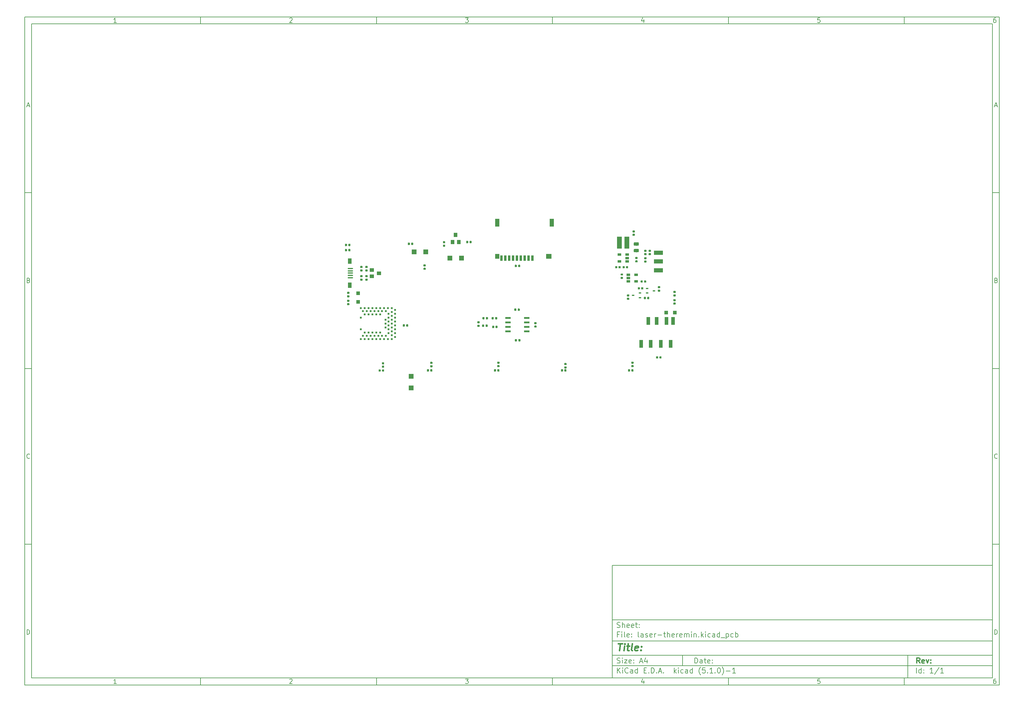
<source format=gbp>
G04 #@! TF.GenerationSoftware,KiCad,Pcbnew,(5.1.0)-1*
G04 #@! TF.CreationDate,2019-06-18T01:36:36-06:00*
G04 #@! TF.ProjectId,laser-theremin,6c617365-722d-4746-9865-72656d696e2e,rev?*
G04 #@! TF.SameCoordinates,Original*
G04 #@! TF.FileFunction,Paste,Bot*
G04 #@! TF.FilePolarity,Positive*
%FSLAX46Y46*%
G04 Gerber Fmt 4.6, Leading zero omitted, Abs format (unit mm)*
G04 Created by KiCad (PCBNEW (5.1.0)-1) date 2019-06-18 01:36:36*
%MOMM*%
%LPD*%
G04 APERTURE LIST*
%ADD10C,0.100000*%
%ADD11C,0.150000*%
%ADD12C,0.300000*%
%ADD13C,0.400000*%
%ADD14R,1.397000X1.397000*%
%ADD15C,0.590000*%
%ADD16R,1.200000X2.200000*%
%ADD17R,1.600000X1.400000*%
%ADD18R,1.200000X1.400000*%
%ADD19R,0.700000X1.600000*%
%ADD20R,2.500000X1.250000*%
%ADD21R,1.060000X0.650000*%
%ADD22C,0.975000*%
%ADD23R,1.143000X1.016000*%
%ADD24R,1.000000X1.597660*%
%ADD25O,1.500000X0.400000*%
%ADD26R,1.350000X3.400000*%
%ADD27R,1.016000X1.143000*%
%ADD28R,0.700000X0.450000*%
%ADD29R,0.998220X2.247900*%
%ADD30R,1.550000X0.600000*%
%ADD31R,0.500000X0.500000*%
%ADD32R,1.000000X1.000000*%
G04 APERTURE END LIST*
D10*
D11*
X177002200Y-166007200D02*
X177002200Y-198007200D01*
X285002200Y-198007200D01*
X285002200Y-166007200D01*
X177002200Y-166007200D01*
D10*
D11*
X10000000Y-10000000D02*
X10000000Y-200007200D01*
X287002200Y-200007200D01*
X287002200Y-10000000D01*
X10000000Y-10000000D01*
D10*
D11*
X12000000Y-12000000D02*
X12000000Y-198007200D01*
X285002200Y-198007200D01*
X285002200Y-12000000D01*
X12000000Y-12000000D01*
D10*
D11*
X60000000Y-12000000D02*
X60000000Y-10000000D01*
D10*
D11*
X110000000Y-12000000D02*
X110000000Y-10000000D01*
D10*
D11*
X160000000Y-12000000D02*
X160000000Y-10000000D01*
D10*
D11*
X210000000Y-12000000D02*
X210000000Y-10000000D01*
D10*
D11*
X260000000Y-12000000D02*
X260000000Y-10000000D01*
D10*
D11*
X36065476Y-11588095D02*
X35322619Y-11588095D01*
X35694047Y-11588095D02*
X35694047Y-10288095D01*
X35570238Y-10473809D01*
X35446428Y-10597619D01*
X35322619Y-10659523D01*
D10*
D11*
X85322619Y-10411904D02*
X85384523Y-10350000D01*
X85508333Y-10288095D01*
X85817857Y-10288095D01*
X85941666Y-10350000D01*
X86003571Y-10411904D01*
X86065476Y-10535714D01*
X86065476Y-10659523D01*
X86003571Y-10845238D01*
X85260714Y-11588095D01*
X86065476Y-11588095D01*
D10*
D11*
X135260714Y-10288095D02*
X136065476Y-10288095D01*
X135632142Y-10783333D01*
X135817857Y-10783333D01*
X135941666Y-10845238D01*
X136003571Y-10907142D01*
X136065476Y-11030952D01*
X136065476Y-11340476D01*
X136003571Y-11464285D01*
X135941666Y-11526190D01*
X135817857Y-11588095D01*
X135446428Y-11588095D01*
X135322619Y-11526190D01*
X135260714Y-11464285D01*
D10*
D11*
X185941666Y-10721428D02*
X185941666Y-11588095D01*
X185632142Y-10226190D02*
X185322619Y-11154761D01*
X186127380Y-11154761D01*
D10*
D11*
X236003571Y-10288095D02*
X235384523Y-10288095D01*
X235322619Y-10907142D01*
X235384523Y-10845238D01*
X235508333Y-10783333D01*
X235817857Y-10783333D01*
X235941666Y-10845238D01*
X236003571Y-10907142D01*
X236065476Y-11030952D01*
X236065476Y-11340476D01*
X236003571Y-11464285D01*
X235941666Y-11526190D01*
X235817857Y-11588095D01*
X235508333Y-11588095D01*
X235384523Y-11526190D01*
X235322619Y-11464285D01*
D10*
D11*
X285941666Y-10288095D02*
X285694047Y-10288095D01*
X285570238Y-10350000D01*
X285508333Y-10411904D01*
X285384523Y-10597619D01*
X285322619Y-10845238D01*
X285322619Y-11340476D01*
X285384523Y-11464285D01*
X285446428Y-11526190D01*
X285570238Y-11588095D01*
X285817857Y-11588095D01*
X285941666Y-11526190D01*
X286003571Y-11464285D01*
X286065476Y-11340476D01*
X286065476Y-11030952D01*
X286003571Y-10907142D01*
X285941666Y-10845238D01*
X285817857Y-10783333D01*
X285570238Y-10783333D01*
X285446428Y-10845238D01*
X285384523Y-10907142D01*
X285322619Y-11030952D01*
D10*
D11*
X60000000Y-198007200D02*
X60000000Y-200007200D01*
D10*
D11*
X110000000Y-198007200D02*
X110000000Y-200007200D01*
D10*
D11*
X160000000Y-198007200D02*
X160000000Y-200007200D01*
D10*
D11*
X210000000Y-198007200D02*
X210000000Y-200007200D01*
D10*
D11*
X260000000Y-198007200D02*
X260000000Y-200007200D01*
D10*
D11*
X36065476Y-199595295D02*
X35322619Y-199595295D01*
X35694047Y-199595295D02*
X35694047Y-198295295D01*
X35570238Y-198481009D01*
X35446428Y-198604819D01*
X35322619Y-198666723D01*
D10*
D11*
X85322619Y-198419104D02*
X85384523Y-198357200D01*
X85508333Y-198295295D01*
X85817857Y-198295295D01*
X85941666Y-198357200D01*
X86003571Y-198419104D01*
X86065476Y-198542914D01*
X86065476Y-198666723D01*
X86003571Y-198852438D01*
X85260714Y-199595295D01*
X86065476Y-199595295D01*
D10*
D11*
X135260714Y-198295295D02*
X136065476Y-198295295D01*
X135632142Y-198790533D01*
X135817857Y-198790533D01*
X135941666Y-198852438D01*
X136003571Y-198914342D01*
X136065476Y-199038152D01*
X136065476Y-199347676D01*
X136003571Y-199471485D01*
X135941666Y-199533390D01*
X135817857Y-199595295D01*
X135446428Y-199595295D01*
X135322619Y-199533390D01*
X135260714Y-199471485D01*
D10*
D11*
X185941666Y-198728628D02*
X185941666Y-199595295D01*
X185632142Y-198233390D02*
X185322619Y-199161961D01*
X186127380Y-199161961D01*
D10*
D11*
X236003571Y-198295295D02*
X235384523Y-198295295D01*
X235322619Y-198914342D01*
X235384523Y-198852438D01*
X235508333Y-198790533D01*
X235817857Y-198790533D01*
X235941666Y-198852438D01*
X236003571Y-198914342D01*
X236065476Y-199038152D01*
X236065476Y-199347676D01*
X236003571Y-199471485D01*
X235941666Y-199533390D01*
X235817857Y-199595295D01*
X235508333Y-199595295D01*
X235384523Y-199533390D01*
X235322619Y-199471485D01*
D10*
D11*
X285941666Y-198295295D02*
X285694047Y-198295295D01*
X285570238Y-198357200D01*
X285508333Y-198419104D01*
X285384523Y-198604819D01*
X285322619Y-198852438D01*
X285322619Y-199347676D01*
X285384523Y-199471485D01*
X285446428Y-199533390D01*
X285570238Y-199595295D01*
X285817857Y-199595295D01*
X285941666Y-199533390D01*
X286003571Y-199471485D01*
X286065476Y-199347676D01*
X286065476Y-199038152D01*
X286003571Y-198914342D01*
X285941666Y-198852438D01*
X285817857Y-198790533D01*
X285570238Y-198790533D01*
X285446428Y-198852438D01*
X285384523Y-198914342D01*
X285322619Y-199038152D01*
D10*
D11*
X10000000Y-60000000D02*
X12000000Y-60000000D01*
D10*
D11*
X10000000Y-110000000D02*
X12000000Y-110000000D01*
D10*
D11*
X10000000Y-160000000D02*
X12000000Y-160000000D01*
D10*
D11*
X10690476Y-35216666D02*
X11309523Y-35216666D01*
X10566666Y-35588095D02*
X11000000Y-34288095D01*
X11433333Y-35588095D01*
D10*
D11*
X11092857Y-84907142D02*
X11278571Y-84969047D01*
X11340476Y-85030952D01*
X11402380Y-85154761D01*
X11402380Y-85340476D01*
X11340476Y-85464285D01*
X11278571Y-85526190D01*
X11154761Y-85588095D01*
X10659523Y-85588095D01*
X10659523Y-84288095D01*
X11092857Y-84288095D01*
X11216666Y-84350000D01*
X11278571Y-84411904D01*
X11340476Y-84535714D01*
X11340476Y-84659523D01*
X11278571Y-84783333D01*
X11216666Y-84845238D01*
X11092857Y-84907142D01*
X10659523Y-84907142D01*
D10*
D11*
X11402380Y-135464285D02*
X11340476Y-135526190D01*
X11154761Y-135588095D01*
X11030952Y-135588095D01*
X10845238Y-135526190D01*
X10721428Y-135402380D01*
X10659523Y-135278571D01*
X10597619Y-135030952D01*
X10597619Y-134845238D01*
X10659523Y-134597619D01*
X10721428Y-134473809D01*
X10845238Y-134350000D01*
X11030952Y-134288095D01*
X11154761Y-134288095D01*
X11340476Y-134350000D01*
X11402380Y-134411904D01*
D10*
D11*
X10659523Y-185588095D02*
X10659523Y-184288095D01*
X10969047Y-184288095D01*
X11154761Y-184350000D01*
X11278571Y-184473809D01*
X11340476Y-184597619D01*
X11402380Y-184845238D01*
X11402380Y-185030952D01*
X11340476Y-185278571D01*
X11278571Y-185402380D01*
X11154761Y-185526190D01*
X10969047Y-185588095D01*
X10659523Y-185588095D01*
D10*
D11*
X287002200Y-60000000D02*
X285002200Y-60000000D01*
D10*
D11*
X287002200Y-110000000D02*
X285002200Y-110000000D01*
D10*
D11*
X287002200Y-160000000D02*
X285002200Y-160000000D01*
D10*
D11*
X285692676Y-35216666D02*
X286311723Y-35216666D01*
X285568866Y-35588095D02*
X286002200Y-34288095D01*
X286435533Y-35588095D01*
D10*
D11*
X286095057Y-84907142D02*
X286280771Y-84969047D01*
X286342676Y-85030952D01*
X286404580Y-85154761D01*
X286404580Y-85340476D01*
X286342676Y-85464285D01*
X286280771Y-85526190D01*
X286156961Y-85588095D01*
X285661723Y-85588095D01*
X285661723Y-84288095D01*
X286095057Y-84288095D01*
X286218866Y-84350000D01*
X286280771Y-84411904D01*
X286342676Y-84535714D01*
X286342676Y-84659523D01*
X286280771Y-84783333D01*
X286218866Y-84845238D01*
X286095057Y-84907142D01*
X285661723Y-84907142D01*
D10*
D11*
X286404580Y-135464285D02*
X286342676Y-135526190D01*
X286156961Y-135588095D01*
X286033152Y-135588095D01*
X285847438Y-135526190D01*
X285723628Y-135402380D01*
X285661723Y-135278571D01*
X285599819Y-135030952D01*
X285599819Y-134845238D01*
X285661723Y-134597619D01*
X285723628Y-134473809D01*
X285847438Y-134350000D01*
X286033152Y-134288095D01*
X286156961Y-134288095D01*
X286342676Y-134350000D01*
X286404580Y-134411904D01*
D10*
D11*
X285661723Y-185588095D02*
X285661723Y-184288095D01*
X285971247Y-184288095D01*
X286156961Y-184350000D01*
X286280771Y-184473809D01*
X286342676Y-184597619D01*
X286404580Y-184845238D01*
X286404580Y-185030952D01*
X286342676Y-185278571D01*
X286280771Y-185402380D01*
X286156961Y-185526190D01*
X285971247Y-185588095D01*
X285661723Y-185588095D01*
D10*
D11*
X200434342Y-193785771D02*
X200434342Y-192285771D01*
X200791485Y-192285771D01*
X201005771Y-192357200D01*
X201148628Y-192500057D01*
X201220057Y-192642914D01*
X201291485Y-192928628D01*
X201291485Y-193142914D01*
X201220057Y-193428628D01*
X201148628Y-193571485D01*
X201005771Y-193714342D01*
X200791485Y-193785771D01*
X200434342Y-193785771D01*
X202577200Y-193785771D02*
X202577200Y-193000057D01*
X202505771Y-192857200D01*
X202362914Y-192785771D01*
X202077200Y-192785771D01*
X201934342Y-192857200D01*
X202577200Y-193714342D02*
X202434342Y-193785771D01*
X202077200Y-193785771D01*
X201934342Y-193714342D01*
X201862914Y-193571485D01*
X201862914Y-193428628D01*
X201934342Y-193285771D01*
X202077200Y-193214342D01*
X202434342Y-193214342D01*
X202577200Y-193142914D01*
X203077200Y-192785771D02*
X203648628Y-192785771D01*
X203291485Y-192285771D02*
X203291485Y-193571485D01*
X203362914Y-193714342D01*
X203505771Y-193785771D01*
X203648628Y-193785771D01*
X204720057Y-193714342D02*
X204577200Y-193785771D01*
X204291485Y-193785771D01*
X204148628Y-193714342D01*
X204077200Y-193571485D01*
X204077200Y-193000057D01*
X204148628Y-192857200D01*
X204291485Y-192785771D01*
X204577200Y-192785771D01*
X204720057Y-192857200D01*
X204791485Y-193000057D01*
X204791485Y-193142914D01*
X204077200Y-193285771D01*
X205434342Y-193642914D02*
X205505771Y-193714342D01*
X205434342Y-193785771D01*
X205362914Y-193714342D01*
X205434342Y-193642914D01*
X205434342Y-193785771D01*
X205434342Y-192857200D02*
X205505771Y-192928628D01*
X205434342Y-193000057D01*
X205362914Y-192928628D01*
X205434342Y-192857200D01*
X205434342Y-193000057D01*
D10*
D11*
X177002200Y-194507200D02*
X285002200Y-194507200D01*
D10*
D11*
X178434342Y-196585771D02*
X178434342Y-195085771D01*
X179291485Y-196585771D02*
X178648628Y-195728628D01*
X179291485Y-195085771D02*
X178434342Y-195942914D01*
X179934342Y-196585771D02*
X179934342Y-195585771D01*
X179934342Y-195085771D02*
X179862914Y-195157200D01*
X179934342Y-195228628D01*
X180005771Y-195157200D01*
X179934342Y-195085771D01*
X179934342Y-195228628D01*
X181505771Y-196442914D02*
X181434342Y-196514342D01*
X181220057Y-196585771D01*
X181077200Y-196585771D01*
X180862914Y-196514342D01*
X180720057Y-196371485D01*
X180648628Y-196228628D01*
X180577200Y-195942914D01*
X180577200Y-195728628D01*
X180648628Y-195442914D01*
X180720057Y-195300057D01*
X180862914Y-195157200D01*
X181077200Y-195085771D01*
X181220057Y-195085771D01*
X181434342Y-195157200D01*
X181505771Y-195228628D01*
X182791485Y-196585771D02*
X182791485Y-195800057D01*
X182720057Y-195657200D01*
X182577200Y-195585771D01*
X182291485Y-195585771D01*
X182148628Y-195657200D01*
X182791485Y-196514342D02*
X182648628Y-196585771D01*
X182291485Y-196585771D01*
X182148628Y-196514342D01*
X182077200Y-196371485D01*
X182077200Y-196228628D01*
X182148628Y-196085771D01*
X182291485Y-196014342D01*
X182648628Y-196014342D01*
X182791485Y-195942914D01*
X184148628Y-196585771D02*
X184148628Y-195085771D01*
X184148628Y-196514342D02*
X184005771Y-196585771D01*
X183720057Y-196585771D01*
X183577200Y-196514342D01*
X183505771Y-196442914D01*
X183434342Y-196300057D01*
X183434342Y-195871485D01*
X183505771Y-195728628D01*
X183577200Y-195657200D01*
X183720057Y-195585771D01*
X184005771Y-195585771D01*
X184148628Y-195657200D01*
X186005771Y-195800057D02*
X186505771Y-195800057D01*
X186720057Y-196585771D02*
X186005771Y-196585771D01*
X186005771Y-195085771D01*
X186720057Y-195085771D01*
X187362914Y-196442914D02*
X187434342Y-196514342D01*
X187362914Y-196585771D01*
X187291485Y-196514342D01*
X187362914Y-196442914D01*
X187362914Y-196585771D01*
X188077200Y-196585771D02*
X188077200Y-195085771D01*
X188434342Y-195085771D01*
X188648628Y-195157200D01*
X188791485Y-195300057D01*
X188862914Y-195442914D01*
X188934342Y-195728628D01*
X188934342Y-195942914D01*
X188862914Y-196228628D01*
X188791485Y-196371485D01*
X188648628Y-196514342D01*
X188434342Y-196585771D01*
X188077200Y-196585771D01*
X189577200Y-196442914D02*
X189648628Y-196514342D01*
X189577200Y-196585771D01*
X189505771Y-196514342D01*
X189577200Y-196442914D01*
X189577200Y-196585771D01*
X190220057Y-196157200D02*
X190934342Y-196157200D01*
X190077200Y-196585771D02*
X190577200Y-195085771D01*
X191077200Y-196585771D01*
X191577200Y-196442914D02*
X191648628Y-196514342D01*
X191577200Y-196585771D01*
X191505771Y-196514342D01*
X191577200Y-196442914D01*
X191577200Y-196585771D01*
X194577200Y-196585771D02*
X194577200Y-195085771D01*
X194720057Y-196014342D02*
X195148628Y-196585771D01*
X195148628Y-195585771D02*
X194577200Y-196157200D01*
X195791485Y-196585771D02*
X195791485Y-195585771D01*
X195791485Y-195085771D02*
X195720057Y-195157200D01*
X195791485Y-195228628D01*
X195862914Y-195157200D01*
X195791485Y-195085771D01*
X195791485Y-195228628D01*
X197148628Y-196514342D02*
X197005771Y-196585771D01*
X196720057Y-196585771D01*
X196577200Y-196514342D01*
X196505771Y-196442914D01*
X196434342Y-196300057D01*
X196434342Y-195871485D01*
X196505771Y-195728628D01*
X196577200Y-195657200D01*
X196720057Y-195585771D01*
X197005771Y-195585771D01*
X197148628Y-195657200D01*
X198434342Y-196585771D02*
X198434342Y-195800057D01*
X198362914Y-195657200D01*
X198220057Y-195585771D01*
X197934342Y-195585771D01*
X197791485Y-195657200D01*
X198434342Y-196514342D02*
X198291485Y-196585771D01*
X197934342Y-196585771D01*
X197791485Y-196514342D01*
X197720057Y-196371485D01*
X197720057Y-196228628D01*
X197791485Y-196085771D01*
X197934342Y-196014342D01*
X198291485Y-196014342D01*
X198434342Y-195942914D01*
X199791485Y-196585771D02*
X199791485Y-195085771D01*
X199791485Y-196514342D02*
X199648628Y-196585771D01*
X199362914Y-196585771D01*
X199220057Y-196514342D01*
X199148628Y-196442914D01*
X199077200Y-196300057D01*
X199077200Y-195871485D01*
X199148628Y-195728628D01*
X199220057Y-195657200D01*
X199362914Y-195585771D01*
X199648628Y-195585771D01*
X199791485Y-195657200D01*
X202077200Y-197157200D02*
X202005771Y-197085771D01*
X201862914Y-196871485D01*
X201791485Y-196728628D01*
X201720057Y-196514342D01*
X201648628Y-196157200D01*
X201648628Y-195871485D01*
X201720057Y-195514342D01*
X201791485Y-195300057D01*
X201862914Y-195157200D01*
X202005771Y-194942914D01*
X202077200Y-194871485D01*
X203362914Y-195085771D02*
X202648628Y-195085771D01*
X202577200Y-195800057D01*
X202648628Y-195728628D01*
X202791485Y-195657200D01*
X203148628Y-195657200D01*
X203291485Y-195728628D01*
X203362914Y-195800057D01*
X203434342Y-195942914D01*
X203434342Y-196300057D01*
X203362914Y-196442914D01*
X203291485Y-196514342D01*
X203148628Y-196585771D01*
X202791485Y-196585771D01*
X202648628Y-196514342D01*
X202577200Y-196442914D01*
X204077200Y-196442914D02*
X204148628Y-196514342D01*
X204077200Y-196585771D01*
X204005771Y-196514342D01*
X204077200Y-196442914D01*
X204077200Y-196585771D01*
X205577200Y-196585771D02*
X204720057Y-196585771D01*
X205148628Y-196585771D02*
X205148628Y-195085771D01*
X205005771Y-195300057D01*
X204862914Y-195442914D01*
X204720057Y-195514342D01*
X206220057Y-196442914D02*
X206291485Y-196514342D01*
X206220057Y-196585771D01*
X206148628Y-196514342D01*
X206220057Y-196442914D01*
X206220057Y-196585771D01*
X207220057Y-195085771D02*
X207362914Y-195085771D01*
X207505771Y-195157200D01*
X207577200Y-195228628D01*
X207648628Y-195371485D01*
X207720057Y-195657200D01*
X207720057Y-196014342D01*
X207648628Y-196300057D01*
X207577200Y-196442914D01*
X207505771Y-196514342D01*
X207362914Y-196585771D01*
X207220057Y-196585771D01*
X207077200Y-196514342D01*
X207005771Y-196442914D01*
X206934342Y-196300057D01*
X206862914Y-196014342D01*
X206862914Y-195657200D01*
X206934342Y-195371485D01*
X207005771Y-195228628D01*
X207077200Y-195157200D01*
X207220057Y-195085771D01*
X208220057Y-197157200D02*
X208291485Y-197085771D01*
X208434342Y-196871485D01*
X208505771Y-196728628D01*
X208577200Y-196514342D01*
X208648628Y-196157200D01*
X208648628Y-195871485D01*
X208577200Y-195514342D01*
X208505771Y-195300057D01*
X208434342Y-195157200D01*
X208291485Y-194942914D01*
X208220057Y-194871485D01*
X209362914Y-196014342D02*
X210505771Y-196014342D01*
X212005771Y-196585771D02*
X211148628Y-196585771D01*
X211577200Y-196585771D02*
X211577200Y-195085771D01*
X211434342Y-195300057D01*
X211291485Y-195442914D01*
X211148628Y-195514342D01*
D10*
D11*
X177002200Y-191507200D02*
X285002200Y-191507200D01*
D10*
D12*
X264411485Y-193785771D02*
X263911485Y-193071485D01*
X263554342Y-193785771D02*
X263554342Y-192285771D01*
X264125771Y-192285771D01*
X264268628Y-192357200D01*
X264340057Y-192428628D01*
X264411485Y-192571485D01*
X264411485Y-192785771D01*
X264340057Y-192928628D01*
X264268628Y-193000057D01*
X264125771Y-193071485D01*
X263554342Y-193071485D01*
X265625771Y-193714342D02*
X265482914Y-193785771D01*
X265197200Y-193785771D01*
X265054342Y-193714342D01*
X264982914Y-193571485D01*
X264982914Y-193000057D01*
X265054342Y-192857200D01*
X265197200Y-192785771D01*
X265482914Y-192785771D01*
X265625771Y-192857200D01*
X265697200Y-193000057D01*
X265697200Y-193142914D01*
X264982914Y-193285771D01*
X266197200Y-192785771D02*
X266554342Y-193785771D01*
X266911485Y-192785771D01*
X267482914Y-193642914D02*
X267554342Y-193714342D01*
X267482914Y-193785771D01*
X267411485Y-193714342D01*
X267482914Y-193642914D01*
X267482914Y-193785771D01*
X267482914Y-192857200D02*
X267554342Y-192928628D01*
X267482914Y-193000057D01*
X267411485Y-192928628D01*
X267482914Y-192857200D01*
X267482914Y-193000057D01*
D10*
D11*
X178362914Y-193714342D02*
X178577200Y-193785771D01*
X178934342Y-193785771D01*
X179077200Y-193714342D01*
X179148628Y-193642914D01*
X179220057Y-193500057D01*
X179220057Y-193357200D01*
X179148628Y-193214342D01*
X179077200Y-193142914D01*
X178934342Y-193071485D01*
X178648628Y-193000057D01*
X178505771Y-192928628D01*
X178434342Y-192857200D01*
X178362914Y-192714342D01*
X178362914Y-192571485D01*
X178434342Y-192428628D01*
X178505771Y-192357200D01*
X178648628Y-192285771D01*
X179005771Y-192285771D01*
X179220057Y-192357200D01*
X179862914Y-193785771D02*
X179862914Y-192785771D01*
X179862914Y-192285771D02*
X179791485Y-192357200D01*
X179862914Y-192428628D01*
X179934342Y-192357200D01*
X179862914Y-192285771D01*
X179862914Y-192428628D01*
X180434342Y-192785771D02*
X181220057Y-192785771D01*
X180434342Y-193785771D01*
X181220057Y-193785771D01*
X182362914Y-193714342D02*
X182220057Y-193785771D01*
X181934342Y-193785771D01*
X181791485Y-193714342D01*
X181720057Y-193571485D01*
X181720057Y-193000057D01*
X181791485Y-192857200D01*
X181934342Y-192785771D01*
X182220057Y-192785771D01*
X182362914Y-192857200D01*
X182434342Y-193000057D01*
X182434342Y-193142914D01*
X181720057Y-193285771D01*
X183077200Y-193642914D02*
X183148628Y-193714342D01*
X183077200Y-193785771D01*
X183005771Y-193714342D01*
X183077200Y-193642914D01*
X183077200Y-193785771D01*
X183077200Y-192857200D02*
X183148628Y-192928628D01*
X183077200Y-193000057D01*
X183005771Y-192928628D01*
X183077200Y-192857200D01*
X183077200Y-193000057D01*
X184862914Y-193357200D02*
X185577200Y-193357200D01*
X184720057Y-193785771D02*
X185220057Y-192285771D01*
X185720057Y-193785771D01*
X186862914Y-192785771D02*
X186862914Y-193785771D01*
X186505771Y-192214342D02*
X186148628Y-193285771D01*
X187077200Y-193285771D01*
D10*
D11*
X263434342Y-196585771D02*
X263434342Y-195085771D01*
X264791485Y-196585771D02*
X264791485Y-195085771D01*
X264791485Y-196514342D02*
X264648628Y-196585771D01*
X264362914Y-196585771D01*
X264220057Y-196514342D01*
X264148628Y-196442914D01*
X264077200Y-196300057D01*
X264077200Y-195871485D01*
X264148628Y-195728628D01*
X264220057Y-195657200D01*
X264362914Y-195585771D01*
X264648628Y-195585771D01*
X264791485Y-195657200D01*
X265505771Y-196442914D02*
X265577200Y-196514342D01*
X265505771Y-196585771D01*
X265434342Y-196514342D01*
X265505771Y-196442914D01*
X265505771Y-196585771D01*
X265505771Y-195657200D02*
X265577200Y-195728628D01*
X265505771Y-195800057D01*
X265434342Y-195728628D01*
X265505771Y-195657200D01*
X265505771Y-195800057D01*
X268148628Y-196585771D02*
X267291485Y-196585771D01*
X267720057Y-196585771D02*
X267720057Y-195085771D01*
X267577200Y-195300057D01*
X267434342Y-195442914D01*
X267291485Y-195514342D01*
X269862914Y-195014342D02*
X268577200Y-196942914D01*
X271148628Y-196585771D02*
X270291485Y-196585771D01*
X270720057Y-196585771D02*
X270720057Y-195085771D01*
X270577200Y-195300057D01*
X270434342Y-195442914D01*
X270291485Y-195514342D01*
D10*
D11*
X177002200Y-187507200D02*
X285002200Y-187507200D01*
D10*
D13*
X178714580Y-188211961D02*
X179857438Y-188211961D01*
X179036009Y-190211961D02*
X179286009Y-188211961D01*
X180274104Y-190211961D02*
X180440771Y-188878628D01*
X180524104Y-188211961D02*
X180416961Y-188307200D01*
X180500295Y-188402438D01*
X180607438Y-188307200D01*
X180524104Y-188211961D01*
X180500295Y-188402438D01*
X181107438Y-188878628D02*
X181869342Y-188878628D01*
X181476485Y-188211961D02*
X181262200Y-189926247D01*
X181333628Y-190116723D01*
X181512200Y-190211961D01*
X181702676Y-190211961D01*
X182655057Y-190211961D02*
X182476485Y-190116723D01*
X182405057Y-189926247D01*
X182619342Y-188211961D01*
X184190771Y-190116723D02*
X183988390Y-190211961D01*
X183607438Y-190211961D01*
X183428866Y-190116723D01*
X183357438Y-189926247D01*
X183452676Y-189164342D01*
X183571723Y-188973866D01*
X183774104Y-188878628D01*
X184155057Y-188878628D01*
X184333628Y-188973866D01*
X184405057Y-189164342D01*
X184381247Y-189354819D01*
X183405057Y-189545295D01*
X185155057Y-190021485D02*
X185238390Y-190116723D01*
X185131247Y-190211961D01*
X185047914Y-190116723D01*
X185155057Y-190021485D01*
X185131247Y-190211961D01*
X185286009Y-188973866D02*
X185369342Y-189069104D01*
X185262200Y-189164342D01*
X185178866Y-189069104D01*
X185286009Y-188973866D01*
X185262200Y-189164342D01*
D10*
D11*
X178934342Y-185600057D02*
X178434342Y-185600057D01*
X178434342Y-186385771D02*
X178434342Y-184885771D01*
X179148628Y-184885771D01*
X179720057Y-186385771D02*
X179720057Y-185385771D01*
X179720057Y-184885771D02*
X179648628Y-184957200D01*
X179720057Y-185028628D01*
X179791485Y-184957200D01*
X179720057Y-184885771D01*
X179720057Y-185028628D01*
X180648628Y-186385771D02*
X180505771Y-186314342D01*
X180434342Y-186171485D01*
X180434342Y-184885771D01*
X181791485Y-186314342D02*
X181648628Y-186385771D01*
X181362914Y-186385771D01*
X181220057Y-186314342D01*
X181148628Y-186171485D01*
X181148628Y-185600057D01*
X181220057Y-185457200D01*
X181362914Y-185385771D01*
X181648628Y-185385771D01*
X181791485Y-185457200D01*
X181862914Y-185600057D01*
X181862914Y-185742914D01*
X181148628Y-185885771D01*
X182505771Y-186242914D02*
X182577200Y-186314342D01*
X182505771Y-186385771D01*
X182434342Y-186314342D01*
X182505771Y-186242914D01*
X182505771Y-186385771D01*
X182505771Y-185457200D02*
X182577200Y-185528628D01*
X182505771Y-185600057D01*
X182434342Y-185528628D01*
X182505771Y-185457200D01*
X182505771Y-185600057D01*
X184577200Y-186385771D02*
X184434342Y-186314342D01*
X184362914Y-186171485D01*
X184362914Y-184885771D01*
X185791485Y-186385771D02*
X185791485Y-185600057D01*
X185720057Y-185457200D01*
X185577200Y-185385771D01*
X185291485Y-185385771D01*
X185148628Y-185457200D01*
X185791485Y-186314342D02*
X185648628Y-186385771D01*
X185291485Y-186385771D01*
X185148628Y-186314342D01*
X185077200Y-186171485D01*
X185077200Y-186028628D01*
X185148628Y-185885771D01*
X185291485Y-185814342D01*
X185648628Y-185814342D01*
X185791485Y-185742914D01*
X186434342Y-186314342D02*
X186577200Y-186385771D01*
X186862914Y-186385771D01*
X187005771Y-186314342D01*
X187077200Y-186171485D01*
X187077200Y-186100057D01*
X187005771Y-185957200D01*
X186862914Y-185885771D01*
X186648628Y-185885771D01*
X186505771Y-185814342D01*
X186434342Y-185671485D01*
X186434342Y-185600057D01*
X186505771Y-185457200D01*
X186648628Y-185385771D01*
X186862914Y-185385771D01*
X187005771Y-185457200D01*
X188291485Y-186314342D02*
X188148628Y-186385771D01*
X187862914Y-186385771D01*
X187720057Y-186314342D01*
X187648628Y-186171485D01*
X187648628Y-185600057D01*
X187720057Y-185457200D01*
X187862914Y-185385771D01*
X188148628Y-185385771D01*
X188291485Y-185457200D01*
X188362914Y-185600057D01*
X188362914Y-185742914D01*
X187648628Y-185885771D01*
X189005771Y-186385771D02*
X189005771Y-185385771D01*
X189005771Y-185671485D02*
X189077200Y-185528628D01*
X189148628Y-185457200D01*
X189291485Y-185385771D01*
X189434342Y-185385771D01*
X189934342Y-185814342D02*
X191077200Y-185814342D01*
X191577200Y-185385771D02*
X192148628Y-185385771D01*
X191791485Y-184885771D02*
X191791485Y-186171485D01*
X191862914Y-186314342D01*
X192005771Y-186385771D01*
X192148628Y-186385771D01*
X192648628Y-186385771D02*
X192648628Y-184885771D01*
X193291485Y-186385771D02*
X193291485Y-185600057D01*
X193220057Y-185457200D01*
X193077200Y-185385771D01*
X192862914Y-185385771D01*
X192720057Y-185457200D01*
X192648628Y-185528628D01*
X194577200Y-186314342D02*
X194434342Y-186385771D01*
X194148628Y-186385771D01*
X194005771Y-186314342D01*
X193934342Y-186171485D01*
X193934342Y-185600057D01*
X194005771Y-185457200D01*
X194148628Y-185385771D01*
X194434342Y-185385771D01*
X194577200Y-185457200D01*
X194648628Y-185600057D01*
X194648628Y-185742914D01*
X193934342Y-185885771D01*
X195291485Y-186385771D02*
X195291485Y-185385771D01*
X195291485Y-185671485D02*
X195362914Y-185528628D01*
X195434342Y-185457200D01*
X195577200Y-185385771D01*
X195720057Y-185385771D01*
X196791485Y-186314342D02*
X196648628Y-186385771D01*
X196362914Y-186385771D01*
X196220057Y-186314342D01*
X196148628Y-186171485D01*
X196148628Y-185600057D01*
X196220057Y-185457200D01*
X196362914Y-185385771D01*
X196648628Y-185385771D01*
X196791485Y-185457200D01*
X196862914Y-185600057D01*
X196862914Y-185742914D01*
X196148628Y-185885771D01*
X197505771Y-186385771D02*
X197505771Y-185385771D01*
X197505771Y-185528628D02*
X197577200Y-185457200D01*
X197720057Y-185385771D01*
X197934342Y-185385771D01*
X198077200Y-185457200D01*
X198148628Y-185600057D01*
X198148628Y-186385771D01*
X198148628Y-185600057D02*
X198220057Y-185457200D01*
X198362914Y-185385771D01*
X198577200Y-185385771D01*
X198720057Y-185457200D01*
X198791485Y-185600057D01*
X198791485Y-186385771D01*
X199505771Y-186385771D02*
X199505771Y-185385771D01*
X199505771Y-184885771D02*
X199434342Y-184957200D01*
X199505771Y-185028628D01*
X199577200Y-184957200D01*
X199505771Y-184885771D01*
X199505771Y-185028628D01*
X200220057Y-185385771D02*
X200220057Y-186385771D01*
X200220057Y-185528628D02*
X200291485Y-185457200D01*
X200434342Y-185385771D01*
X200648628Y-185385771D01*
X200791485Y-185457200D01*
X200862914Y-185600057D01*
X200862914Y-186385771D01*
X201577200Y-186242914D02*
X201648628Y-186314342D01*
X201577200Y-186385771D01*
X201505771Y-186314342D01*
X201577200Y-186242914D01*
X201577200Y-186385771D01*
X202291485Y-186385771D02*
X202291485Y-184885771D01*
X202434342Y-185814342D02*
X202862914Y-186385771D01*
X202862914Y-185385771D02*
X202291485Y-185957200D01*
X203505771Y-186385771D02*
X203505771Y-185385771D01*
X203505771Y-184885771D02*
X203434342Y-184957200D01*
X203505771Y-185028628D01*
X203577200Y-184957200D01*
X203505771Y-184885771D01*
X203505771Y-185028628D01*
X204862914Y-186314342D02*
X204720057Y-186385771D01*
X204434342Y-186385771D01*
X204291485Y-186314342D01*
X204220057Y-186242914D01*
X204148628Y-186100057D01*
X204148628Y-185671485D01*
X204220057Y-185528628D01*
X204291485Y-185457200D01*
X204434342Y-185385771D01*
X204720057Y-185385771D01*
X204862914Y-185457200D01*
X206148628Y-186385771D02*
X206148628Y-185600057D01*
X206077200Y-185457200D01*
X205934342Y-185385771D01*
X205648628Y-185385771D01*
X205505771Y-185457200D01*
X206148628Y-186314342D02*
X206005771Y-186385771D01*
X205648628Y-186385771D01*
X205505771Y-186314342D01*
X205434342Y-186171485D01*
X205434342Y-186028628D01*
X205505771Y-185885771D01*
X205648628Y-185814342D01*
X206005771Y-185814342D01*
X206148628Y-185742914D01*
X207505771Y-186385771D02*
X207505771Y-184885771D01*
X207505771Y-186314342D02*
X207362914Y-186385771D01*
X207077200Y-186385771D01*
X206934342Y-186314342D01*
X206862914Y-186242914D01*
X206791485Y-186100057D01*
X206791485Y-185671485D01*
X206862914Y-185528628D01*
X206934342Y-185457200D01*
X207077200Y-185385771D01*
X207362914Y-185385771D01*
X207505771Y-185457200D01*
X207862914Y-186528628D02*
X209005771Y-186528628D01*
X209362914Y-185385771D02*
X209362914Y-186885771D01*
X209362914Y-185457200D02*
X209505771Y-185385771D01*
X209791485Y-185385771D01*
X209934342Y-185457200D01*
X210005771Y-185528628D01*
X210077200Y-185671485D01*
X210077200Y-186100057D01*
X210005771Y-186242914D01*
X209934342Y-186314342D01*
X209791485Y-186385771D01*
X209505771Y-186385771D01*
X209362914Y-186314342D01*
X211362914Y-186314342D02*
X211220057Y-186385771D01*
X210934342Y-186385771D01*
X210791485Y-186314342D01*
X210720057Y-186242914D01*
X210648628Y-186100057D01*
X210648628Y-185671485D01*
X210720057Y-185528628D01*
X210791485Y-185457200D01*
X210934342Y-185385771D01*
X211220057Y-185385771D01*
X211362914Y-185457200D01*
X212005771Y-186385771D02*
X212005771Y-184885771D01*
X212005771Y-185457200D02*
X212148628Y-185385771D01*
X212434342Y-185385771D01*
X212577200Y-185457200D01*
X212648628Y-185528628D01*
X212720057Y-185671485D01*
X212720057Y-186100057D01*
X212648628Y-186242914D01*
X212577200Y-186314342D01*
X212434342Y-186385771D01*
X212148628Y-186385771D01*
X212005771Y-186314342D01*
D10*
D11*
X177002200Y-181507200D02*
X285002200Y-181507200D01*
D10*
D11*
X178362914Y-183614342D02*
X178577200Y-183685771D01*
X178934342Y-183685771D01*
X179077200Y-183614342D01*
X179148628Y-183542914D01*
X179220057Y-183400057D01*
X179220057Y-183257200D01*
X179148628Y-183114342D01*
X179077200Y-183042914D01*
X178934342Y-182971485D01*
X178648628Y-182900057D01*
X178505771Y-182828628D01*
X178434342Y-182757200D01*
X178362914Y-182614342D01*
X178362914Y-182471485D01*
X178434342Y-182328628D01*
X178505771Y-182257200D01*
X178648628Y-182185771D01*
X179005771Y-182185771D01*
X179220057Y-182257200D01*
X179862914Y-183685771D02*
X179862914Y-182185771D01*
X180505771Y-183685771D02*
X180505771Y-182900057D01*
X180434342Y-182757200D01*
X180291485Y-182685771D01*
X180077200Y-182685771D01*
X179934342Y-182757200D01*
X179862914Y-182828628D01*
X181791485Y-183614342D02*
X181648628Y-183685771D01*
X181362914Y-183685771D01*
X181220057Y-183614342D01*
X181148628Y-183471485D01*
X181148628Y-182900057D01*
X181220057Y-182757200D01*
X181362914Y-182685771D01*
X181648628Y-182685771D01*
X181791485Y-182757200D01*
X181862914Y-182900057D01*
X181862914Y-183042914D01*
X181148628Y-183185771D01*
X183077200Y-183614342D02*
X182934342Y-183685771D01*
X182648628Y-183685771D01*
X182505771Y-183614342D01*
X182434342Y-183471485D01*
X182434342Y-182900057D01*
X182505771Y-182757200D01*
X182648628Y-182685771D01*
X182934342Y-182685771D01*
X183077200Y-182757200D01*
X183148628Y-182900057D01*
X183148628Y-183042914D01*
X182434342Y-183185771D01*
X183577200Y-182685771D02*
X184148628Y-182685771D01*
X183791485Y-182185771D02*
X183791485Y-183471485D01*
X183862914Y-183614342D01*
X184005771Y-183685771D01*
X184148628Y-183685771D01*
X184648628Y-183542914D02*
X184720057Y-183614342D01*
X184648628Y-183685771D01*
X184577200Y-183614342D01*
X184648628Y-183542914D01*
X184648628Y-183685771D01*
X184648628Y-182757200D02*
X184720057Y-182828628D01*
X184648628Y-182900057D01*
X184577200Y-182828628D01*
X184648628Y-182757200D01*
X184648628Y-182900057D01*
D10*
D11*
X197002200Y-191507200D02*
X197002200Y-194507200D01*
D10*
D11*
X261002200Y-191507200D02*
X261002200Y-198007200D01*
D14*
X130869000Y-78610000D03*
X134171000Y-78610000D03*
X119800000Y-112239000D03*
X119800000Y-115541000D03*
X120709000Y-76840000D03*
X124011000Y-76840000D03*
D10*
G36*
X118876958Y-97430710D02*
G01*
X118891276Y-97432834D01*
X118905317Y-97436351D01*
X118918946Y-97441228D01*
X118932031Y-97447417D01*
X118944447Y-97454858D01*
X118956073Y-97463481D01*
X118966798Y-97473202D01*
X118976519Y-97483927D01*
X118985142Y-97495553D01*
X118992583Y-97507969D01*
X118998772Y-97521054D01*
X119003649Y-97534683D01*
X119007166Y-97548724D01*
X119009290Y-97563042D01*
X119010000Y-97577500D01*
X119010000Y-97922500D01*
X119009290Y-97936958D01*
X119007166Y-97951276D01*
X119003649Y-97965317D01*
X118998772Y-97978946D01*
X118992583Y-97992031D01*
X118985142Y-98004447D01*
X118976519Y-98016073D01*
X118966798Y-98026798D01*
X118956073Y-98036519D01*
X118944447Y-98045142D01*
X118932031Y-98052583D01*
X118918946Y-98058772D01*
X118905317Y-98063649D01*
X118891276Y-98067166D01*
X118876958Y-98069290D01*
X118862500Y-98070000D01*
X118567500Y-98070000D01*
X118553042Y-98069290D01*
X118538724Y-98067166D01*
X118524683Y-98063649D01*
X118511054Y-98058772D01*
X118497969Y-98052583D01*
X118485553Y-98045142D01*
X118473927Y-98036519D01*
X118463202Y-98026798D01*
X118453481Y-98016073D01*
X118444858Y-98004447D01*
X118437417Y-97992031D01*
X118431228Y-97978946D01*
X118426351Y-97965317D01*
X118422834Y-97951276D01*
X118420710Y-97936958D01*
X118420000Y-97922500D01*
X118420000Y-97577500D01*
X118420710Y-97563042D01*
X118422834Y-97548724D01*
X118426351Y-97534683D01*
X118431228Y-97521054D01*
X118437417Y-97507969D01*
X118444858Y-97495553D01*
X118453481Y-97483927D01*
X118463202Y-97473202D01*
X118473927Y-97463481D01*
X118485553Y-97454858D01*
X118497969Y-97447417D01*
X118511054Y-97441228D01*
X118524683Y-97436351D01*
X118538724Y-97432834D01*
X118553042Y-97430710D01*
X118567500Y-97430000D01*
X118862500Y-97430000D01*
X118876958Y-97430710D01*
X118876958Y-97430710D01*
G37*
D15*
X118715000Y-97750000D03*
D10*
G36*
X117906958Y-97430710D02*
G01*
X117921276Y-97432834D01*
X117935317Y-97436351D01*
X117948946Y-97441228D01*
X117962031Y-97447417D01*
X117974447Y-97454858D01*
X117986073Y-97463481D01*
X117996798Y-97473202D01*
X118006519Y-97483927D01*
X118015142Y-97495553D01*
X118022583Y-97507969D01*
X118028772Y-97521054D01*
X118033649Y-97534683D01*
X118037166Y-97548724D01*
X118039290Y-97563042D01*
X118040000Y-97577500D01*
X118040000Y-97922500D01*
X118039290Y-97936958D01*
X118037166Y-97951276D01*
X118033649Y-97965317D01*
X118028772Y-97978946D01*
X118022583Y-97992031D01*
X118015142Y-98004447D01*
X118006519Y-98016073D01*
X117996798Y-98026798D01*
X117986073Y-98036519D01*
X117974447Y-98045142D01*
X117962031Y-98052583D01*
X117948946Y-98058772D01*
X117935317Y-98063649D01*
X117921276Y-98067166D01*
X117906958Y-98069290D01*
X117892500Y-98070000D01*
X117597500Y-98070000D01*
X117583042Y-98069290D01*
X117568724Y-98067166D01*
X117554683Y-98063649D01*
X117541054Y-98058772D01*
X117527969Y-98052583D01*
X117515553Y-98045142D01*
X117503927Y-98036519D01*
X117493202Y-98026798D01*
X117483481Y-98016073D01*
X117474858Y-98004447D01*
X117467417Y-97992031D01*
X117461228Y-97978946D01*
X117456351Y-97965317D01*
X117452834Y-97951276D01*
X117450710Y-97936958D01*
X117450000Y-97922500D01*
X117450000Y-97577500D01*
X117450710Y-97563042D01*
X117452834Y-97548724D01*
X117456351Y-97534683D01*
X117461228Y-97521054D01*
X117467417Y-97507969D01*
X117474858Y-97495553D01*
X117483481Y-97483927D01*
X117493202Y-97473202D01*
X117503927Y-97463481D01*
X117515553Y-97454858D01*
X117527969Y-97447417D01*
X117541054Y-97441228D01*
X117554683Y-97436351D01*
X117568724Y-97432834D01*
X117583042Y-97430710D01*
X117597500Y-97430000D01*
X117892500Y-97430000D01*
X117906958Y-97430710D01*
X117906958Y-97430710D01*
G37*
D15*
X117745000Y-97750000D03*
D16*
X144330000Y-68490000D03*
X159830000Y-68490000D03*
D17*
X158930000Y-78090000D03*
D18*
X144330000Y-78090000D03*
D19*
X152080000Y-78590000D03*
X153180000Y-78590000D03*
X154280000Y-78590000D03*
X150980000Y-78590000D03*
X149880000Y-78590000D03*
X148780000Y-78590000D03*
X147680000Y-78590000D03*
X146580000Y-78590000D03*
X145480000Y-78590000D03*
D20*
X190110000Y-77070000D03*
X190110000Y-79570000D03*
X190110000Y-82070000D03*
D21*
X179010000Y-77620000D03*
X179010000Y-79520000D03*
X181210000Y-79520000D03*
X181210000Y-78570000D03*
X181210000Y-77620000D03*
D10*
G36*
X149726958Y-80500710D02*
G01*
X149741276Y-80502834D01*
X149755317Y-80506351D01*
X149768946Y-80511228D01*
X149782031Y-80517417D01*
X149794447Y-80524858D01*
X149806073Y-80533481D01*
X149816798Y-80543202D01*
X149826519Y-80553927D01*
X149835142Y-80565553D01*
X149842583Y-80577969D01*
X149848772Y-80591054D01*
X149853649Y-80604683D01*
X149857166Y-80618724D01*
X149859290Y-80633042D01*
X149860000Y-80647500D01*
X149860000Y-80992500D01*
X149859290Y-81006958D01*
X149857166Y-81021276D01*
X149853649Y-81035317D01*
X149848772Y-81048946D01*
X149842583Y-81062031D01*
X149835142Y-81074447D01*
X149826519Y-81086073D01*
X149816798Y-81096798D01*
X149806073Y-81106519D01*
X149794447Y-81115142D01*
X149782031Y-81122583D01*
X149768946Y-81128772D01*
X149755317Y-81133649D01*
X149741276Y-81137166D01*
X149726958Y-81139290D01*
X149712500Y-81140000D01*
X149417500Y-81140000D01*
X149403042Y-81139290D01*
X149388724Y-81137166D01*
X149374683Y-81133649D01*
X149361054Y-81128772D01*
X149347969Y-81122583D01*
X149335553Y-81115142D01*
X149323927Y-81106519D01*
X149313202Y-81096798D01*
X149303481Y-81086073D01*
X149294858Y-81074447D01*
X149287417Y-81062031D01*
X149281228Y-81048946D01*
X149276351Y-81035317D01*
X149272834Y-81021276D01*
X149270710Y-81006958D01*
X149270000Y-80992500D01*
X149270000Y-80647500D01*
X149270710Y-80633042D01*
X149272834Y-80618724D01*
X149276351Y-80604683D01*
X149281228Y-80591054D01*
X149287417Y-80577969D01*
X149294858Y-80565553D01*
X149303481Y-80553927D01*
X149313202Y-80543202D01*
X149323927Y-80533481D01*
X149335553Y-80524858D01*
X149347969Y-80517417D01*
X149361054Y-80511228D01*
X149374683Y-80506351D01*
X149388724Y-80502834D01*
X149403042Y-80500710D01*
X149417500Y-80500000D01*
X149712500Y-80500000D01*
X149726958Y-80500710D01*
X149726958Y-80500710D01*
G37*
D15*
X149565000Y-80820000D03*
D10*
G36*
X150696958Y-80500710D02*
G01*
X150711276Y-80502834D01*
X150725317Y-80506351D01*
X150738946Y-80511228D01*
X150752031Y-80517417D01*
X150764447Y-80524858D01*
X150776073Y-80533481D01*
X150786798Y-80543202D01*
X150796519Y-80553927D01*
X150805142Y-80565553D01*
X150812583Y-80577969D01*
X150818772Y-80591054D01*
X150823649Y-80604683D01*
X150827166Y-80618724D01*
X150829290Y-80633042D01*
X150830000Y-80647500D01*
X150830000Y-80992500D01*
X150829290Y-81006958D01*
X150827166Y-81021276D01*
X150823649Y-81035317D01*
X150818772Y-81048946D01*
X150812583Y-81062031D01*
X150805142Y-81074447D01*
X150796519Y-81086073D01*
X150786798Y-81096798D01*
X150776073Y-81106519D01*
X150764447Y-81115142D01*
X150752031Y-81122583D01*
X150738946Y-81128772D01*
X150725317Y-81133649D01*
X150711276Y-81137166D01*
X150696958Y-81139290D01*
X150682500Y-81140000D01*
X150387500Y-81140000D01*
X150373042Y-81139290D01*
X150358724Y-81137166D01*
X150344683Y-81133649D01*
X150331054Y-81128772D01*
X150317969Y-81122583D01*
X150305553Y-81115142D01*
X150293927Y-81106519D01*
X150283202Y-81096798D01*
X150273481Y-81086073D01*
X150264858Y-81074447D01*
X150257417Y-81062031D01*
X150251228Y-81048946D01*
X150246351Y-81035317D01*
X150242834Y-81021276D01*
X150240710Y-81006958D01*
X150240000Y-80992500D01*
X150240000Y-80647500D01*
X150240710Y-80633042D01*
X150242834Y-80618724D01*
X150246351Y-80604683D01*
X150251228Y-80591054D01*
X150257417Y-80577969D01*
X150264858Y-80565553D01*
X150273481Y-80553927D01*
X150283202Y-80543202D01*
X150293927Y-80533481D01*
X150305553Y-80524858D01*
X150317969Y-80517417D01*
X150331054Y-80511228D01*
X150344683Y-80506351D01*
X150358724Y-80502834D01*
X150373042Y-80500710D01*
X150387500Y-80500000D01*
X150682500Y-80500000D01*
X150696958Y-80500710D01*
X150696958Y-80500710D01*
G37*
D15*
X150535000Y-80820000D03*
D10*
G36*
X129376958Y-74760710D02*
G01*
X129391276Y-74762834D01*
X129405317Y-74766351D01*
X129418946Y-74771228D01*
X129432031Y-74777417D01*
X129444447Y-74784858D01*
X129456073Y-74793481D01*
X129466798Y-74803202D01*
X129476519Y-74813927D01*
X129485142Y-74825553D01*
X129492583Y-74837969D01*
X129498772Y-74851054D01*
X129503649Y-74864683D01*
X129507166Y-74878724D01*
X129509290Y-74893042D01*
X129510000Y-74907500D01*
X129510000Y-75202500D01*
X129509290Y-75216958D01*
X129507166Y-75231276D01*
X129503649Y-75245317D01*
X129498772Y-75258946D01*
X129492583Y-75272031D01*
X129485142Y-75284447D01*
X129476519Y-75296073D01*
X129466798Y-75306798D01*
X129456073Y-75316519D01*
X129444447Y-75325142D01*
X129432031Y-75332583D01*
X129418946Y-75338772D01*
X129405317Y-75343649D01*
X129391276Y-75347166D01*
X129376958Y-75349290D01*
X129362500Y-75350000D01*
X129017500Y-75350000D01*
X129003042Y-75349290D01*
X128988724Y-75347166D01*
X128974683Y-75343649D01*
X128961054Y-75338772D01*
X128947969Y-75332583D01*
X128935553Y-75325142D01*
X128923927Y-75316519D01*
X128913202Y-75306798D01*
X128903481Y-75296073D01*
X128894858Y-75284447D01*
X128887417Y-75272031D01*
X128881228Y-75258946D01*
X128876351Y-75245317D01*
X128872834Y-75231276D01*
X128870710Y-75216958D01*
X128870000Y-75202500D01*
X128870000Y-74907500D01*
X128870710Y-74893042D01*
X128872834Y-74878724D01*
X128876351Y-74864683D01*
X128881228Y-74851054D01*
X128887417Y-74837969D01*
X128894858Y-74825553D01*
X128903481Y-74813927D01*
X128913202Y-74803202D01*
X128923927Y-74793481D01*
X128935553Y-74784858D01*
X128947969Y-74777417D01*
X128961054Y-74771228D01*
X128974683Y-74766351D01*
X128988724Y-74762834D01*
X129003042Y-74760710D01*
X129017500Y-74760000D01*
X129362500Y-74760000D01*
X129376958Y-74760710D01*
X129376958Y-74760710D01*
G37*
D15*
X129190000Y-75055000D03*
D10*
G36*
X129376958Y-73790710D02*
G01*
X129391276Y-73792834D01*
X129405317Y-73796351D01*
X129418946Y-73801228D01*
X129432031Y-73807417D01*
X129444447Y-73814858D01*
X129456073Y-73823481D01*
X129466798Y-73833202D01*
X129476519Y-73843927D01*
X129485142Y-73855553D01*
X129492583Y-73867969D01*
X129498772Y-73881054D01*
X129503649Y-73894683D01*
X129507166Y-73908724D01*
X129509290Y-73923042D01*
X129510000Y-73937500D01*
X129510000Y-74232500D01*
X129509290Y-74246958D01*
X129507166Y-74261276D01*
X129503649Y-74275317D01*
X129498772Y-74288946D01*
X129492583Y-74302031D01*
X129485142Y-74314447D01*
X129476519Y-74326073D01*
X129466798Y-74336798D01*
X129456073Y-74346519D01*
X129444447Y-74355142D01*
X129432031Y-74362583D01*
X129418946Y-74368772D01*
X129405317Y-74373649D01*
X129391276Y-74377166D01*
X129376958Y-74379290D01*
X129362500Y-74380000D01*
X129017500Y-74380000D01*
X129003042Y-74379290D01*
X128988724Y-74377166D01*
X128974683Y-74373649D01*
X128961054Y-74368772D01*
X128947969Y-74362583D01*
X128935553Y-74355142D01*
X128923927Y-74346519D01*
X128913202Y-74336798D01*
X128903481Y-74326073D01*
X128894858Y-74314447D01*
X128887417Y-74302031D01*
X128881228Y-74288946D01*
X128876351Y-74275317D01*
X128872834Y-74261276D01*
X128870710Y-74246958D01*
X128870000Y-74232500D01*
X128870000Y-73937500D01*
X128870710Y-73923042D01*
X128872834Y-73908724D01*
X128876351Y-73894683D01*
X128881228Y-73881054D01*
X128887417Y-73867969D01*
X128894858Y-73855553D01*
X128903481Y-73843927D01*
X128913202Y-73833202D01*
X128923927Y-73823481D01*
X128935553Y-73814858D01*
X128947969Y-73807417D01*
X128961054Y-73801228D01*
X128974683Y-73796351D01*
X128988724Y-73792834D01*
X129003042Y-73790710D01*
X129017500Y-73790000D01*
X129362500Y-73790000D01*
X129376958Y-73790710D01*
X129376958Y-73790710D01*
G37*
D15*
X129190000Y-74085000D03*
D10*
G36*
X184036958Y-79230710D02*
G01*
X184051276Y-79232834D01*
X184065317Y-79236351D01*
X184078946Y-79241228D01*
X184092031Y-79247417D01*
X184104447Y-79254858D01*
X184116073Y-79263481D01*
X184126798Y-79273202D01*
X184136519Y-79283927D01*
X184145142Y-79295553D01*
X184152583Y-79307969D01*
X184158772Y-79321054D01*
X184163649Y-79334683D01*
X184167166Y-79348724D01*
X184169290Y-79363042D01*
X184170000Y-79377500D01*
X184170000Y-79672500D01*
X184169290Y-79686958D01*
X184167166Y-79701276D01*
X184163649Y-79715317D01*
X184158772Y-79728946D01*
X184152583Y-79742031D01*
X184145142Y-79754447D01*
X184136519Y-79766073D01*
X184126798Y-79776798D01*
X184116073Y-79786519D01*
X184104447Y-79795142D01*
X184092031Y-79802583D01*
X184078946Y-79808772D01*
X184065317Y-79813649D01*
X184051276Y-79817166D01*
X184036958Y-79819290D01*
X184022500Y-79820000D01*
X183677500Y-79820000D01*
X183663042Y-79819290D01*
X183648724Y-79817166D01*
X183634683Y-79813649D01*
X183621054Y-79808772D01*
X183607969Y-79802583D01*
X183595553Y-79795142D01*
X183583927Y-79786519D01*
X183573202Y-79776798D01*
X183563481Y-79766073D01*
X183554858Y-79754447D01*
X183547417Y-79742031D01*
X183541228Y-79728946D01*
X183536351Y-79715317D01*
X183532834Y-79701276D01*
X183530710Y-79686958D01*
X183530000Y-79672500D01*
X183530000Y-79377500D01*
X183530710Y-79363042D01*
X183532834Y-79348724D01*
X183536351Y-79334683D01*
X183541228Y-79321054D01*
X183547417Y-79307969D01*
X183554858Y-79295553D01*
X183563481Y-79283927D01*
X183573202Y-79273202D01*
X183583927Y-79263481D01*
X183595553Y-79254858D01*
X183607969Y-79247417D01*
X183621054Y-79241228D01*
X183634683Y-79236351D01*
X183648724Y-79232834D01*
X183663042Y-79230710D01*
X183677500Y-79230000D01*
X184022500Y-79230000D01*
X184036958Y-79230710D01*
X184036958Y-79230710D01*
G37*
D15*
X183850000Y-79525000D03*
D10*
G36*
X184036958Y-78260710D02*
G01*
X184051276Y-78262834D01*
X184065317Y-78266351D01*
X184078946Y-78271228D01*
X184092031Y-78277417D01*
X184104447Y-78284858D01*
X184116073Y-78293481D01*
X184126798Y-78303202D01*
X184136519Y-78313927D01*
X184145142Y-78325553D01*
X184152583Y-78337969D01*
X184158772Y-78351054D01*
X184163649Y-78364683D01*
X184167166Y-78378724D01*
X184169290Y-78393042D01*
X184170000Y-78407500D01*
X184170000Y-78702500D01*
X184169290Y-78716958D01*
X184167166Y-78731276D01*
X184163649Y-78745317D01*
X184158772Y-78758946D01*
X184152583Y-78772031D01*
X184145142Y-78784447D01*
X184136519Y-78796073D01*
X184126798Y-78806798D01*
X184116073Y-78816519D01*
X184104447Y-78825142D01*
X184092031Y-78832583D01*
X184078946Y-78838772D01*
X184065317Y-78843649D01*
X184051276Y-78847166D01*
X184036958Y-78849290D01*
X184022500Y-78850000D01*
X183677500Y-78850000D01*
X183663042Y-78849290D01*
X183648724Y-78847166D01*
X183634683Y-78843649D01*
X183621054Y-78838772D01*
X183607969Y-78832583D01*
X183595553Y-78825142D01*
X183583927Y-78816519D01*
X183573202Y-78806798D01*
X183563481Y-78796073D01*
X183554858Y-78784447D01*
X183547417Y-78772031D01*
X183541228Y-78758946D01*
X183536351Y-78745317D01*
X183532834Y-78731276D01*
X183530710Y-78716958D01*
X183530000Y-78702500D01*
X183530000Y-78407500D01*
X183530710Y-78393042D01*
X183532834Y-78378724D01*
X183536351Y-78364683D01*
X183541228Y-78351054D01*
X183547417Y-78337969D01*
X183554858Y-78325553D01*
X183563481Y-78313927D01*
X183573202Y-78303202D01*
X183583927Y-78293481D01*
X183595553Y-78284858D01*
X183607969Y-78277417D01*
X183621054Y-78271228D01*
X183634683Y-78266351D01*
X183648724Y-78262834D01*
X183663042Y-78260710D01*
X183677500Y-78260000D01*
X184022500Y-78260000D01*
X184036958Y-78260710D01*
X184036958Y-78260710D01*
G37*
D15*
X183850000Y-78555000D03*
D10*
G36*
X184290142Y-74096174D02*
G01*
X184313803Y-74099684D01*
X184337007Y-74105496D01*
X184359529Y-74113554D01*
X184381153Y-74123782D01*
X184401670Y-74136079D01*
X184420883Y-74150329D01*
X184438607Y-74166393D01*
X184454671Y-74184117D01*
X184468921Y-74203330D01*
X184481218Y-74223847D01*
X184491446Y-74245471D01*
X184499504Y-74267993D01*
X184505316Y-74291197D01*
X184508826Y-74314858D01*
X184510000Y-74338750D01*
X184510000Y-74826250D01*
X184508826Y-74850142D01*
X184505316Y-74873803D01*
X184499504Y-74897007D01*
X184491446Y-74919529D01*
X184481218Y-74941153D01*
X184468921Y-74961670D01*
X184454671Y-74980883D01*
X184438607Y-74998607D01*
X184420883Y-75014671D01*
X184401670Y-75028921D01*
X184381153Y-75041218D01*
X184359529Y-75051446D01*
X184337007Y-75059504D01*
X184313803Y-75065316D01*
X184290142Y-75068826D01*
X184266250Y-75070000D01*
X183353750Y-75070000D01*
X183329858Y-75068826D01*
X183306197Y-75065316D01*
X183282993Y-75059504D01*
X183260471Y-75051446D01*
X183238847Y-75041218D01*
X183218330Y-75028921D01*
X183199117Y-75014671D01*
X183181393Y-74998607D01*
X183165329Y-74980883D01*
X183151079Y-74961670D01*
X183138782Y-74941153D01*
X183128554Y-74919529D01*
X183120496Y-74897007D01*
X183114684Y-74873803D01*
X183111174Y-74850142D01*
X183110000Y-74826250D01*
X183110000Y-74338750D01*
X183111174Y-74314858D01*
X183114684Y-74291197D01*
X183120496Y-74267993D01*
X183128554Y-74245471D01*
X183138782Y-74223847D01*
X183151079Y-74203330D01*
X183165329Y-74184117D01*
X183181393Y-74166393D01*
X183199117Y-74150329D01*
X183218330Y-74136079D01*
X183238847Y-74123782D01*
X183260471Y-74113554D01*
X183282993Y-74105496D01*
X183306197Y-74099684D01*
X183329858Y-74096174D01*
X183353750Y-74095000D01*
X184266250Y-74095000D01*
X184290142Y-74096174D01*
X184290142Y-74096174D01*
G37*
D22*
X183810000Y-74582500D03*
D10*
G36*
X184290142Y-75971174D02*
G01*
X184313803Y-75974684D01*
X184337007Y-75980496D01*
X184359529Y-75988554D01*
X184381153Y-75998782D01*
X184401670Y-76011079D01*
X184420883Y-76025329D01*
X184438607Y-76041393D01*
X184454671Y-76059117D01*
X184468921Y-76078330D01*
X184481218Y-76098847D01*
X184491446Y-76120471D01*
X184499504Y-76142993D01*
X184505316Y-76166197D01*
X184508826Y-76189858D01*
X184510000Y-76213750D01*
X184510000Y-76701250D01*
X184508826Y-76725142D01*
X184505316Y-76748803D01*
X184499504Y-76772007D01*
X184491446Y-76794529D01*
X184481218Y-76816153D01*
X184468921Y-76836670D01*
X184454671Y-76855883D01*
X184438607Y-76873607D01*
X184420883Y-76889671D01*
X184401670Y-76903921D01*
X184381153Y-76916218D01*
X184359529Y-76926446D01*
X184337007Y-76934504D01*
X184313803Y-76940316D01*
X184290142Y-76943826D01*
X184266250Y-76945000D01*
X183353750Y-76945000D01*
X183329858Y-76943826D01*
X183306197Y-76940316D01*
X183282993Y-76934504D01*
X183260471Y-76926446D01*
X183238847Y-76916218D01*
X183218330Y-76903921D01*
X183199117Y-76889671D01*
X183181393Y-76873607D01*
X183165329Y-76855883D01*
X183151079Y-76836670D01*
X183138782Y-76816153D01*
X183128554Y-76794529D01*
X183120496Y-76772007D01*
X183114684Y-76748803D01*
X183111174Y-76725142D01*
X183110000Y-76701250D01*
X183110000Y-76213750D01*
X183111174Y-76189858D01*
X183114684Y-76166197D01*
X183120496Y-76142993D01*
X183128554Y-76120471D01*
X183138782Y-76098847D01*
X183151079Y-76078330D01*
X183165329Y-76059117D01*
X183181393Y-76041393D01*
X183199117Y-76025329D01*
X183218330Y-76011079D01*
X183238847Y-75998782D01*
X183260471Y-75988554D01*
X183282993Y-75980496D01*
X183306197Y-75974684D01*
X183329858Y-75971174D01*
X183353750Y-75970000D01*
X184266250Y-75970000D01*
X184290142Y-75971174D01*
X184290142Y-75971174D01*
G37*
D22*
X183810000Y-76457500D03*
D10*
G36*
X105866958Y-84410710D02*
G01*
X105881276Y-84412834D01*
X105895317Y-84416351D01*
X105908946Y-84421228D01*
X105922031Y-84427417D01*
X105934447Y-84434858D01*
X105946073Y-84443481D01*
X105956798Y-84453202D01*
X105966519Y-84463927D01*
X105975142Y-84475553D01*
X105982583Y-84487969D01*
X105988772Y-84501054D01*
X105993649Y-84514683D01*
X105997166Y-84528724D01*
X105999290Y-84543042D01*
X106000000Y-84557500D01*
X106000000Y-84852500D01*
X105999290Y-84866958D01*
X105997166Y-84881276D01*
X105993649Y-84895317D01*
X105988772Y-84908946D01*
X105982583Y-84922031D01*
X105975142Y-84934447D01*
X105966519Y-84946073D01*
X105956798Y-84956798D01*
X105946073Y-84966519D01*
X105934447Y-84975142D01*
X105922031Y-84982583D01*
X105908946Y-84988772D01*
X105895317Y-84993649D01*
X105881276Y-84997166D01*
X105866958Y-84999290D01*
X105852500Y-85000000D01*
X105507500Y-85000000D01*
X105493042Y-84999290D01*
X105478724Y-84997166D01*
X105464683Y-84993649D01*
X105451054Y-84988772D01*
X105437969Y-84982583D01*
X105425553Y-84975142D01*
X105413927Y-84966519D01*
X105403202Y-84956798D01*
X105393481Y-84946073D01*
X105384858Y-84934447D01*
X105377417Y-84922031D01*
X105371228Y-84908946D01*
X105366351Y-84895317D01*
X105362834Y-84881276D01*
X105360710Y-84866958D01*
X105360000Y-84852500D01*
X105360000Y-84557500D01*
X105360710Y-84543042D01*
X105362834Y-84528724D01*
X105366351Y-84514683D01*
X105371228Y-84501054D01*
X105377417Y-84487969D01*
X105384858Y-84475553D01*
X105393481Y-84463927D01*
X105403202Y-84453202D01*
X105413927Y-84443481D01*
X105425553Y-84434858D01*
X105437969Y-84427417D01*
X105451054Y-84421228D01*
X105464683Y-84416351D01*
X105478724Y-84412834D01*
X105493042Y-84410710D01*
X105507500Y-84410000D01*
X105852500Y-84410000D01*
X105866958Y-84410710D01*
X105866958Y-84410710D01*
G37*
D15*
X105680000Y-84705000D03*
D10*
G36*
X105866958Y-83440710D02*
G01*
X105881276Y-83442834D01*
X105895317Y-83446351D01*
X105908946Y-83451228D01*
X105922031Y-83457417D01*
X105934447Y-83464858D01*
X105946073Y-83473481D01*
X105956798Y-83483202D01*
X105966519Y-83493927D01*
X105975142Y-83505553D01*
X105982583Y-83517969D01*
X105988772Y-83531054D01*
X105993649Y-83544683D01*
X105997166Y-83558724D01*
X105999290Y-83573042D01*
X106000000Y-83587500D01*
X106000000Y-83882500D01*
X105999290Y-83896958D01*
X105997166Y-83911276D01*
X105993649Y-83925317D01*
X105988772Y-83938946D01*
X105982583Y-83952031D01*
X105975142Y-83964447D01*
X105966519Y-83976073D01*
X105956798Y-83986798D01*
X105946073Y-83996519D01*
X105934447Y-84005142D01*
X105922031Y-84012583D01*
X105908946Y-84018772D01*
X105895317Y-84023649D01*
X105881276Y-84027166D01*
X105866958Y-84029290D01*
X105852500Y-84030000D01*
X105507500Y-84030000D01*
X105493042Y-84029290D01*
X105478724Y-84027166D01*
X105464683Y-84023649D01*
X105451054Y-84018772D01*
X105437969Y-84012583D01*
X105425553Y-84005142D01*
X105413927Y-83996519D01*
X105403202Y-83986798D01*
X105393481Y-83976073D01*
X105384858Y-83964447D01*
X105377417Y-83952031D01*
X105371228Y-83938946D01*
X105366351Y-83925317D01*
X105362834Y-83911276D01*
X105360710Y-83896958D01*
X105360000Y-83882500D01*
X105360000Y-83587500D01*
X105360710Y-83573042D01*
X105362834Y-83558724D01*
X105366351Y-83544683D01*
X105371228Y-83531054D01*
X105377417Y-83517969D01*
X105384858Y-83505553D01*
X105393481Y-83493927D01*
X105403202Y-83483202D01*
X105413927Y-83473481D01*
X105425553Y-83464858D01*
X105437969Y-83457417D01*
X105451054Y-83451228D01*
X105464683Y-83446351D01*
X105478724Y-83442834D01*
X105493042Y-83440710D01*
X105507500Y-83440000D01*
X105852500Y-83440000D01*
X105866958Y-83440710D01*
X105866958Y-83440710D01*
G37*
D15*
X105680000Y-83735000D03*
D10*
G36*
X105866958Y-80830710D02*
G01*
X105881276Y-80832834D01*
X105895317Y-80836351D01*
X105908946Y-80841228D01*
X105922031Y-80847417D01*
X105934447Y-80854858D01*
X105946073Y-80863481D01*
X105956798Y-80873202D01*
X105966519Y-80883927D01*
X105975142Y-80895553D01*
X105982583Y-80907969D01*
X105988772Y-80921054D01*
X105993649Y-80934683D01*
X105997166Y-80948724D01*
X105999290Y-80963042D01*
X106000000Y-80977500D01*
X106000000Y-81272500D01*
X105999290Y-81286958D01*
X105997166Y-81301276D01*
X105993649Y-81315317D01*
X105988772Y-81328946D01*
X105982583Y-81342031D01*
X105975142Y-81354447D01*
X105966519Y-81366073D01*
X105956798Y-81376798D01*
X105946073Y-81386519D01*
X105934447Y-81395142D01*
X105922031Y-81402583D01*
X105908946Y-81408772D01*
X105895317Y-81413649D01*
X105881276Y-81417166D01*
X105866958Y-81419290D01*
X105852500Y-81420000D01*
X105507500Y-81420000D01*
X105493042Y-81419290D01*
X105478724Y-81417166D01*
X105464683Y-81413649D01*
X105451054Y-81408772D01*
X105437969Y-81402583D01*
X105425553Y-81395142D01*
X105413927Y-81386519D01*
X105403202Y-81376798D01*
X105393481Y-81366073D01*
X105384858Y-81354447D01*
X105377417Y-81342031D01*
X105371228Y-81328946D01*
X105366351Y-81315317D01*
X105362834Y-81301276D01*
X105360710Y-81286958D01*
X105360000Y-81272500D01*
X105360000Y-80977500D01*
X105360710Y-80963042D01*
X105362834Y-80948724D01*
X105366351Y-80934683D01*
X105371228Y-80921054D01*
X105377417Y-80907969D01*
X105384858Y-80895553D01*
X105393481Y-80883927D01*
X105403202Y-80873202D01*
X105413927Y-80863481D01*
X105425553Y-80854858D01*
X105437969Y-80847417D01*
X105451054Y-80841228D01*
X105464683Y-80836351D01*
X105478724Y-80832834D01*
X105493042Y-80830710D01*
X105507500Y-80830000D01*
X105852500Y-80830000D01*
X105866958Y-80830710D01*
X105866958Y-80830710D01*
G37*
D15*
X105680000Y-81125000D03*
D10*
G36*
X105866958Y-81800710D02*
G01*
X105881276Y-81802834D01*
X105895317Y-81806351D01*
X105908946Y-81811228D01*
X105922031Y-81817417D01*
X105934447Y-81824858D01*
X105946073Y-81833481D01*
X105956798Y-81843202D01*
X105966519Y-81853927D01*
X105975142Y-81865553D01*
X105982583Y-81877969D01*
X105988772Y-81891054D01*
X105993649Y-81904683D01*
X105997166Y-81918724D01*
X105999290Y-81933042D01*
X106000000Y-81947500D01*
X106000000Y-82242500D01*
X105999290Y-82256958D01*
X105997166Y-82271276D01*
X105993649Y-82285317D01*
X105988772Y-82298946D01*
X105982583Y-82312031D01*
X105975142Y-82324447D01*
X105966519Y-82336073D01*
X105956798Y-82346798D01*
X105946073Y-82356519D01*
X105934447Y-82365142D01*
X105922031Y-82372583D01*
X105908946Y-82378772D01*
X105895317Y-82383649D01*
X105881276Y-82387166D01*
X105866958Y-82389290D01*
X105852500Y-82390000D01*
X105507500Y-82390000D01*
X105493042Y-82389290D01*
X105478724Y-82387166D01*
X105464683Y-82383649D01*
X105451054Y-82378772D01*
X105437969Y-82372583D01*
X105425553Y-82365142D01*
X105413927Y-82356519D01*
X105403202Y-82346798D01*
X105393481Y-82336073D01*
X105384858Y-82324447D01*
X105377417Y-82312031D01*
X105371228Y-82298946D01*
X105366351Y-82285317D01*
X105362834Y-82271276D01*
X105360710Y-82256958D01*
X105360000Y-82242500D01*
X105360000Y-81947500D01*
X105360710Y-81933042D01*
X105362834Y-81918724D01*
X105366351Y-81904683D01*
X105371228Y-81891054D01*
X105377417Y-81877969D01*
X105384858Y-81865553D01*
X105393481Y-81853927D01*
X105403202Y-81843202D01*
X105413927Y-81833481D01*
X105425553Y-81824858D01*
X105437969Y-81817417D01*
X105451054Y-81811228D01*
X105464683Y-81806351D01*
X105478724Y-81802834D01*
X105493042Y-81800710D01*
X105507500Y-81800000D01*
X105852500Y-81800000D01*
X105866958Y-81800710D01*
X105866958Y-81800710D01*
G37*
D15*
X105680000Y-82095000D03*
D23*
X108634000Y-83779000D03*
X108634000Y-82001000D03*
X110666000Y-82890000D03*
D24*
X102398280Y-79470000D03*
X102398280Y-86270000D03*
D25*
X102576080Y-81570000D03*
X102576080Y-82220000D03*
X102576080Y-82870000D03*
X102576080Y-83520000D03*
X102576080Y-84170000D03*
D26*
X178995000Y-74160000D03*
X181145000Y-74160000D03*
D27*
X132490000Y-72024000D03*
X131601000Y-74056000D03*
X133379000Y-74056000D03*
D10*
G36*
X135916958Y-73710710D02*
G01*
X135931276Y-73712834D01*
X135945317Y-73716351D01*
X135958946Y-73721228D01*
X135972031Y-73727417D01*
X135984447Y-73734858D01*
X135996073Y-73743481D01*
X136006798Y-73753202D01*
X136016519Y-73763927D01*
X136025142Y-73775553D01*
X136032583Y-73787969D01*
X136038772Y-73801054D01*
X136043649Y-73814683D01*
X136047166Y-73828724D01*
X136049290Y-73843042D01*
X136050000Y-73857500D01*
X136050000Y-74202500D01*
X136049290Y-74216958D01*
X136047166Y-74231276D01*
X136043649Y-74245317D01*
X136038772Y-74258946D01*
X136032583Y-74272031D01*
X136025142Y-74284447D01*
X136016519Y-74296073D01*
X136006798Y-74306798D01*
X135996073Y-74316519D01*
X135984447Y-74325142D01*
X135972031Y-74332583D01*
X135958946Y-74338772D01*
X135945317Y-74343649D01*
X135931276Y-74347166D01*
X135916958Y-74349290D01*
X135902500Y-74350000D01*
X135607500Y-74350000D01*
X135593042Y-74349290D01*
X135578724Y-74347166D01*
X135564683Y-74343649D01*
X135551054Y-74338772D01*
X135537969Y-74332583D01*
X135525553Y-74325142D01*
X135513927Y-74316519D01*
X135503202Y-74306798D01*
X135493481Y-74296073D01*
X135484858Y-74284447D01*
X135477417Y-74272031D01*
X135471228Y-74258946D01*
X135466351Y-74245317D01*
X135462834Y-74231276D01*
X135460710Y-74216958D01*
X135460000Y-74202500D01*
X135460000Y-73857500D01*
X135460710Y-73843042D01*
X135462834Y-73828724D01*
X135466351Y-73814683D01*
X135471228Y-73801054D01*
X135477417Y-73787969D01*
X135484858Y-73775553D01*
X135493481Y-73763927D01*
X135503202Y-73753202D01*
X135513927Y-73743481D01*
X135525553Y-73734858D01*
X135537969Y-73727417D01*
X135551054Y-73721228D01*
X135564683Y-73716351D01*
X135578724Y-73712834D01*
X135593042Y-73710710D01*
X135607500Y-73710000D01*
X135902500Y-73710000D01*
X135916958Y-73710710D01*
X135916958Y-73710710D01*
G37*
D15*
X135755000Y-74030000D03*
D10*
G36*
X136886958Y-73710710D02*
G01*
X136901276Y-73712834D01*
X136915317Y-73716351D01*
X136928946Y-73721228D01*
X136942031Y-73727417D01*
X136954447Y-73734858D01*
X136966073Y-73743481D01*
X136976798Y-73753202D01*
X136986519Y-73763927D01*
X136995142Y-73775553D01*
X137002583Y-73787969D01*
X137008772Y-73801054D01*
X137013649Y-73814683D01*
X137017166Y-73828724D01*
X137019290Y-73843042D01*
X137020000Y-73857500D01*
X137020000Y-74202500D01*
X137019290Y-74216958D01*
X137017166Y-74231276D01*
X137013649Y-74245317D01*
X137008772Y-74258946D01*
X137002583Y-74272031D01*
X136995142Y-74284447D01*
X136986519Y-74296073D01*
X136976798Y-74306798D01*
X136966073Y-74316519D01*
X136954447Y-74325142D01*
X136942031Y-74332583D01*
X136928946Y-74338772D01*
X136915317Y-74343649D01*
X136901276Y-74347166D01*
X136886958Y-74349290D01*
X136872500Y-74350000D01*
X136577500Y-74350000D01*
X136563042Y-74349290D01*
X136548724Y-74347166D01*
X136534683Y-74343649D01*
X136521054Y-74338772D01*
X136507969Y-74332583D01*
X136495553Y-74325142D01*
X136483927Y-74316519D01*
X136473202Y-74306798D01*
X136463481Y-74296073D01*
X136454858Y-74284447D01*
X136447417Y-74272031D01*
X136441228Y-74258946D01*
X136436351Y-74245317D01*
X136432834Y-74231276D01*
X136430710Y-74216958D01*
X136430000Y-74202500D01*
X136430000Y-73857500D01*
X136430710Y-73843042D01*
X136432834Y-73828724D01*
X136436351Y-73814683D01*
X136441228Y-73801054D01*
X136447417Y-73787969D01*
X136454858Y-73775553D01*
X136463481Y-73763927D01*
X136473202Y-73753202D01*
X136483927Y-73743481D01*
X136495553Y-73734858D01*
X136507969Y-73727417D01*
X136521054Y-73721228D01*
X136534683Y-73716351D01*
X136548724Y-73712834D01*
X136563042Y-73710710D01*
X136577500Y-73710000D01*
X136872500Y-73710000D01*
X136886958Y-73710710D01*
X136886958Y-73710710D01*
G37*
D15*
X136725000Y-74030000D03*
D10*
G36*
X107326958Y-84410710D02*
G01*
X107341276Y-84412834D01*
X107355317Y-84416351D01*
X107368946Y-84421228D01*
X107382031Y-84427417D01*
X107394447Y-84434858D01*
X107406073Y-84443481D01*
X107416798Y-84453202D01*
X107426519Y-84463927D01*
X107435142Y-84475553D01*
X107442583Y-84487969D01*
X107448772Y-84501054D01*
X107453649Y-84514683D01*
X107457166Y-84528724D01*
X107459290Y-84543042D01*
X107460000Y-84557500D01*
X107460000Y-84852500D01*
X107459290Y-84866958D01*
X107457166Y-84881276D01*
X107453649Y-84895317D01*
X107448772Y-84908946D01*
X107442583Y-84922031D01*
X107435142Y-84934447D01*
X107426519Y-84946073D01*
X107416798Y-84956798D01*
X107406073Y-84966519D01*
X107394447Y-84975142D01*
X107382031Y-84982583D01*
X107368946Y-84988772D01*
X107355317Y-84993649D01*
X107341276Y-84997166D01*
X107326958Y-84999290D01*
X107312500Y-85000000D01*
X106967500Y-85000000D01*
X106953042Y-84999290D01*
X106938724Y-84997166D01*
X106924683Y-84993649D01*
X106911054Y-84988772D01*
X106897969Y-84982583D01*
X106885553Y-84975142D01*
X106873927Y-84966519D01*
X106863202Y-84956798D01*
X106853481Y-84946073D01*
X106844858Y-84934447D01*
X106837417Y-84922031D01*
X106831228Y-84908946D01*
X106826351Y-84895317D01*
X106822834Y-84881276D01*
X106820710Y-84866958D01*
X106820000Y-84852500D01*
X106820000Y-84557500D01*
X106820710Y-84543042D01*
X106822834Y-84528724D01*
X106826351Y-84514683D01*
X106831228Y-84501054D01*
X106837417Y-84487969D01*
X106844858Y-84475553D01*
X106853481Y-84463927D01*
X106863202Y-84453202D01*
X106873927Y-84443481D01*
X106885553Y-84434858D01*
X106897969Y-84427417D01*
X106911054Y-84421228D01*
X106924683Y-84416351D01*
X106938724Y-84412834D01*
X106953042Y-84410710D01*
X106967500Y-84410000D01*
X107312500Y-84410000D01*
X107326958Y-84410710D01*
X107326958Y-84410710D01*
G37*
D15*
X107140000Y-84705000D03*
D10*
G36*
X107326958Y-83440710D02*
G01*
X107341276Y-83442834D01*
X107355317Y-83446351D01*
X107368946Y-83451228D01*
X107382031Y-83457417D01*
X107394447Y-83464858D01*
X107406073Y-83473481D01*
X107416798Y-83483202D01*
X107426519Y-83493927D01*
X107435142Y-83505553D01*
X107442583Y-83517969D01*
X107448772Y-83531054D01*
X107453649Y-83544683D01*
X107457166Y-83558724D01*
X107459290Y-83573042D01*
X107460000Y-83587500D01*
X107460000Y-83882500D01*
X107459290Y-83896958D01*
X107457166Y-83911276D01*
X107453649Y-83925317D01*
X107448772Y-83938946D01*
X107442583Y-83952031D01*
X107435142Y-83964447D01*
X107426519Y-83976073D01*
X107416798Y-83986798D01*
X107406073Y-83996519D01*
X107394447Y-84005142D01*
X107382031Y-84012583D01*
X107368946Y-84018772D01*
X107355317Y-84023649D01*
X107341276Y-84027166D01*
X107326958Y-84029290D01*
X107312500Y-84030000D01*
X106967500Y-84030000D01*
X106953042Y-84029290D01*
X106938724Y-84027166D01*
X106924683Y-84023649D01*
X106911054Y-84018772D01*
X106897969Y-84012583D01*
X106885553Y-84005142D01*
X106873927Y-83996519D01*
X106863202Y-83986798D01*
X106853481Y-83976073D01*
X106844858Y-83964447D01*
X106837417Y-83952031D01*
X106831228Y-83938946D01*
X106826351Y-83925317D01*
X106822834Y-83911276D01*
X106820710Y-83896958D01*
X106820000Y-83882500D01*
X106820000Y-83587500D01*
X106820710Y-83573042D01*
X106822834Y-83558724D01*
X106826351Y-83544683D01*
X106831228Y-83531054D01*
X106837417Y-83517969D01*
X106844858Y-83505553D01*
X106853481Y-83493927D01*
X106863202Y-83483202D01*
X106873927Y-83473481D01*
X106885553Y-83464858D01*
X106897969Y-83457417D01*
X106911054Y-83451228D01*
X106924683Y-83446351D01*
X106938724Y-83442834D01*
X106953042Y-83440710D01*
X106967500Y-83440000D01*
X107312500Y-83440000D01*
X107326958Y-83440710D01*
X107326958Y-83440710D01*
G37*
D15*
X107140000Y-83735000D03*
D10*
G36*
X107326958Y-80830710D02*
G01*
X107341276Y-80832834D01*
X107355317Y-80836351D01*
X107368946Y-80841228D01*
X107382031Y-80847417D01*
X107394447Y-80854858D01*
X107406073Y-80863481D01*
X107416798Y-80873202D01*
X107426519Y-80883927D01*
X107435142Y-80895553D01*
X107442583Y-80907969D01*
X107448772Y-80921054D01*
X107453649Y-80934683D01*
X107457166Y-80948724D01*
X107459290Y-80963042D01*
X107460000Y-80977500D01*
X107460000Y-81272500D01*
X107459290Y-81286958D01*
X107457166Y-81301276D01*
X107453649Y-81315317D01*
X107448772Y-81328946D01*
X107442583Y-81342031D01*
X107435142Y-81354447D01*
X107426519Y-81366073D01*
X107416798Y-81376798D01*
X107406073Y-81386519D01*
X107394447Y-81395142D01*
X107382031Y-81402583D01*
X107368946Y-81408772D01*
X107355317Y-81413649D01*
X107341276Y-81417166D01*
X107326958Y-81419290D01*
X107312500Y-81420000D01*
X106967500Y-81420000D01*
X106953042Y-81419290D01*
X106938724Y-81417166D01*
X106924683Y-81413649D01*
X106911054Y-81408772D01*
X106897969Y-81402583D01*
X106885553Y-81395142D01*
X106873927Y-81386519D01*
X106863202Y-81376798D01*
X106853481Y-81366073D01*
X106844858Y-81354447D01*
X106837417Y-81342031D01*
X106831228Y-81328946D01*
X106826351Y-81315317D01*
X106822834Y-81301276D01*
X106820710Y-81286958D01*
X106820000Y-81272500D01*
X106820000Y-80977500D01*
X106820710Y-80963042D01*
X106822834Y-80948724D01*
X106826351Y-80934683D01*
X106831228Y-80921054D01*
X106837417Y-80907969D01*
X106844858Y-80895553D01*
X106853481Y-80883927D01*
X106863202Y-80873202D01*
X106873927Y-80863481D01*
X106885553Y-80854858D01*
X106897969Y-80847417D01*
X106911054Y-80841228D01*
X106924683Y-80836351D01*
X106938724Y-80832834D01*
X106953042Y-80830710D01*
X106967500Y-80830000D01*
X107312500Y-80830000D01*
X107326958Y-80830710D01*
X107326958Y-80830710D01*
G37*
D15*
X107140000Y-81125000D03*
D10*
G36*
X107326958Y-81800710D02*
G01*
X107341276Y-81802834D01*
X107355317Y-81806351D01*
X107368946Y-81811228D01*
X107382031Y-81817417D01*
X107394447Y-81824858D01*
X107406073Y-81833481D01*
X107416798Y-81843202D01*
X107426519Y-81853927D01*
X107435142Y-81865553D01*
X107442583Y-81877969D01*
X107448772Y-81891054D01*
X107453649Y-81904683D01*
X107457166Y-81918724D01*
X107459290Y-81933042D01*
X107460000Y-81947500D01*
X107460000Y-82242500D01*
X107459290Y-82256958D01*
X107457166Y-82271276D01*
X107453649Y-82285317D01*
X107448772Y-82298946D01*
X107442583Y-82312031D01*
X107435142Y-82324447D01*
X107426519Y-82336073D01*
X107416798Y-82346798D01*
X107406073Y-82356519D01*
X107394447Y-82365142D01*
X107382031Y-82372583D01*
X107368946Y-82378772D01*
X107355317Y-82383649D01*
X107341276Y-82387166D01*
X107326958Y-82389290D01*
X107312500Y-82390000D01*
X106967500Y-82390000D01*
X106953042Y-82389290D01*
X106938724Y-82387166D01*
X106924683Y-82383649D01*
X106911054Y-82378772D01*
X106897969Y-82372583D01*
X106885553Y-82365142D01*
X106873927Y-82356519D01*
X106863202Y-82346798D01*
X106853481Y-82336073D01*
X106844858Y-82324447D01*
X106837417Y-82312031D01*
X106831228Y-82298946D01*
X106826351Y-82285317D01*
X106822834Y-82271276D01*
X106820710Y-82256958D01*
X106820000Y-82242500D01*
X106820000Y-81947500D01*
X106820710Y-81933042D01*
X106822834Y-81918724D01*
X106826351Y-81904683D01*
X106831228Y-81891054D01*
X106837417Y-81877969D01*
X106844858Y-81865553D01*
X106853481Y-81853927D01*
X106863202Y-81843202D01*
X106873927Y-81833481D01*
X106885553Y-81824858D01*
X106897969Y-81817417D01*
X106911054Y-81811228D01*
X106924683Y-81806351D01*
X106938724Y-81802834D01*
X106953042Y-81800710D01*
X106967500Y-81800000D01*
X107312500Y-81800000D01*
X107326958Y-81800710D01*
X107326958Y-81800710D01*
G37*
D15*
X107140000Y-82095000D03*
D10*
G36*
X179226958Y-80850710D02*
G01*
X179241276Y-80852834D01*
X179255317Y-80856351D01*
X179268946Y-80861228D01*
X179282031Y-80867417D01*
X179294447Y-80874858D01*
X179306073Y-80883481D01*
X179316798Y-80893202D01*
X179326519Y-80903927D01*
X179335142Y-80915553D01*
X179342583Y-80927969D01*
X179348772Y-80941054D01*
X179353649Y-80954683D01*
X179357166Y-80968724D01*
X179359290Y-80983042D01*
X179360000Y-80997500D01*
X179360000Y-81342500D01*
X179359290Y-81356958D01*
X179357166Y-81371276D01*
X179353649Y-81385317D01*
X179348772Y-81398946D01*
X179342583Y-81412031D01*
X179335142Y-81424447D01*
X179326519Y-81436073D01*
X179316798Y-81446798D01*
X179306073Y-81456519D01*
X179294447Y-81465142D01*
X179282031Y-81472583D01*
X179268946Y-81478772D01*
X179255317Y-81483649D01*
X179241276Y-81487166D01*
X179226958Y-81489290D01*
X179212500Y-81490000D01*
X178917500Y-81490000D01*
X178903042Y-81489290D01*
X178888724Y-81487166D01*
X178874683Y-81483649D01*
X178861054Y-81478772D01*
X178847969Y-81472583D01*
X178835553Y-81465142D01*
X178823927Y-81456519D01*
X178813202Y-81446798D01*
X178803481Y-81436073D01*
X178794858Y-81424447D01*
X178787417Y-81412031D01*
X178781228Y-81398946D01*
X178776351Y-81385317D01*
X178772834Y-81371276D01*
X178770710Y-81356958D01*
X178770000Y-81342500D01*
X178770000Y-80997500D01*
X178770710Y-80983042D01*
X178772834Y-80968724D01*
X178776351Y-80954683D01*
X178781228Y-80941054D01*
X178787417Y-80927969D01*
X178794858Y-80915553D01*
X178803481Y-80903927D01*
X178813202Y-80893202D01*
X178823927Y-80883481D01*
X178835553Y-80874858D01*
X178847969Y-80867417D01*
X178861054Y-80861228D01*
X178874683Y-80856351D01*
X178888724Y-80852834D01*
X178903042Y-80850710D01*
X178917500Y-80850000D01*
X179212500Y-80850000D01*
X179226958Y-80850710D01*
X179226958Y-80850710D01*
G37*
D15*
X179065000Y-81170000D03*
D10*
G36*
X178256958Y-80850710D02*
G01*
X178271276Y-80852834D01*
X178285317Y-80856351D01*
X178298946Y-80861228D01*
X178312031Y-80867417D01*
X178324447Y-80874858D01*
X178336073Y-80883481D01*
X178346798Y-80893202D01*
X178356519Y-80903927D01*
X178365142Y-80915553D01*
X178372583Y-80927969D01*
X178378772Y-80941054D01*
X178383649Y-80954683D01*
X178387166Y-80968724D01*
X178389290Y-80983042D01*
X178390000Y-80997500D01*
X178390000Y-81342500D01*
X178389290Y-81356958D01*
X178387166Y-81371276D01*
X178383649Y-81385317D01*
X178378772Y-81398946D01*
X178372583Y-81412031D01*
X178365142Y-81424447D01*
X178356519Y-81436073D01*
X178346798Y-81446798D01*
X178336073Y-81456519D01*
X178324447Y-81465142D01*
X178312031Y-81472583D01*
X178298946Y-81478772D01*
X178285317Y-81483649D01*
X178271276Y-81487166D01*
X178256958Y-81489290D01*
X178242500Y-81490000D01*
X177947500Y-81490000D01*
X177933042Y-81489290D01*
X177918724Y-81487166D01*
X177904683Y-81483649D01*
X177891054Y-81478772D01*
X177877969Y-81472583D01*
X177865553Y-81465142D01*
X177853927Y-81456519D01*
X177843202Y-81446798D01*
X177833481Y-81436073D01*
X177824858Y-81424447D01*
X177817417Y-81412031D01*
X177811228Y-81398946D01*
X177806351Y-81385317D01*
X177802834Y-81371276D01*
X177800710Y-81356958D01*
X177800000Y-81342500D01*
X177800000Y-80997500D01*
X177800710Y-80983042D01*
X177802834Y-80968724D01*
X177806351Y-80954683D01*
X177811228Y-80941054D01*
X177817417Y-80927969D01*
X177824858Y-80915553D01*
X177833481Y-80903927D01*
X177843202Y-80893202D01*
X177853927Y-80883481D01*
X177865553Y-80874858D01*
X177877969Y-80867417D01*
X177891054Y-80861228D01*
X177904683Y-80856351D01*
X177918724Y-80852834D01*
X177933042Y-80850710D01*
X177947500Y-80850000D01*
X178242500Y-80850000D01*
X178256958Y-80850710D01*
X178256958Y-80850710D01*
G37*
D15*
X178095000Y-81170000D03*
D10*
G36*
X180386958Y-80850710D02*
G01*
X180401276Y-80852834D01*
X180415317Y-80856351D01*
X180428946Y-80861228D01*
X180442031Y-80867417D01*
X180454447Y-80874858D01*
X180466073Y-80883481D01*
X180476798Y-80893202D01*
X180486519Y-80903927D01*
X180495142Y-80915553D01*
X180502583Y-80927969D01*
X180508772Y-80941054D01*
X180513649Y-80954683D01*
X180517166Y-80968724D01*
X180519290Y-80983042D01*
X180520000Y-80997500D01*
X180520000Y-81342500D01*
X180519290Y-81356958D01*
X180517166Y-81371276D01*
X180513649Y-81385317D01*
X180508772Y-81398946D01*
X180502583Y-81412031D01*
X180495142Y-81424447D01*
X180486519Y-81436073D01*
X180476798Y-81446798D01*
X180466073Y-81456519D01*
X180454447Y-81465142D01*
X180442031Y-81472583D01*
X180428946Y-81478772D01*
X180415317Y-81483649D01*
X180401276Y-81487166D01*
X180386958Y-81489290D01*
X180372500Y-81490000D01*
X180077500Y-81490000D01*
X180063042Y-81489290D01*
X180048724Y-81487166D01*
X180034683Y-81483649D01*
X180021054Y-81478772D01*
X180007969Y-81472583D01*
X179995553Y-81465142D01*
X179983927Y-81456519D01*
X179973202Y-81446798D01*
X179963481Y-81436073D01*
X179954858Y-81424447D01*
X179947417Y-81412031D01*
X179941228Y-81398946D01*
X179936351Y-81385317D01*
X179932834Y-81371276D01*
X179930710Y-81356958D01*
X179930000Y-81342500D01*
X179930000Y-80997500D01*
X179930710Y-80983042D01*
X179932834Y-80968724D01*
X179936351Y-80954683D01*
X179941228Y-80941054D01*
X179947417Y-80927969D01*
X179954858Y-80915553D01*
X179963481Y-80903927D01*
X179973202Y-80893202D01*
X179983927Y-80883481D01*
X179995553Y-80874858D01*
X180007969Y-80867417D01*
X180021054Y-80861228D01*
X180034683Y-80856351D01*
X180048724Y-80852834D01*
X180063042Y-80850710D01*
X180077500Y-80850000D01*
X180372500Y-80850000D01*
X180386958Y-80850710D01*
X180386958Y-80850710D01*
G37*
D15*
X180225000Y-81170000D03*
D10*
G36*
X181356958Y-80850710D02*
G01*
X181371276Y-80852834D01*
X181385317Y-80856351D01*
X181398946Y-80861228D01*
X181412031Y-80867417D01*
X181424447Y-80874858D01*
X181436073Y-80883481D01*
X181446798Y-80893202D01*
X181456519Y-80903927D01*
X181465142Y-80915553D01*
X181472583Y-80927969D01*
X181478772Y-80941054D01*
X181483649Y-80954683D01*
X181487166Y-80968724D01*
X181489290Y-80983042D01*
X181490000Y-80997500D01*
X181490000Y-81342500D01*
X181489290Y-81356958D01*
X181487166Y-81371276D01*
X181483649Y-81385317D01*
X181478772Y-81398946D01*
X181472583Y-81412031D01*
X181465142Y-81424447D01*
X181456519Y-81436073D01*
X181446798Y-81446798D01*
X181436073Y-81456519D01*
X181424447Y-81465142D01*
X181412031Y-81472583D01*
X181398946Y-81478772D01*
X181385317Y-81483649D01*
X181371276Y-81487166D01*
X181356958Y-81489290D01*
X181342500Y-81490000D01*
X181047500Y-81490000D01*
X181033042Y-81489290D01*
X181018724Y-81487166D01*
X181004683Y-81483649D01*
X180991054Y-81478772D01*
X180977969Y-81472583D01*
X180965553Y-81465142D01*
X180953927Y-81456519D01*
X180943202Y-81446798D01*
X180933481Y-81436073D01*
X180924858Y-81424447D01*
X180917417Y-81412031D01*
X180911228Y-81398946D01*
X180906351Y-81385317D01*
X180902834Y-81371276D01*
X180900710Y-81356958D01*
X180900000Y-81342500D01*
X180900000Y-80997500D01*
X180900710Y-80983042D01*
X180902834Y-80968724D01*
X180906351Y-80954683D01*
X180911228Y-80941054D01*
X180917417Y-80927969D01*
X180924858Y-80915553D01*
X180933481Y-80903927D01*
X180943202Y-80893202D01*
X180953927Y-80883481D01*
X180965553Y-80874858D01*
X180977969Y-80867417D01*
X180991054Y-80861228D01*
X181004683Y-80856351D01*
X181018724Y-80852834D01*
X181033042Y-80850710D01*
X181047500Y-80850000D01*
X181342500Y-80850000D01*
X181356958Y-80850710D01*
X181356958Y-80850710D01*
G37*
D15*
X181195000Y-81170000D03*
D10*
G36*
X179896958Y-82960710D02*
G01*
X179911276Y-82962834D01*
X179925317Y-82966351D01*
X179938946Y-82971228D01*
X179952031Y-82977417D01*
X179964447Y-82984858D01*
X179976073Y-82993481D01*
X179986798Y-83003202D01*
X179996519Y-83013927D01*
X180005142Y-83025553D01*
X180012583Y-83037969D01*
X180018772Y-83051054D01*
X180023649Y-83064683D01*
X180027166Y-83078724D01*
X180029290Y-83093042D01*
X180030000Y-83107500D01*
X180030000Y-83402500D01*
X180029290Y-83416958D01*
X180027166Y-83431276D01*
X180023649Y-83445317D01*
X180018772Y-83458946D01*
X180012583Y-83472031D01*
X180005142Y-83484447D01*
X179996519Y-83496073D01*
X179986798Y-83506798D01*
X179976073Y-83516519D01*
X179964447Y-83525142D01*
X179952031Y-83532583D01*
X179938946Y-83538772D01*
X179925317Y-83543649D01*
X179911276Y-83547166D01*
X179896958Y-83549290D01*
X179882500Y-83550000D01*
X179537500Y-83550000D01*
X179523042Y-83549290D01*
X179508724Y-83547166D01*
X179494683Y-83543649D01*
X179481054Y-83538772D01*
X179467969Y-83532583D01*
X179455553Y-83525142D01*
X179443927Y-83516519D01*
X179433202Y-83506798D01*
X179423481Y-83496073D01*
X179414858Y-83484447D01*
X179407417Y-83472031D01*
X179401228Y-83458946D01*
X179396351Y-83445317D01*
X179392834Y-83431276D01*
X179390710Y-83416958D01*
X179390000Y-83402500D01*
X179390000Y-83107500D01*
X179390710Y-83093042D01*
X179392834Y-83078724D01*
X179396351Y-83064683D01*
X179401228Y-83051054D01*
X179407417Y-83037969D01*
X179414858Y-83025553D01*
X179423481Y-83013927D01*
X179433202Y-83003202D01*
X179443927Y-82993481D01*
X179455553Y-82984858D01*
X179467969Y-82977417D01*
X179481054Y-82971228D01*
X179494683Y-82966351D01*
X179508724Y-82962834D01*
X179523042Y-82960710D01*
X179537500Y-82960000D01*
X179882500Y-82960000D01*
X179896958Y-82960710D01*
X179896958Y-82960710D01*
G37*
D15*
X179710000Y-83255000D03*
D10*
G36*
X179896958Y-83930710D02*
G01*
X179911276Y-83932834D01*
X179925317Y-83936351D01*
X179938946Y-83941228D01*
X179952031Y-83947417D01*
X179964447Y-83954858D01*
X179976073Y-83963481D01*
X179986798Y-83973202D01*
X179996519Y-83983927D01*
X180005142Y-83995553D01*
X180012583Y-84007969D01*
X180018772Y-84021054D01*
X180023649Y-84034683D01*
X180027166Y-84048724D01*
X180029290Y-84063042D01*
X180030000Y-84077500D01*
X180030000Y-84372500D01*
X180029290Y-84386958D01*
X180027166Y-84401276D01*
X180023649Y-84415317D01*
X180018772Y-84428946D01*
X180012583Y-84442031D01*
X180005142Y-84454447D01*
X179996519Y-84466073D01*
X179986798Y-84476798D01*
X179976073Y-84486519D01*
X179964447Y-84495142D01*
X179952031Y-84502583D01*
X179938946Y-84508772D01*
X179925317Y-84513649D01*
X179911276Y-84517166D01*
X179896958Y-84519290D01*
X179882500Y-84520000D01*
X179537500Y-84520000D01*
X179523042Y-84519290D01*
X179508724Y-84517166D01*
X179494683Y-84513649D01*
X179481054Y-84508772D01*
X179467969Y-84502583D01*
X179455553Y-84495142D01*
X179443927Y-84486519D01*
X179433202Y-84476798D01*
X179423481Y-84466073D01*
X179414858Y-84454447D01*
X179407417Y-84442031D01*
X179401228Y-84428946D01*
X179396351Y-84415317D01*
X179392834Y-84401276D01*
X179390710Y-84386958D01*
X179390000Y-84372500D01*
X179390000Y-84077500D01*
X179390710Y-84063042D01*
X179392834Y-84048724D01*
X179396351Y-84034683D01*
X179401228Y-84021054D01*
X179407417Y-84007969D01*
X179414858Y-83995553D01*
X179423481Y-83983927D01*
X179433202Y-83973202D01*
X179443927Y-83963481D01*
X179455553Y-83954858D01*
X179467969Y-83947417D01*
X179481054Y-83941228D01*
X179494683Y-83936351D01*
X179508724Y-83932834D01*
X179523042Y-83930710D01*
X179537500Y-83930000D01*
X179882500Y-83930000D01*
X179896958Y-83930710D01*
X179896958Y-83930710D01*
G37*
D15*
X179710000Y-84225000D03*
D10*
G36*
X186496958Y-84940710D02*
G01*
X186511276Y-84942834D01*
X186525317Y-84946351D01*
X186538946Y-84951228D01*
X186552031Y-84957417D01*
X186564447Y-84964858D01*
X186576073Y-84973481D01*
X186586798Y-84983202D01*
X186596519Y-84993927D01*
X186605142Y-85005553D01*
X186612583Y-85017969D01*
X186618772Y-85031054D01*
X186623649Y-85044683D01*
X186627166Y-85058724D01*
X186629290Y-85073042D01*
X186630000Y-85087500D01*
X186630000Y-85432500D01*
X186629290Y-85446958D01*
X186627166Y-85461276D01*
X186623649Y-85475317D01*
X186618772Y-85488946D01*
X186612583Y-85502031D01*
X186605142Y-85514447D01*
X186596519Y-85526073D01*
X186586798Y-85536798D01*
X186576073Y-85546519D01*
X186564447Y-85555142D01*
X186552031Y-85562583D01*
X186538946Y-85568772D01*
X186525317Y-85573649D01*
X186511276Y-85577166D01*
X186496958Y-85579290D01*
X186482500Y-85580000D01*
X186187500Y-85580000D01*
X186173042Y-85579290D01*
X186158724Y-85577166D01*
X186144683Y-85573649D01*
X186131054Y-85568772D01*
X186117969Y-85562583D01*
X186105553Y-85555142D01*
X186093927Y-85546519D01*
X186083202Y-85536798D01*
X186073481Y-85526073D01*
X186064858Y-85514447D01*
X186057417Y-85502031D01*
X186051228Y-85488946D01*
X186046351Y-85475317D01*
X186042834Y-85461276D01*
X186040710Y-85446958D01*
X186040000Y-85432500D01*
X186040000Y-85087500D01*
X186040710Y-85073042D01*
X186042834Y-85058724D01*
X186046351Y-85044683D01*
X186051228Y-85031054D01*
X186057417Y-85017969D01*
X186064858Y-85005553D01*
X186073481Y-84993927D01*
X186083202Y-84983202D01*
X186093927Y-84973481D01*
X186105553Y-84964858D01*
X186117969Y-84957417D01*
X186131054Y-84951228D01*
X186144683Y-84946351D01*
X186158724Y-84942834D01*
X186173042Y-84940710D01*
X186187500Y-84940000D01*
X186482500Y-84940000D01*
X186496958Y-84940710D01*
X186496958Y-84940710D01*
G37*
D15*
X186335000Y-85260000D03*
D10*
G36*
X185526958Y-84940710D02*
G01*
X185541276Y-84942834D01*
X185555317Y-84946351D01*
X185568946Y-84951228D01*
X185582031Y-84957417D01*
X185594447Y-84964858D01*
X185606073Y-84973481D01*
X185616798Y-84983202D01*
X185626519Y-84993927D01*
X185635142Y-85005553D01*
X185642583Y-85017969D01*
X185648772Y-85031054D01*
X185653649Y-85044683D01*
X185657166Y-85058724D01*
X185659290Y-85073042D01*
X185660000Y-85087500D01*
X185660000Y-85432500D01*
X185659290Y-85446958D01*
X185657166Y-85461276D01*
X185653649Y-85475317D01*
X185648772Y-85488946D01*
X185642583Y-85502031D01*
X185635142Y-85514447D01*
X185626519Y-85526073D01*
X185616798Y-85536798D01*
X185606073Y-85546519D01*
X185594447Y-85555142D01*
X185582031Y-85562583D01*
X185568946Y-85568772D01*
X185555317Y-85573649D01*
X185541276Y-85577166D01*
X185526958Y-85579290D01*
X185512500Y-85580000D01*
X185217500Y-85580000D01*
X185203042Y-85579290D01*
X185188724Y-85577166D01*
X185174683Y-85573649D01*
X185161054Y-85568772D01*
X185147969Y-85562583D01*
X185135553Y-85555142D01*
X185123927Y-85546519D01*
X185113202Y-85536798D01*
X185103481Y-85526073D01*
X185094858Y-85514447D01*
X185087417Y-85502031D01*
X185081228Y-85488946D01*
X185076351Y-85475317D01*
X185072834Y-85461276D01*
X185070710Y-85446958D01*
X185070000Y-85432500D01*
X185070000Y-85087500D01*
X185070710Y-85073042D01*
X185072834Y-85058724D01*
X185076351Y-85044683D01*
X185081228Y-85031054D01*
X185087417Y-85017969D01*
X185094858Y-85005553D01*
X185103481Y-84993927D01*
X185113202Y-84983202D01*
X185123927Y-84973481D01*
X185135553Y-84964858D01*
X185147969Y-84957417D01*
X185161054Y-84951228D01*
X185174683Y-84946351D01*
X185188724Y-84942834D01*
X185203042Y-84940710D01*
X185217500Y-84940000D01*
X185512500Y-84940000D01*
X185526958Y-84940710D01*
X185526958Y-84940710D01*
G37*
D15*
X185365000Y-85260000D03*
D10*
G36*
X102146958Y-89150710D02*
G01*
X102161276Y-89152834D01*
X102175317Y-89156351D01*
X102188946Y-89161228D01*
X102202031Y-89167417D01*
X102214447Y-89174858D01*
X102226073Y-89183481D01*
X102236798Y-89193202D01*
X102246519Y-89203927D01*
X102255142Y-89215553D01*
X102262583Y-89227969D01*
X102268772Y-89241054D01*
X102273649Y-89254683D01*
X102277166Y-89268724D01*
X102279290Y-89283042D01*
X102280000Y-89297500D01*
X102280000Y-89592500D01*
X102279290Y-89606958D01*
X102277166Y-89621276D01*
X102273649Y-89635317D01*
X102268772Y-89648946D01*
X102262583Y-89662031D01*
X102255142Y-89674447D01*
X102246519Y-89686073D01*
X102236798Y-89696798D01*
X102226073Y-89706519D01*
X102214447Y-89715142D01*
X102202031Y-89722583D01*
X102188946Y-89728772D01*
X102175317Y-89733649D01*
X102161276Y-89737166D01*
X102146958Y-89739290D01*
X102132500Y-89740000D01*
X101787500Y-89740000D01*
X101773042Y-89739290D01*
X101758724Y-89737166D01*
X101744683Y-89733649D01*
X101731054Y-89728772D01*
X101717969Y-89722583D01*
X101705553Y-89715142D01*
X101693927Y-89706519D01*
X101683202Y-89696798D01*
X101673481Y-89686073D01*
X101664858Y-89674447D01*
X101657417Y-89662031D01*
X101651228Y-89648946D01*
X101646351Y-89635317D01*
X101642834Y-89621276D01*
X101640710Y-89606958D01*
X101640000Y-89592500D01*
X101640000Y-89297500D01*
X101640710Y-89283042D01*
X101642834Y-89268724D01*
X101646351Y-89254683D01*
X101651228Y-89241054D01*
X101657417Y-89227969D01*
X101664858Y-89215553D01*
X101673481Y-89203927D01*
X101683202Y-89193202D01*
X101693927Y-89183481D01*
X101705553Y-89174858D01*
X101717969Y-89167417D01*
X101731054Y-89161228D01*
X101744683Y-89156351D01*
X101758724Y-89152834D01*
X101773042Y-89150710D01*
X101787500Y-89150000D01*
X102132500Y-89150000D01*
X102146958Y-89150710D01*
X102146958Y-89150710D01*
G37*
D15*
X101960000Y-89445000D03*
D10*
G36*
X102146958Y-88180710D02*
G01*
X102161276Y-88182834D01*
X102175317Y-88186351D01*
X102188946Y-88191228D01*
X102202031Y-88197417D01*
X102214447Y-88204858D01*
X102226073Y-88213481D01*
X102236798Y-88223202D01*
X102246519Y-88233927D01*
X102255142Y-88245553D01*
X102262583Y-88257969D01*
X102268772Y-88271054D01*
X102273649Y-88284683D01*
X102277166Y-88298724D01*
X102279290Y-88313042D01*
X102280000Y-88327500D01*
X102280000Y-88622500D01*
X102279290Y-88636958D01*
X102277166Y-88651276D01*
X102273649Y-88665317D01*
X102268772Y-88678946D01*
X102262583Y-88692031D01*
X102255142Y-88704447D01*
X102246519Y-88716073D01*
X102236798Y-88726798D01*
X102226073Y-88736519D01*
X102214447Y-88745142D01*
X102202031Y-88752583D01*
X102188946Y-88758772D01*
X102175317Y-88763649D01*
X102161276Y-88767166D01*
X102146958Y-88769290D01*
X102132500Y-88770000D01*
X101787500Y-88770000D01*
X101773042Y-88769290D01*
X101758724Y-88767166D01*
X101744683Y-88763649D01*
X101731054Y-88758772D01*
X101717969Y-88752583D01*
X101705553Y-88745142D01*
X101693927Y-88736519D01*
X101683202Y-88726798D01*
X101673481Y-88716073D01*
X101664858Y-88704447D01*
X101657417Y-88692031D01*
X101651228Y-88678946D01*
X101646351Y-88665317D01*
X101642834Y-88651276D01*
X101640710Y-88636958D01*
X101640000Y-88622500D01*
X101640000Y-88327500D01*
X101640710Y-88313042D01*
X101642834Y-88298724D01*
X101646351Y-88284683D01*
X101651228Y-88271054D01*
X101657417Y-88257969D01*
X101664858Y-88245553D01*
X101673481Y-88233927D01*
X101683202Y-88223202D01*
X101693927Y-88213481D01*
X101705553Y-88204858D01*
X101717969Y-88197417D01*
X101731054Y-88191228D01*
X101744683Y-88186351D01*
X101758724Y-88182834D01*
X101773042Y-88180710D01*
X101787500Y-88180000D01*
X102132500Y-88180000D01*
X102146958Y-88180710D01*
X102146958Y-88180710D01*
G37*
D15*
X101960000Y-88475000D03*
D10*
G36*
X187836958Y-76210710D02*
G01*
X187851276Y-76212834D01*
X187865317Y-76216351D01*
X187878946Y-76221228D01*
X187892031Y-76227417D01*
X187904447Y-76234858D01*
X187916073Y-76243481D01*
X187926798Y-76253202D01*
X187936519Y-76263927D01*
X187945142Y-76275553D01*
X187952583Y-76287969D01*
X187958772Y-76301054D01*
X187963649Y-76314683D01*
X187967166Y-76328724D01*
X187969290Y-76343042D01*
X187970000Y-76357500D01*
X187970000Y-76652500D01*
X187969290Y-76666958D01*
X187967166Y-76681276D01*
X187963649Y-76695317D01*
X187958772Y-76708946D01*
X187952583Y-76722031D01*
X187945142Y-76734447D01*
X187936519Y-76746073D01*
X187926798Y-76756798D01*
X187916073Y-76766519D01*
X187904447Y-76775142D01*
X187892031Y-76782583D01*
X187878946Y-76788772D01*
X187865317Y-76793649D01*
X187851276Y-76797166D01*
X187836958Y-76799290D01*
X187822500Y-76800000D01*
X187477500Y-76800000D01*
X187463042Y-76799290D01*
X187448724Y-76797166D01*
X187434683Y-76793649D01*
X187421054Y-76788772D01*
X187407969Y-76782583D01*
X187395553Y-76775142D01*
X187383927Y-76766519D01*
X187373202Y-76756798D01*
X187363481Y-76746073D01*
X187354858Y-76734447D01*
X187347417Y-76722031D01*
X187341228Y-76708946D01*
X187336351Y-76695317D01*
X187332834Y-76681276D01*
X187330710Y-76666958D01*
X187330000Y-76652500D01*
X187330000Y-76357500D01*
X187330710Y-76343042D01*
X187332834Y-76328724D01*
X187336351Y-76314683D01*
X187341228Y-76301054D01*
X187347417Y-76287969D01*
X187354858Y-76275553D01*
X187363481Y-76263927D01*
X187373202Y-76253202D01*
X187383927Y-76243481D01*
X187395553Y-76234858D01*
X187407969Y-76227417D01*
X187421054Y-76221228D01*
X187434683Y-76216351D01*
X187448724Y-76212834D01*
X187463042Y-76210710D01*
X187477500Y-76210000D01*
X187822500Y-76210000D01*
X187836958Y-76210710D01*
X187836958Y-76210710D01*
G37*
D15*
X187650000Y-76505000D03*
D10*
G36*
X187836958Y-77180710D02*
G01*
X187851276Y-77182834D01*
X187865317Y-77186351D01*
X187878946Y-77191228D01*
X187892031Y-77197417D01*
X187904447Y-77204858D01*
X187916073Y-77213481D01*
X187926798Y-77223202D01*
X187936519Y-77233927D01*
X187945142Y-77245553D01*
X187952583Y-77257969D01*
X187958772Y-77271054D01*
X187963649Y-77284683D01*
X187967166Y-77298724D01*
X187969290Y-77313042D01*
X187970000Y-77327500D01*
X187970000Y-77622500D01*
X187969290Y-77636958D01*
X187967166Y-77651276D01*
X187963649Y-77665317D01*
X187958772Y-77678946D01*
X187952583Y-77692031D01*
X187945142Y-77704447D01*
X187936519Y-77716073D01*
X187926798Y-77726798D01*
X187916073Y-77736519D01*
X187904447Y-77745142D01*
X187892031Y-77752583D01*
X187878946Y-77758772D01*
X187865317Y-77763649D01*
X187851276Y-77767166D01*
X187836958Y-77769290D01*
X187822500Y-77770000D01*
X187477500Y-77770000D01*
X187463042Y-77769290D01*
X187448724Y-77767166D01*
X187434683Y-77763649D01*
X187421054Y-77758772D01*
X187407969Y-77752583D01*
X187395553Y-77745142D01*
X187383927Y-77736519D01*
X187373202Y-77726798D01*
X187363481Y-77716073D01*
X187354858Y-77704447D01*
X187347417Y-77692031D01*
X187341228Y-77678946D01*
X187336351Y-77665317D01*
X187332834Y-77651276D01*
X187330710Y-77636958D01*
X187330000Y-77622500D01*
X187330000Y-77327500D01*
X187330710Y-77313042D01*
X187332834Y-77298724D01*
X187336351Y-77284683D01*
X187341228Y-77271054D01*
X187347417Y-77257969D01*
X187354858Y-77245553D01*
X187363481Y-77233927D01*
X187373202Y-77223202D01*
X187383927Y-77213481D01*
X187395553Y-77204858D01*
X187407969Y-77197417D01*
X187421054Y-77191228D01*
X187434683Y-77186351D01*
X187448724Y-77182834D01*
X187463042Y-77180710D01*
X187477500Y-77180000D01*
X187822500Y-77180000D01*
X187836958Y-77180710D01*
X187836958Y-77180710D01*
G37*
D15*
X187650000Y-77475000D03*
D10*
G36*
X194876958Y-87930710D02*
G01*
X194891276Y-87932834D01*
X194905317Y-87936351D01*
X194918946Y-87941228D01*
X194932031Y-87947417D01*
X194944447Y-87954858D01*
X194956073Y-87963481D01*
X194966798Y-87973202D01*
X194976519Y-87983927D01*
X194985142Y-87995553D01*
X194992583Y-88007969D01*
X194998772Y-88021054D01*
X195003649Y-88034683D01*
X195007166Y-88048724D01*
X195009290Y-88063042D01*
X195010000Y-88077500D01*
X195010000Y-88372500D01*
X195009290Y-88386958D01*
X195007166Y-88401276D01*
X195003649Y-88415317D01*
X194998772Y-88428946D01*
X194992583Y-88442031D01*
X194985142Y-88454447D01*
X194976519Y-88466073D01*
X194966798Y-88476798D01*
X194956073Y-88486519D01*
X194944447Y-88495142D01*
X194932031Y-88502583D01*
X194918946Y-88508772D01*
X194905317Y-88513649D01*
X194891276Y-88517166D01*
X194876958Y-88519290D01*
X194862500Y-88520000D01*
X194517500Y-88520000D01*
X194503042Y-88519290D01*
X194488724Y-88517166D01*
X194474683Y-88513649D01*
X194461054Y-88508772D01*
X194447969Y-88502583D01*
X194435553Y-88495142D01*
X194423927Y-88486519D01*
X194413202Y-88476798D01*
X194403481Y-88466073D01*
X194394858Y-88454447D01*
X194387417Y-88442031D01*
X194381228Y-88428946D01*
X194376351Y-88415317D01*
X194372834Y-88401276D01*
X194370710Y-88386958D01*
X194370000Y-88372500D01*
X194370000Y-88077500D01*
X194370710Y-88063042D01*
X194372834Y-88048724D01*
X194376351Y-88034683D01*
X194381228Y-88021054D01*
X194387417Y-88007969D01*
X194394858Y-87995553D01*
X194403481Y-87983927D01*
X194413202Y-87973202D01*
X194423927Y-87963481D01*
X194435553Y-87954858D01*
X194447969Y-87947417D01*
X194461054Y-87941228D01*
X194474683Y-87936351D01*
X194488724Y-87932834D01*
X194503042Y-87930710D01*
X194517500Y-87930000D01*
X194862500Y-87930000D01*
X194876958Y-87930710D01*
X194876958Y-87930710D01*
G37*
D15*
X194690000Y-88225000D03*
D10*
G36*
X194876958Y-88900710D02*
G01*
X194891276Y-88902834D01*
X194905317Y-88906351D01*
X194918946Y-88911228D01*
X194932031Y-88917417D01*
X194944447Y-88924858D01*
X194956073Y-88933481D01*
X194966798Y-88943202D01*
X194976519Y-88953927D01*
X194985142Y-88965553D01*
X194992583Y-88977969D01*
X194998772Y-88991054D01*
X195003649Y-89004683D01*
X195007166Y-89018724D01*
X195009290Y-89033042D01*
X195010000Y-89047500D01*
X195010000Y-89342500D01*
X195009290Y-89356958D01*
X195007166Y-89371276D01*
X195003649Y-89385317D01*
X194998772Y-89398946D01*
X194992583Y-89412031D01*
X194985142Y-89424447D01*
X194976519Y-89436073D01*
X194966798Y-89446798D01*
X194956073Y-89456519D01*
X194944447Y-89465142D01*
X194932031Y-89472583D01*
X194918946Y-89478772D01*
X194905317Y-89483649D01*
X194891276Y-89487166D01*
X194876958Y-89489290D01*
X194862500Y-89490000D01*
X194517500Y-89490000D01*
X194503042Y-89489290D01*
X194488724Y-89487166D01*
X194474683Y-89483649D01*
X194461054Y-89478772D01*
X194447969Y-89472583D01*
X194435553Y-89465142D01*
X194423927Y-89456519D01*
X194413202Y-89446798D01*
X194403481Y-89436073D01*
X194394858Y-89424447D01*
X194387417Y-89412031D01*
X194381228Y-89398946D01*
X194376351Y-89385317D01*
X194372834Y-89371276D01*
X194370710Y-89356958D01*
X194370000Y-89342500D01*
X194370000Y-89047500D01*
X194370710Y-89033042D01*
X194372834Y-89018724D01*
X194376351Y-89004683D01*
X194381228Y-88991054D01*
X194387417Y-88977969D01*
X194394858Y-88965553D01*
X194403481Y-88953927D01*
X194413202Y-88943202D01*
X194423927Y-88933481D01*
X194435553Y-88924858D01*
X194447969Y-88917417D01*
X194461054Y-88911228D01*
X194474683Y-88906351D01*
X194488724Y-88902834D01*
X194503042Y-88900710D01*
X194517500Y-88900000D01*
X194862500Y-88900000D01*
X194876958Y-88900710D01*
X194876958Y-88900710D01*
G37*
D15*
X194690000Y-89195000D03*
D28*
X188870000Y-87870000D03*
X186870000Y-87220000D03*
X186870000Y-88520000D03*
X184890000Y-88540000D03*
X184890000Y-89840000D03*
X182890000Y-89190000D03*
D10*
G36*
X181676958Y-89880710D02*
G01*
X181691276Y-89882834D01*
X181705317Y-89886351D01*
X181718946Y-89891228D01*
X181732031Y-89897417D01*
X181744447Y-89904858D01*
X181756073Y-89913481D01*
X181766798Y-89923202D01*
X181776519Y-89933927D01*
X181785142Y-89945553D01*
X181792583Y-89957969D01*
X181798772Y-89971054D01*
X181803649Y-89984683D01*
X181807166Y-89998724D01*
X181809290Y-90013042D01*
X181810000Y-90027500D01*
X181810000Y-90322500D01*
X181809290Y-90336958D01*
X181807166Y-90351276D01*
X181803649Y-90365317D01*
X181798772Y-90378946D01*
X181792583Y-90392031D01*
X181785142Y-90404447D01*
X181776519Y-90416073D01*
X181766798Y-90426798D01*
X181756073Y-90436519D01*
X181744447Y-90445142D01*
X181732031Y-90452583D01*
X181718946Y-90458772D01*
X181705317Y-90463649D01*
X181691276Y-90467166D01*
X181676958Y-90469290D01*
X181662500Y-90470000D01*
X181317500Y-90470000D01*
X181303042Y-90469290D01*
X181288724Y-90467166D01*
X181274683Y-90463649D01*
X181261054Y-90458772D01*
X181247969Y-90452583D01*
X181235553Y-90445142D01*
X181223927Y-90436519D01*
X181213202Y-90426798D01*
X181203481Y-90416073D01*
X181194858Y-90404447D01*
X181187417Y-90392031D01*
X181181228Y-90378946D01*
X181176351Y-90365317D01*
X181172834Y-90351276D01*
X181170710Y-90336958D01*
X181170000Y-90322500D01*
X181170000Y-90027500D01*
X181170710Y-90013042D01*
X181172834Y-89998724D01*
X181176351Y-89984683D01*
X181181228Y-89971054D01*
X181187417Y-89957969D01*
X181194858Y-89945553D01*
X181203481Y-89933927D01*
X181213202Y-89923202D01*
X181223927Y-89913481D01*
X181235553Y-89904858D01*
X181247969Y-89897417D01*
X181261054Y-89891228D01*
X181274683Y-89886351D01*
X181288724Y-89882834D01*
X181303042Y-89880710D01*
X181317500Y-89880000D01*
X181662500Y-89880000D01*
X181676958Y-89880710D01*
X181676958Y-89880710D01*
G37*
D15*
X181490000Y-90175000D03*
D10*
G36*
X181676958Y-88910710D02*
G01*
X181691276Y-88912834D01*
X181705317Y-88916351D01*
X181718946Y-88921228D01*
X181732031Y-88927417D01*
X181744447Y-88934858D01*
X181756073Y-88943481D01*
X181766798Y-88953202D01*
X181776519Y-88963927D01*
X181785142Y-88975553D01*
X181792583Y-88987969D01*
X181798772Y-89001054D01*
X181803649Y-89014683D01*
X181807166Y-89028724D01*
X181809290Y-89043042D01*
X181810000Y-89057500D01*
X181810000Y-89352500D01*
X181809290Y-89366958D01*
X181807166Y-89381276D01*
X181803649Y-89395317D01*
X181798772Y-89408946D01*
X181792583Y-89422031D01*
X181785142Y-89434447D01*
X181776519Y-89446073D01*
X181766798Y-89456798D01*
X181756073Y-89466519D01*
X181744447Y-89475142D01*
X181732031Y-89482583D01*
X181718946Y-89488772D01*
X181705317Y-89493649D01*
X181691276Y-89497166D01*
X181676958Y-89499290D01*
X181662500Y-89500000D01*
X181317500Y-89500000D01*
X181303042Y-89499290D01*
X181288724Y-89497166D01*
X181274683Y-89493649D01*
X181261054Y-89488772D01*
X181247969Y-89482583D01*
X181235553Y-89475142D01*
X181223927Y-89466519D01*
X181213202Y-89456798D01*
X181203481Y-89446073D01*
X181194858Y-89434447D01*
X181187417Y-89422031D01*
X181181228Y-89408946D01*
X181176351Y-89395317D01*
X181172834Y-89381276D01*
X181170710Y-89366958D01*
X181170000Y-89352500D01*
X181170000Y-89057500D01*
X181170710Y-89043042D01*
X181172834Y-89028724D01*
X181176351Y-89014683D01*
X181181228Y-89001054D01*
X181187417Y-88987969D01*
X181194858Y-88975553D01*
X181203481Y-88963927D01*
X181213202Y-88953202D01*
X181223927Y-88943481D01*
X181235553Y-88934858D01*
X181247969Y-88927417D01*
X181261054Y-88921228D01*
X181274683Y-88916351D01*
X181288724Y-88912834D01*
X181303042Y-88910710D01*
X181317500Y-88910000D01*
X181662500Y-88910000D01*
X181676958Y-88910710D01*
X181676958Y-88910710D01*
G37*
D15*
X181490000Y-89205000D03*
D10*
G36*
X190456958Y-87550710D02*
G01*
X190471276Y-87552834D01*
X190485317Y-87556351D01*
X190498946Y-87561228D01*
X190512031Y-87567417D01*
X190524447Y-87574858D01*
X190536073Y-87583481D01*
X190546798Y-87593202D01*
X190556519Y-87603927D01*
X190565142Y-87615553D01*
X190572583Y-87627969D01*
X190578772Y-87641054D01*
X190583649Y-87654683D01*
X190587166Y-87668724D01*
X190589290Y-87683042D01*
X190590000Y-87697500D01*
X190590000Y-87992500D01*
X190589290Y-88006958D01*
X190587166Y-88021276D01*
X190583649Y-88035317D01*
X190578772Y-88048946D01*
X190572583Y-88062031D01*
X190565142Y-88074447D01*
X190556519Y-88086073D01*
X190546798Y-88096798D01*
X190536073Y-88106519D01*
X190524447Y-88115142D01*
X190512031Y-88122583D01*
X190498946Y-88128772D01*
X190485317Y-88133649D01*
X190471276Y-88137166D01*
X190456958Y-88139290D01*
X190442500Y-88140000D01*
X190097500Y-88140000D01*
X190083042Y-88139290D01*
X190068724Y-88137166D01*
X190054683Y-88133649D01*
X190041054Y-88128772D01*
X190027969Y-88122583D01*
X190015553Y-88115142D01*
X190003927Y-88106519D01*
X189993202Y-88096798D01*
X189983481Y-88086073D01*
X189974858Y-88074447D01*
X189967417Y-88062031D01*
X189961228Y-88048946D01*
X189956351Y-88035317D01*
X189952834Y-88021276D01*
X189950710Y-88006958D01*
X189950000Y-87992500D01*
X189950000Y-87697500D01*
X189950710Y-87683042D01*
X189952834Y-87668724D01*
X189956351Y-87654683D01*
X189961228Y-87641054D01*
X189967417Y-87627969D01*
X189974858Y-87615553D01*
X189983481Y-87603927D01*
X189993202Y-87593202D01*
X190003927Y-87583481D01*
X190015553Y-87574858D01*
X190027969Y-87567417D01*
X190041054Y-87561228D01*
X190054683Y-87556351D01*
X190068724Y-87552834D01*
X190083042Y-87550710D01*
X190097500Y-87550000D01*
X190442500Y-87550000D01*
X190456958Y-87550710D01*
X190456958Y-87550710D01*
G37*
D15*
X190270000Y-87845000D03*
D10*
G36*
X190456958Y-86580710D02*
G01*
X190471276Y-86582834D01*
X190485317Y-86586351D01*
X190498946Y-86591228D01*
X190512031Y-86597417D01*
X190524447Y-86604858D01*
X190536073Y-86613481D01*
X190546798Y-86623202D01*
X190556519Y-86633927D01*
X190565142Y-86645553D01*
X190572583Y-86657969D01*
X190578772Y-86671054D01*
X190583649Y-86684683D01*
X190587166Y-86698724D01*
X190589290Y-86713042D01*
X190590000Y-86727500D01*
X190590000Y-87022500D01*
X190589290Y-87036958D01*
X190587166Y-87051276D01*
X190583649Y-87065317D01*
X190578772Y-87078946D01*
X190572583Y-87092031D01*
X190565142Y-87104447D01*
X190556519Y-87116073D01*
X190546798Y-87126798D01*
X190536073Y-87136519D01*
X190524447Y-87145142D01*
X190512031Y-87152583D01*
X190498946Y-87158772D01*
X190485317Y-87163649D01*
X190471276Y-87167166D01*
X190456958Y-87169290D01*
X190442500Y-87170000D01*
X190097500Y-87170000D01*
X190083042Y-87169290D01*
X190068724Y-87167166D01*
X190054683Y-87163649D01*
X190041054Y-87158772D01*
X190027969Y-87152583D01*
X190015553Y-87145142D01*
X190003927Y-87136519D01*
X189993202Y-87126798D01*
X189983481Y-87116073D01*
X189974858Y-87104447D01*
X189967417Y-87092031D01*
X189961228Y-87078946D01*
X189956351Y-87065317D01*
X189952834Y-87051276D01*
X189950710Y-87036958D01*
X189950000Y-87022500D01*
X189950000Y-86727500D01*
X189950710Y-86713042D01*
X189952834Y-86698724D01*
X189956351Y-86684683D01*
X189961228Y-86671054D01*
X189967417Y-86657969D01*
X189974858Y-86645553D01*
X189983481Y-86633927D01*
X189993202Y-86623202D01*
X190003927Y-86613481D01*
X190015553Y-86604858D01*
X190027969Y-86597417D01*
X190041054Y-86591228D01*
X190054683Y-86586351D01*
X190068724Y-86582834D01*
X190083042Y-86580710D01*
X190097500Y-86580000D01*
X190442500Y-86580000D01*
X190456958Y-86580710D01*
X190456958Y-86580710D01*
G37*
D15*
X190270000Y-86875000D03*
D10*
G36*
X186576958Y-79290710D02*
G01*
X186591276Y-79292834D01*
X186605317Y-79296351D01*
X186618946Y-79301228D01*
X186632031Y-79307417D01*
X186644447Y-79314858D01*
X186656073Y-79323481D01*
X186666798Y-79333202D01*
X186676519Y-79343927D01*
X186685142Y-79355553D01*
X186692583Y-79367969D01*
X186698772Y-79381054D01*
X186703649Y-79394683D01*
X186707166Y-79408724D01*
X186709290Y-79423042D01*
X186710000Y-79437500D01*
X186710000Y-79732500D01*
X186709290Y-79746958D01*
X186707166Y-79761276D01*
X186703649Y-79775317D01*
X186698772Y-79788946D01*
X186692583Y-79802031D01*
X186685142Y-79814447D01*
X186676519Y-79826073D01*
X186666798Y-79836798D01*
X186656073Y-79846519D01*
X186644447Y-79855142D01*
X186632031Y-79862583D01*
X186618946Y-79868772D01*
X186605317Y-79873649D01*
X186591276Y-79877166D01*
X186576958Y-79879290D01*
X186562500Y-79880000D01*
X186217500Y-79880000D01*
X186203042Y-79879290D01*
X186188724Y-79877166D01*
X186174683Y-79873649D01*
X186161054Y-79868772D01*
X186147969Y-79862583D01*
X186135553Y-79855142D01*
X186123927Y-79846519D01*
X186113202Y-79836798D01*
X186103481Y-79826073D01*
X186094858Y-79814447D01*
X186087417Y-79802031D01*
X186081228Y-79788946D01*
X186076351Y-79775317D01*
X186072834Y-79761276D01*
X186070710Y-79746958D01*
X186070000Y-79732500D01*
X186070000Y-79437500D01*
X186070710Y-79423042D01*
X186072834Y-79408724D01*
X186076351Y-79394683D01*
X186081228Y-79381054D01*
X186087417Y-79367969D01*
X186094858Y-79355553D01*
X186103481Y-79343927D01*
X186113202Y-79333202D01*
X186123927Y-79323481D01*
X186135553Y-79314858D01*
X186147969Y-79307417D01*
X186161054Y-79301228D01*
X186174683Y-79296351D01*
X186188724Y-79292834D01*
X186203042Y-79290710D01*
X186217500Y-79290000D01*
X186562500Y-79290000D01*
X186576958Y-79290710D01*
X186576958Y-79290710D01*
G37*
D15*
X186390000Y-79585000D03*
D10*
G36*
X186576958Y-78320710D02*
G01*
X186591276Y-78322834D01*
X186605317Y-78326351D01*
X186618946Y-78331228D01*
X186632031Y-78337417D01*
X186644447Y-78344858D01*
X186656073Y-78353481D01*
X186666798Y-78363202D01*
X186676519Y-78373927D01*
X186685142Y-78385553D01*
X186692583Y-78397969D01*
X186698772Y-78411054D01*
X186703649Y-78424683D01*
X186707166Y-78438724D01*
X186709290Y-78453042D01*
X186710000Y-78467500D01*
X186710000Y-78762500D01*
X186709290Y-78776958D01*
X186707166Y-78791276D01*
X186703649Y-78805317D01*
X186698772Y-78818946D01*
X186692583Y-78832031D01*
X186685142Y-78844447D01*
X186676519Y-78856073D01*
X186666798Y-78866798D01*
X186656073Y-78876519D01*
X186644447Y-78885142D01*
X186632031Y-78892583D01*
X186618946Y-78898772D01*
X186605317Y-78903649D01*
X186591276Y-78907166D01*
X186576958Y-78909290D01*
X186562500Y-78910000D01*
X186217500Y-78910000D01*
X186203042Y-78909290D01*
X186188724Y-78907166D01*
X186174683Y-78903649D01*
X186161054Y-78898772D01*
X186147969Y-78892583D01*
X186135553Y-78885142D01*
X186123927Y-78876519D01*
X186113202Y-78866798D01*
X186103481Y-78856073D01*
X186094858Y-78844447D01*
X186087417Y-78832031D01*
X186081228Y-78818946D01*
X186076351Y-78805317D01*
X186072834Y-78791276D01*
X186070710Y-78776958D01*
X186070000Y-78762500D01*
X186070000Y-78467500D01*
X186070710Y-78453042D01*
X186072834Y-78438724D01*
X186076351Y-78424683D01*
X186081228Y-78411054D01*
X186087417Y-78397969D01*
X186094858Y-78385553D01*
X186103481Y-78373927D01*
X186113202Y-78363202D01*
X186123927Y-78353481D01*
X186135553Y-78344858D01*
X186147969Y-78337417D01*
X186161054Y-78331228D01*
X186174683Y-78326351D01*
X186188724Y-78322834D01*
X186203042Y-78320710D01*
X186217500Y-78320000D01*
X186562500Y-78320000D01*
X186576958Y-78320710D01*
X186576958Y-78320710D01*
G37*
D15*
X186390000Y-78615000D03*
D10*
G36*
X186576958Y-76210710D02*
G01*
X186591276Y-76212834D01*
X186605317Y-76216351D01*
X186618946Y-76221228D01*
X186632031Y-76227417D01*
X186644447Y-76234858D01*
X186656073Y-76243481D01*
X186666798Y-76253202D01*
X186676519Y-76263927D01*
X186685142Y-76275553D01*
X186692583Y-76287969D01*
X186698772Y-76301054D01*
X186703649Y-76314683D01*
X186707166Y-76328724D01*
X186709290Y-76343042D01*
X186710000Y-76357500D01*
X186710000Y-76652500D01*
X186709290Y-76666958D01*
X186707166Y-76681276D01*
X186703649Y-76695317D01*
X186698772Y-76708946D01*
X186692583Y-76722031D01*
X186685142Y-76734447D01*
X186676519Y-76746073D01*
X186666798Y-76756798D01*
X186656073Y-76766519D01*
X186644447Y-76775142D01*
X186632031Y-76782583D01*
X186618946Y-76788772D01*
X186605317Y-76793649D01*
X186591276Y-76797166D01*
X186576958Y-76799290D01*
X186562500Y-76800000D01*
X186217500Y-76800000D01*
X186203042Y-76799290D01*
X186188724Y-76797166D01*
X186174683Y-76793649D01*
X186161054Y-76788772D01*
X186147969Y-76782583D01*
X186135553Y-76775142D01*
X186123927Y-76766519D01*
X186113202Y-76756798D01*
X186103481Y-76746073D01*
X186094858Y-76734447D01*
X186087417Y-76722031D01*
X186081228Y-76708946D01*
X186076351Y-76695317D01*
X186072834Y-76681276D01*
X186070710Y-76666958D01*
X186070000Y-76652500D01*
X186070000Y-76357500D01*
X186070710Y-76343042D01*
X186072834Y-76328724D01*
X186076351Y-76314683D01*
X186081228Y-76301054D01*
X186087417Y-76287969D01*
X186094858Y-76275553D01*
X186103481Y-76263927D01*
X186113202Y-76253202D01*
X186123927Y-76243481D01*
X186135553Y-76234858D01*
X186147969Y-76227417D01*
X186161054Y-76221228D01*
X186174683Y-76216351D01*
X186188724Y-76212834D01*
X186203042Y-76210710D01*
X186217500Y-76210000D01*
X186562500Y-76210000D01*
X186576958Y-76210710D01*
X186576958Y-76210710D01*
G37*
D15*
X186390000Y-76505000D03*
D10*
G36*
X186576958Y-77180710D02*
G01*
X186591276Y-77182834D01*
X186605317Y-77186351D01*
X186618946Y-77191228D01*
X186632031Y-77197417D01*
X186644447Y-77204858D01*
X186656073Y-77213481D01*
X186666798Y-77223202D01*
X186676519Y-77233927D01*
X186685142Y-77245553D01*
X186692583Y-77257969D01*
X186698772Y-77271054D01*
X186703649Y-77284683D01*
X186707166Y-77298724D01*
X186709290Y-77313042D01*
X186710000Y-77327500D01*
X186710000Y-77622500D01*
X186709290Y-77636958D01*
X186707166Y-77651276D01*
X186703649Y-77665317D01*
X186698772Y-77678946D01*
X186692583Y-77692031D01*
X186685142Y-77704447D01*
X186676519Y-77716073D01*
X186666798Y-77726798D01*
X186656073Y-77736519D01*
X186644447Y-77745142D01*
X186632031Y-77752583D01*
X186618946Y-77758772D01*
X186605317Y-77763649D01*
X186591276Y-77767166D01*
X186576958Y-77769290D01*
X186562500Y-77770000D01*
X186217500Y-77770000D01*
X186203042Y-77769290D01*
X186188724Y-77767166D01*
X186174683Y-77763649D01*
X186161054Y-77758772D01*
X186147969Y-77752583D01*
X186135553Y-77745142D01*
X186123927Y-77736519D01*
X186113202Y-77726798D01*
X186103481Y-77716073D01*
X186094858Y-77704447D01*
X186087417Y-77692031D01*
X186081228Y-77678946D01*
X186076351Y-77665317D01*
X186072834Y-77651276D01*
X186070710Y-77636958D01*
X186070000Y-77622500D01*
X186070000Y-77327500D01*
X186070710Y-77313042D01*
X186072834Y-77298724D01*
X186076351Y-77284683D01*
X186081228Y-77271054D01*
X186087417Y-77257969D01*
X186094858Y-77245553D01*
X186103481Y-77233927D01*
X186113202Y-77223202D01*
X186123927Y-77213481D01*
X186135553Y-77204858D01*
X186147969Y-77197417D01*
X186161054Y-77191228D01*
X186174683Y-77186351D01*
X186188724Y-77182834D01*
X186203042Y-77180710D01*
X186217500Y-77180000D01*
X186562500Y-77180000D01*
X186576958Y-77180710D01*
X186576958Y-77180710D01*
G37*
D15*
X186390000Y-77475000D03*
D10*
G36*
X186416958Y-89630710D02*
G01*
X186431276Y-89632834D01*
X186445317Y-89636351D01*
X186458946Y-89641228D01*
X186472031Y-89647417D01*
X186484447Y-89654858D01*
X186496073Y-89663481D01*
X186506798Y-89673202D01*
X186516519Y-89683927D01*
X186525142Y-89695553D01*
X186532583Y-89707969D01*
X186538772Y-89721054D01*
X186543649Y-89734683D01*
X186547166Y-89748724D01*
X186549290Y-89763042D01*
X186550000Y-89777500D01*
X186550000Y-90122500D01*
X186549290Y-90136958D01*
X186547166Y-90151276D01*
X186543649Y-90165317D01*
X186538772Y-90178946D01*
X186532583Y-90192031D01*
X186525142Y-90204447D01*
X186516519Y-90216073D01*
X186506798Y-90226798D01*
X186496073Y-90236519D01*
X186484447Y-90245142D01*
X186472031Y-90252583D01*
X186458946Y-90258772D01*
X186445317Y-90263649D01*
X186431276Y-90267166D01*
X186416958Y-90269290D01*
X186402500Y-90270000D01*
X186107500Y-90270000D01*
X186093042Y-90269290D01*
X186078724Y-90267166D01*
X186064683Y-90263649D01*
X186051054Y-90258772D01*
X186037969Y-90252583D01*
X186025553Y-90245142D01*
X186013927Y-90236519D01*
X186003202Y-90226798D01*
X185993481Y-90216073D01*
X185984858Y-90204447D01*
X185977417Y-90192031D01*
X185971228Y-90178946D01*
X185966351Y-90165317D01*
X185962834Y-90151276D01*
X185960710Y-90136958D01*
X185960000Y-90122500D01*
X185960000Y-89777500D01*
X185960710Y-89763042D01*
X185962834Y-89748724D01*
X185966351Y-89734683D01*
X185971228Y-89721054D01*
X185977417Y-89707969D01*
X185984858Y-89695553D01*
X185993481Y-89683927D01*
X186003202Y-89673202D01*
X186013927Y-89663481D01*
X186025553Y-89654858D01*
X186037969Y-89647417D01*
X186051054Y-89641228D01*
X186064683Y-89636351D01*
X186078724Y-89632834D01*
X186093042Y-89630710D01*
X186107500Y-89630000D01*
X186402500Y-89630000D01*
X186416958Y-89630710D01*
X186416958Y-89630710D01*
G37*
D15*
X186255000Y-89950000D03*
D10*
G36*
X187386958Y-89630710D02*
G01*
X187401276Y-89632834D01*
X187415317Y-89636351D01*
X187428946Y-89641228D01*
X187442031Y-89647417D01*
X187454447Y-89654858D01*
X187466073Y-89663481D01*
X187476798Y-89673202D01*
X187486519Y-89683927D01*
X187495142Y-89695553D01*
X187502583Y-89707969D01*
X187508772Y-89721054D01*
X187513649Y-89734683D01*
X187517166Y-89748724D01*
X187519290Y-89763042D01*
X187520000Y-89777500D01*
X187520000Y-90122500D01*
X187519290Y-90136958D01*
X187517166Y-90151276D01*
X187513649Y-90165317D01*
X187508772Y-90178946D01*
X187502583Y-90192031D01*
X187495142Y-90204447D01*
X187486519Y-90216073D01*
X187476798Y-90226798D01*
X187466073Y-90236519D01*
X187454447Y-90245142D01*
X187442031Y-90252583D01*
X187428946Y-90258772D01*
X187415317Y-90263649D01*
X187401276Y-90267166D01*
X187386958Y-90269290D01*
X187372500Y-90270000D01*
X187077500Y-90270000D01*
X187063042Y-90269290D01*
X187048724Y-90267166D01*
X187034683Y-90263649D01*
X187021054Y-90258772D01*
X187007969Y-90252583D01*
X186995553Y-90245142D01*
X186983927Y-90236519D01*
X186973202Y-90226798D01*
X186963481Y-90216073D01*
X186954858Y-90204447D01*
X186947417Y-90192031D01*
X186941228Y-90178946D01*
X186936351Y-90165317D01*
X186932834Y-90151276D01*
X186930710Y-90136958D01*
X186930000Y-90122500D01*
X186930000Y-89777500D01*
X186930710Y-89763042D01*
X186932834Y-89748724D01*
X186936351Y-89734683D01*
X186941228Y-89721054D01*
X186947417Y-89707969D01*
X186954858Y-89695553D01*
X186963481Y-89683927D01*
X186973202Y-89673202D01*
X186983927Y-89663481D01*
X186995553Y-89654858D01*
X187007969Y-89647417D01*
X187021054Y-89641228D01*
X187034683Y-89636351D01*
X187048724Y-89632834D01*
X187063042Y-89630710D01*
X187077500Y-89630000D01*
X187372500Y-89630000D01*
X187386958Y-89630710D01*
X187386958Y-89630710D01*
G37*
D15*
X187225000Y-89950000D03*
D10*
G36*
X185656958Y-86860710D02*
G01*
X185671276Y-86862834D01*
X185685317Y-86866351D01*
X185698946Y-86871228D01*
X185712031Y-86877417D01*
X185724447Y-86884858D01*
X185736073Y-86893481D01*
X185746798Y-86903202D01*
X185756519Y-86913927D01*
X185765142Y-86925553D01*
X185772583Y-86937969D01*
X185778772Y-86951054D01*
X185783649Y-86964683D01*
X185787166Y-86978724D01*
X185789290Y-86993042D01*
X185790000Y-87007500D01*
X185790000Y-87352500D01*
X185789290Y-87366958D01*
X185787166Y-87381276D01*
X185783649Y-87395317D01*
X185778772Y-87408946D01*
X185772583Y-87422031D01*
X185765142Y-87434447D01*
X185756519Y-87446073D01*
X185746798Y-87456798D01*
X185736073Y-87466519D01*
X185724447Y-87475142D01*
X185712031Y-87482583D01*
X185698946Y-87488772D01*
X185685317Y-87493649D01*
X185671276Y-87497166D01*
X185656958Y-87499290D01*
X185642500Y-87500000D01*
X185347500Y-87500000D01*
X185333042Y-87499290D01*
X185318724Y-87497166D01*
X185304683Y-87493649D01*
X185291054Y-87488772D01*
X185277969Y-87482583D01*
X185265553Y-87475142D01*
X185253927Y-87466519D01*
X185243202Y-87456798D01*
X185233481Y-87446073D01*
X185224858Y-87434447D01*
X185217417Y-87422031D01*
X185211228Y-87408946D01*
X185206351Y-87395317D01*
X185202834Y-87381276D01*
X185200710Y-87366958D01*
X185200000Y-87352500D01*
X185200000Y-87007500D01*
X185200710Y-86993042D01*
X185202834Y-86978724D01*
X185206351Y-86964683D01*
X185211228Y-86951054D01*
X185217417Y-86937969D01*
X185224858Y-86925553D01*
X185233481Y-86913927D01*
X185243202Y-86903202D01*
X185253927Y-86893481D01*
X185265553Y-86884858D01*
X185277969Y-86877417D01*
X185291054Y-86871228D01*
X185304683Y-86866351D01*
X185318724Y-86862834D01*
X185333042Y-86860710D01*
X185347500Y-86860000D01*
X185642500Y-86860000D01*
X185656958Y-86860710D01*
X185656958Y-86860710D01*
G37*
D15*
X185495000Y-87180000D03*
D10*
G36*
X184686958Y-86860710D02*
G01*
X184701276Y-86862834D01*
X184715317Y-86866351D01*
X184728946Y-86871228D01*
X184742031Y-86877417D01*
X184754447Y-86884858D01*
X184766073Y-86893481D01*
X184776798Y-86903202D01*
X184786519Y-86913927D01*
X184795142Y-86925553D01*
X184802583Y-86937969D01*
X184808772Y-86951054D01*
X184813649Y-86964683D01*
X184817166Y-86978724D01*
X184819290Y-86993042D01*
X184820000Y-87007500D01*
X184820000Y-87352500D01*
X184819290Y-87366958D01*
X184817166Y-87381276D01*
X184813649Y-87395317D01*
X184808772Y-87408946D01*
X184802583Y-87422031D01*
X184795142Y-87434447D01*
X184786519Y-87446073D01*
X184776798Y-87456798D01*
X184766073Y-87466519D01*
X184754447Y-87475142D01*
X184742031Y-87482583D01*
X184728946Y-87488772D01*
X184715317Y-87493649D01*
X184701276Y-87497166D01*
X184686958Y-87499290D01*
X184672500Y-87500000D01*
X184377500Y-87500000D01*
X184363042Y-87499290D01*
X184348724Y-87497166D01*
X184334683Y-87493649D01*
X184321054Y-87488772D01*
X184307969Y-87482583D01*
X184295553Y-87475142D01*
X184283927Y-87466519D01*
X184273202Y-87456798D01*
X184263481Y-87446073D01*
X184254858Y-87434447D01*
X184247417Y-87422031D01*
X184241228Y-87408946D01*
X184236351Y-87395317D01*
X184232834Y-87381276D01*
X184230710Y-87366958D01*
X184230000Y-87352500D01*
X184230000Y-87007500D01*
X184230710Y-86993042D01*
X184232834Y-86978724D01*
X184236351Y-86964683D01*
X184241228Y-86951054D01*
X184247417Y-86937969D01*
X184254858Y-86925553D01*
X184263481Y-86913927D01*
X184273202Y-86903202D01*
X184283927Y-86893481D01*
X184295553Y-86884858D01*
X184307969Y-86877417D01*
X184321054Y-86871228D01*
X184334683Y-86866351D01*
X184348724Y-86862834D01*
X184363042Y-86860710D01*
X184377500Y-86860000D01*
X184672500Y-86860000D01*
X184686958Y-86860710D01*
X184686958Y-86860710D01*
G37*
D15*
X184525000Y-87180000D03*
D10*
G36*
X102136958Y-91400710D02*
G01*
X102151276Y-91402834D01*
X102165317Y-91406351D01*
X102178946Y-91411228D01*
X102192031Y-91417417D01*
X102204447Y-91424858D01*
X102216073Y-91433481D01*
X102226798Y-91443202D01*
X102236519Y-91453927D01*
X102245142Y-91465553D01*
X102252583Y-91477969D01*
X102258772Y-91491054D01*
X102263649Y-91504683D01*
X102267166Y-91518724D01*
X102269290Y-91533042D01*
X102270000Y-91547500D01*
X102270000Y-91842500D01*
X102269290Y-91856958D01*
X102267166Y-91871276D01*
X102263649Y-91885317D01*
X102258772Y-91898946D01*
X102252583Y-91912031D01*
X102245142Y-91924447D01*
X102236519Y-91936073D01*
X102226798Y-91946798D01*
X102216073Y-91956519D01*
X102204447Y-91965142D01*
X102192031Y-91972583D01*
X102178946Y-91978772D01*
X102165317Y-91983649D01*
X102151276Y-91987166D01*
X102136958Y-91989290D01*
X102122500Y-91990000D01*
X101777500Y-91990000D01*
X101763042Y-91989290D01*
X101748724Y-91987166D01*
X101734683Y-91983649D01*
X101721054Y-91978772D01*
X101707969Y-91972583D01*
X101695553Y-91965142D01*
X101683927Y-91956519D01*
X101673202Y-91946798D01*
X101663481Y-91936073D01*
X101654858Y-91924447D01*
X101647417Y-91912031D01*
X101641228Y-91898946D01*
X101636351Y-91885317D01*
X101632834Y-91871276D01*
X101630710Y-91856958D01*
X101630000Y-91842500D01*
X101630000Y-91547500D01*
X101630710Y-91533042D01*
X101632834Y-91518724D01*
X101636351Y-91504683D01*
X101641228Y-91491054D01*
X101647417Y-91477969D01*
X101654858Y-91465553D01*
X101663481Y-91453927D01*
X101673202Y-91443202D01*
X101683927Y-91433481D01*
X101695553Y-91424858D01*
X101707969Y-91417417D01*
X101721054Y-91411228D01*
X101734683Y-91406351D01*
X101748724Y-91402834D01*
X101763042Y-91400710D01*
X101777500Y-91400000D01*
X102122500Y-91400000D01*
X102136958Y-91400710D01*
X102136958Y-91400710D01*
G37*
D15*
X101950000Y-91695000D03*
D10*
G36*
X102136958Y-90430710D02*
G01*
X102151276Y-90432834D01*
X102165317Y-90436351D01*
X102178946Y-90441228D01*
X102192031Y-90447417D01*
X102204447Y-90454858D01*
X102216073Y-90463481D01*
X102226798Y-90473202D01*
X102236519Y-90483927D01*
X102245142Y-90495553D01*
X102252583Y-90507969D01*
X102258772Y-90521054D01*
X102263649Y-90534683D01*
X102267166Y-90548724D01*
X102269290Y-90563042D01*
X102270000Y-90577500D01*
X102270000Y-90872500D01*
X102269290Y-90886958D01*
X102267166Y-90901276D01*
X102263649Y-90915317D01*
X102258772Y-90928946D01*
X102252583Y-90942031D01*
X102245142Y-90954447D01*
X102236519Y-90966073D01*
X102226798Y-90976798D01*
X102216073Y-90986519D01*
X102204447Y-90995142D01*
X102192031Y-91002583D01*
X102178946Y-91008772D01*
X102165317Y-91013649D01*
X102151276Y-91017166D01*
X102136958Y-91019290D01*
X102122500Y-91020000D01*
X101777500Y-91020000D01*
X101763042Y-91019290D01*
X101748724Y-91017166D01*
X101734683Y-91013649D01*
X101721054Y-91008772D01*
X101707969Y-91002583D01*
X101695553Y-90995142D01*
X101683927Y-90986519D01*
X101673202Y-90976798D01*
X101663481Y-90966073D01*
X101654858Y-90954447D01*
X101647417Y-90942031D01*
X101641228Y-90928946D01*
X101636351Y-90915317D01*
X101632834Y-90901276D01*
X101630710Y-90886958D01*
X101630000Y-90872500D01*
X101630000Y-90577500D01*
X101630710Y-90563042D01*
X101632834Y-90548724D01*
X101636351Y-90534683D01*
X101641228Y-90521054D01*
X101647417Y-90507969D01*
X101654858Y-90495553D01*
X101663481Y-90483927D01*
X101673202Y-90473202D01*
X101683927Y-90463481D01*
X101695553Y-90454858D01*
X101707969Y-90447417D01*
X101721054Y-90441228D01*
X101734683Y-90436351D01*
X101748724Y-90432834D01*
X101763042Y-90430710D01*
X101777500Y-90430000D01*
X102122500Y-90430000D01*
X102136958Y-90430710D01*
X102136958Y-90430710D01*
G37*
D15*
X101950000Y-90725000D03*
D10*
G36*
X194856958Y-90270710D02*
G01*
X194871276Y-90272834D01*
X194885317Y-90276351D01*
X194898946Y-90281228D01*
X194912031Y-90287417D01*
X194924447Y-90294858D01*
X194936073Y-90303481D01*
X194946798Y-90313202D01*
X194956519Y-90323927D01*
X194965142Y-90335553D01*
X194972583Y-90347969D01*
X194978772Y-90361054D01*
X194983649Y-90374683D01*
X194987166Y-90388724D01*
X194989290Y-90403042D01*
X194990000Y-90417500D01*
X194990000Y-90712500D01*
X194989290Y-90726958D01*
X194987166Y-90741276D01*
X194983649Y-90755317D01*
X194978772Y-90768946D01*
X194972583Y-90782031D01*
X194965142Y-90794447D01*
X194956519Y-90806073D01*
X194946798Y-90816798D01*
X194936073Y-90826519D01*
X194924447Y-90835142D01*
X194912031Y-90842583D01*
X194898946Y-90848772D01*
X194885317Y-90853649D01*
X194871276Y-90857166D01*
X194856958Y-90859290D01*
X194842500Y-90860000D01*
X194497500Y-90860000D01*
X194483042Y-90859290D01*
X194468724Y-90857166D01*
X194454683Y-90853649D01*
X194441054Y-90848772D01*
X194427969Y-90842583D01*
X194415553Y-90835142D01*
X194403927Y-90826519D01*
X194393202Y-90816798D01*
X194383481Y-90806073D01*
X194374858Y-90794447D01*
X194367417Y-90782031D01*
X194361228Y-90768946D01*
X194356351Y-90755317D01*
X194352834Y-90741276D01*
X194350710Y-90726958D01*
X194350000Y-90712500D01*
X194350000Y-90417500D01*
X194350710Y-90403042D01*
X194352834Y-90388724D01*
X194356351Y-90374683D01*
X194361228Y-90361054D01*
X194367417Y-90347969D01*
X194374858Y-90335553D01*
X194383481Y-90323927D01*
X194393202Y-90313202D01*
X194403927Y-90303481D01*
X194415553Y-90294858D01*
X194427969Y-90287417D01*
X194441054Y-90281228D01*
X194454683Y-90276351D01*
X194468724Y-90272834D01*
X194483042Y-90270710D01*
X194497500Y-90270000D01*
X194842500Y-90270000D01*
X194856958Y-90270710D01*
X194856958Y-90270710D01*
G37*
D15*
X194670000Y-90565000D03*
D10*
G36*
X194856958Y-91240710D02*
G01*
X194871276Y-91242834D01*
X194885317Y-91246351D01*
X194898946Y-91251228D01*
X194912031Y-91257417D01*
X194924447Y-91264858D01*
X194936073Y-91273481D01*
X194946798Y-91283202D01*
X194956519Y-91293927D01*
X194965142Y-91305553D01*
X194972583Y-91317969D01*
X194978772Y-91331054D01*
X194983649Y-91344683D01*
X194987166Y-91358724D01*
X194989290Y-91373042D01*
X194990000Y-91387500D01*
X194990000Y-91682500D01*
X194989290Y-91696958D01*
X194987166Y-91711276D01*
X194983649Y-91725317D01*
X194978772Y-91738946D01*
X194972583Y-91752031D01*
X194965142Y-91764447D01*
X194956519Y-91776073D01*
X194946798Y-91786798D01*
X194936073Y-91796519D01*
X194924447Y-91805142D01*
X194912031Y-91812583D01*
X194898946Y-91818772D01*
X194885317Y-91823649D01*
X194871276Y-91827166D01*
X194856958Y-91829290D01*
X194842500Y-91830000D01*
X194497500Y-91830000D01*
X194483042Y-91829290D01*
X194468724Y-91827166D01*
X194454683Y-91823649D01*
X194441054Y-91818772D01*
X194427969Y-91812583D01*
X194415553Y-91805142D01*
X194403927Y-91796519D01*
X194393202Y-91786798D01*
X194383481Y-91776073D01*
X194374858Y-91764447D01*
X194367417Y-91752031D01*
X194361228Y-91738946D01*
X194356351Y-91725317D01*
X194352834Y-91711276D01*
X194350710Y-91696958D01*
X194350000Y-91682500D01*
X194350000Y-91387500D01*
X194350710Y-91373042D01*
X194352834Y-91358724D01*
X194356351Y-91344683D01*
X194361228Y-91331054D01*
X194367417Y-91317969D01*
X194374858Y-91305553D01*
X194383481Y-91293927D01*
X194393202Y-91283202D01*
X194403927Y-91273481D01*
X194415553Y-91264858D01*
X194427969Y-91257417D01*
X194441054Y-91251228D01*
X194454683Y-91246351D01*
X194468724Y-91242834D01*
X194483042Y-91240710D01*
X194497500Y-91240000D01*
X194842500Y-91240000D01*
X194856958Y-91240710D01*
X194856958Y-91240710D01*
G37*
D15*
X194670000Y-91535000D03*
D10*
G36*
X125736958Y-110210710D02*
G01*
X125751276Y-110212834D01*
X125765317Y-110216351D01*
X125778946Y-110221228D01*
X125792031Y-110227417D01*
X125804447Y-110234858D01*
X125816073Y-110243481D01*
X125826798Y-110253202D01*
X125836519Y-110263927D01*
X125845142Y-110275553D01*
X125852583Y-110287969D01*
X125858772Y-110301054D01*
X125863649Y-110314683D01*
X125867166Y-110328724D01*
X125869290Y-110343042D01*
X125870000Y-110357500D01*
X125870000Y-110702500D01*
X125869290Y-110716958D01*
X125867166Y-110731276D01*
X125863649Y-110745317D01*
X125858772Y-110758946D01*
X125852583Y-110772031D01*
X125845142Y-110784447D01*
X125836519Y-110796073D01*
X125826798Y-110806798D01*
X125816073Y-110816519D01*
X125804447Y-110825142D01*
X125792031Y-110832583D01*
X125778946Y-110838772D01*
X125765317Y-110843649D01*
X125751276Y-110847166D01*
X125736958Y-110849290D01*
X125722500Y-110850000D01*
X125427500Y-110850000D01*
X125413042Y-110849290D01*
X125398724Y-110847166D01*
X125384683Y-110843649D01*
X125371054Y-110838772D01*
X125357969Y-110832583D01*
X125345553Y-110825142D01*
X125333927Y-110816519D01*
X125323202Y-110806798D01*
X125313481Y-110796073D01*
X125304858Y-110784447D01*
X125297417Y-110772031D01*
X125291228Y-110758946D01*
X125286351Y-110745317D01*
X125282834Y-110731276D01*
X125280710Y-110716958D01*
X125280000Y-110702500D01*
X125280000Y-110357500D01*
X125280710Y-110343042D01*
X125282834Y-110328724D01*
X125286351Y-110314683D01*
X125291228Y-110301054D01*
X125297417Y-110287969D01*
X125304858Y-110275553D01*
X125313481Y-110263927D01*
X125323202Y-110253202D01*
X125333927Y-110243481D01*
X125345553Y-110234858D01*
X125357969Y-110227417D01*
X125371054Y-110221228D01*
X125384683Y-110216351D01*
X125398724Y-110212834D01*
X125413042Y-110210710D01*
X125427500Y-110210000D01*
X125722500Y-110210000D01*
X125736958Y-110210710D01*
X125736958Y-110210710D01*
G37*
D15*
X125575000Y-110530000D03*
D10*
G36*
X124766958Y-110210710D02*
G01*
X124781276Y-110212834D01*
X124795317Y-110216351D01*
X124808946Y-110221228D01*
X124822031Y-110227417D01*
X124834447Y-110234858D01*
X124846073Y-110243481D01*
X124856798Y-110253202D01*
X124866519Y-110263927D01*
X124875142Y-110275553D01*
X124882583Y-110287969D01*
X124888772Y-110301054D01*
X124893649Y-110314683D01*
X124897166Y-110328724D01*
X124899290Y-110343042D01*
X124900000Y-110357500D01*
X124900000Y-110702500D01*
X124899290Y-110716958D01*
X124897166Y-110731276D01*
X124893649Y-110745317D01*
X124888772Y-110758946D01*
X124882583Y-110772031D01*
X124875142Y-110784447D01*
X124866519Y-110796073D01*
X124856798Y-110806798D01*
X124846073Y-110816519D01*
X124834447Y-110825142D01*
X124822031Y-110832583D01*
X124808946Y-110838772D01*
X124795317Y-110843649D01*
X124781276Y-110847166D01*
X124766958Y-110849290D01*
X124752500Y-110850000D01*
X124457500Y-110850000D01*
X124443042Y-110849290D01*
X124428724Y-110847166D01*
X124414683Y-110843649D01*
X124401054Y-110838772D01*
X124387969Y-110832583D01*
X124375553Y-110825142D01*
X124363927Y-110816519D01*
X124353202Y-110806798D01*
X124343481Y-110796073D01*
X124334858Y-110784447D01*
X124327417Y-110772031D01*
X124321228Y-110758946D01*
X124316351Y-110745317D01*
X124312834Y-110731276D01*
X124310710Y-110716958D01*
X124310000Y-110702500D01*
X124310000Y-110357500D01*
X124310710Y-110343042D01*
X124312834Y-110328724D01*
X124316351Y-110314683D01*
X124321228Y-110301054D01*
X124327417Y-110287969D01*
X124334858Y-110275553D01*
X124343481Y-110263927D01*
X124353202Y-110253202D01*
X124363927Y-110243481D01*
X124375553Y-110234858D01*
X124387969Y-110227417D01*
X124401054Y-110221228D01*
X124414683Y-110216351D01*
X124428724Y-110212834D01*
X124443042Y-110210710D01*
X124457500Y-110210000D01*
X124752500Y-110210000D01*
X124766958Y-110210710D01*
X124766958Y-110210710D01*
G37*
D15*
X124605000Y-110530000D03*
D10*
G36*
X143806958Y-110210710D02*
G01*
X143821276Y-110212834D01*
X143835317Y-110216351D01*
X143848946Y-110221228D01*
X143862031Y-110227417D01*
X143874447Y-110234858D01*
X143886073Y-110243481D01*
X143896798Y-110253202D01*
X143906519Y-110263927D01*
X143915142Y-110275553D01*
X143922583Y-110287969D01*
X143928772Y-110301054D01*
X143933649Y-110314683D01*
X143937166Y-110328724D01*
X143939290Y-110343042D01*
X143940000Y-110357500D01*
X143940000Y-110702500D01*
X143939290Y-110716958D01*
X143937166Y-110731276D01*
X143933649Y-110745317D01*
X143928772Y-110758946D01*
X143922583Y-110772031D01*
X143915142Y-110784447D01*
X143906519Y-110796073D01*
X143896798Y-110806798D01*
X143886073Y-110816519D01*
X143874447Y-110825142D01*
X143862031Y-110832583D01*
X143848946Y-110838772D01*
X143835317Y-110843649D01*
X143821276Y-110847166D01*
X143806958Y-110849290D01*
X143792500Y-110850000D01*
X143497500Y-110850000D01*
X143483042Y-110849290D01*
X143468724Y-110847166D01*
X143454683Y-110843649D01*
X143441054Y-110838772D01*
X143427969Y-110832583D01*
X143415553Y-110825142D01*
X143403927Y-110816519D01*
X143393202Y-110806798D01*
X143383481Y-110796073D01*
X143374858Y-110784447D01*
X143367417Y-110772031D01*
X143361228Y-110758946D01*
X143356351Y-110745317D01*
X143352834Y-110731276D01*
X143350710Y-110716958D01*
X143350000Y-110702500D01*
X143350000Y-110357500D01*
X143350710Y-110343042D01*
X143352834Y-110328724D01*
X143356351Y-110314683D01*
X143361228Y-110301054D01*
X143367417Y-110287969D01*
X143374858Y-110275553D01*
X143383481Y-110263927D01*
X143393202Y-110253202D01*
X143403927Y-110243481D01*
X143415553Y-110234858D01*
X143427969Y-110227417D01*
X143441054Y-110221228D01*
X143454683Y-110216351D01*
X143468724Y-110212834D01*
X143483042Y-110210710D01*
X143497500Y-110210000D01*
X143792500Y-110210000D01*
X143806958Y-110210710D01*
X143806958Y-110210710D01*
G37*
D15*
X143645000Y-110530000D03*
D10*
G36*
X144776958Y-110210710D02*
G01*
X144791276Y-110212834D01*
X144805317Y-110216351D01*
X144818946Y-110221228D01*
X144832031Y-110227417D01*
X144844447Y-110234858D01*
X144856073Y-110243481D01*
X144866798Y-110253202D01*
X144876519Y-110263927D01*
X144885142Y-110275553D01*
X144892583Y-110287969D01*
X144898772Y-110301054D01*
X144903649Y-110314683D01*
X144907166Y-110328724D01*
X144909290Y-110343042D01*
X144910000Y-110357500D01*
X144910000Y-110702500D01*
X144909290Y-110716958D01*
X144907166Y-110731276D01*
X144903649Y-110745317D01*
X144898772Y-110758946D01*
X144892583Y-110772031D01*
X144885142Y-110784447D01*
X144876519Y-110796073D01*
X144866798Y-110806798D01*
X144856073Y-110816519D01*
X144844447Y-110825142D01*
X144832031Y-110832583D01*
X144818946Y-110838772D01*
X144805317Y-110843649D01*
X144791276Y-110847166D01*
X144776958Y-110849290D01*
X144762500Y-110850000D01*
X144467500Y-110850000D01*
X144453042Y-110849290D01*
X144438724Y-110847166D01*
X144424683Y-110843649D01*
X144411054Y-110838772D01*
X144397969Y-110832583D01*
X144385553Y-110825142D01*
X144373927Y-110816519D01*
X144363202Y-110806798D01*
X144353481Y-110796073D01*
X144344858Y-110784447D01*
X144337417Y-110772031D01*
X144331228Y-110758946D01*
X144326351Y-110745317D01*
X144322834Y-110731276D01*
X144320710Y-110716958D01*
X144320000Y-110702500D01*
X144320000Y-110357500D01*
X144320710Y-110343042D01*
X144322834Y-110328724D01*
X144326351Y-110314683D01*
X144331228Y-110301054D01*
X144337417Y-110287969D01*
X144344858Y-110275553D01*
X144353481Y-110263927D01*
X144363202Y-110253202D01*
X144373927Y-110243481D01*
X144385553Y-110234858D01*
X144397969Y-110227417D01*
X144411054Y-110221228D01*
X144424683Y-110216351D01*
X144438724Y-110212834D01*
X144453042Y-110210710D01*
X144467500Y-110210000D01*
X144762500Y-110210000D01*
X144776958Y-110210710D01*
X144776958Y-110210710D01*
G37*
D15*
X144615000Y-110530000D03*
D10*
G36*
X163836958Y-110210710D02*
G01*
X163851276Y-110212834D01*
X163865317Y-110216351D01*
X163878946Y-110221228D01*
X163892031Y-110227417D01*
X163904447Y-110234858D01*
X163916073Y-110243481D01*
X163926798Y-110253202D01*
X163936519Y-110263927D01*
X163945142Y-110275553D01*
X163952583Y-110287969D01*
X163958772Y-110301054D01*
X163963649Y-110314683D01*
X163967166Y-110328724D01*
X163969290Y-110343042D01*
X163970000Y-110357500D01*
X163970000Y-110702500D01*
X163969290Y-110716958D01*
X163967166Y-110731276D01*
X163963649Y-110745317D01*
X163958772Y-110758946D01*
X163952583Y-110772031D01*
X163945142Y-110784447D01*
X163936519Y-110796073D01*
X163926798Y-110806798D01*
X163916073Y-110816519D01*
X163904447Y-110825142D01*
X163892031Y-110832583D01*
X163878946Y-110838772D01*
X163865317Y-110843649D01*
X163851276Y-110847166D01*
X163836958Y-110849290D01*
X163822500Y-110850000D01*
X163527500Y-110850000D01*
X163513042Y-110849290D01*
X163498724Y-110847166D01*
X163484683Y-110843649D01*
X163471054Y-110838772D01*
X163457969Y-110832583D01*
X163445553Y-110825142D01*
X163433927Y-110816519D01*
X163423202Y-110806798D01*
X163413481Y-110796073D01*
X163404858Y-110784447D01*
X163397417Y-110772031D01*
X163391228Y-110758946D01*
X163386351Y-110745317D01*
X163382834Y-110731276D01*
X163380710Y-110716958D01*
X163380000Y-110702500D01*
X163380000Y-110357500D01*
X163380710Y-110343042D01*
X163382834Y-110328724D01*
X163386351Y-110314683D01*
X163391228Y-110301054D01*
X163397417Y-110287969D01*
X163404858Y-110275553D01*
X163413481Y-110263927D01*
X163423202Y-110253202D01*
X163433927Y-110243481D01*
X163445553Y-110234858D01*
X163457969Y-110227417D01*
X163471054Y-110221228D01*
X163484683Y-110216351D01*
X163498724Y-110212834D01*
X163513042Y-110210710D01*
X163527500Y-110210000D01*
X163822500Y-110210000D01*
X163836958Y-110210710D01*
X163836958Y-110210710D01*
G37*
D15*
X163675000Y-110530000D03*
D10*
G36*
X162866958Y-110210710D02*
G01*
X162881276Y-110212834D01*
X162895317Y-110216351D01*
X162908946Y-110221228D01*
X162922031Y-110227417D01*
X162934447Y-110234858D01*
X162946073Y-110243481D01*
X162956798Y-110253202D01*
X162966519Y-110263927D01*
X162975142Y-110275553D01*
X162982583Y-110287969D01*
X162988772Y-110301054D01*
X162993649Y-110314683D01*
X162997166Y-110328724D01*
X162999290Y-110343042D01*
X163000000Y-110357500D01*
X163000000Y-110702500D01*
X162999290Y-110716958D01*
X162997166Y-110731276D01*
X162993649Y-110745317D01*
X162988772Y-110758946D01*
X162982583Y-110772031D01*
X162975142Y-110784447D01*
X162966519Y-110796073D01*
X162956798Y-110806798D01*
X162946073Y-110816519D01*
X162934447Y-110825142D01*
X162922031Y-110832583D01*
X162908946Y-110838772D01*
X162895317Y-110843649D01*
X162881276Y-110847166D01*
X162866958Y-110849290D01*
X162852500Y-110850000D01*
X162557500Y-110850000D01*
X162543042Y-110849290D01*
X162528724Y-110847166D01*
X162514683Y-110843649D01*
X162501054Y-110838772D01*
X162487969Y-110832583D01*
X162475553Y-110825142D01*
X162463927Y-110816519D01*
X162453202Y-110806798D01*
X162443481Y-110796073D01*
X162434858Y-110784447D01*
X162427417Y-110772031D01*
X162421228Y-110758946D01*
X162416351Y-110745317D01*
X162412834Y-110731276D01*
X162410710Y-110716958D01*
X162410000Y-110702500D01*
X162410000Y-110357500D01*
X162410710Y-110343042D01*
X162412834Y-110328724D01*
X162416351Y-110314683D01*
X162421228Y-110301054D01*
X162427417Y-110287969D01*
X162434858Y-110275553D01*
X162443481Y-110263927D01*
X162453202Y-110253202D01*
X162463927Y-110243481D01*
X162475553Y-110234858D01*
X162487969Y-110227417D01*
X162501054Y-110221228D01*
X162514683Y-110216351D01*
X162528724Y-110212834D01*
X162543042Y-110210710D01*
X162557500Y-110210000D01*
X162852500Y-110210000D01*
X162866958Y-110210710D01*
X162866958Y-110210710D01*
G37*
D15*
X162705000Y-110530000D03*
D10*
G36*
X181896958Y-110210710D02*
G01*
X181911276Y-110212834D01*
X181925317Y-110216351D01*
X181938946Y-110221228D01*
X181952031Y-110227417D01*
X181964447Y-110234858D01*
X181976073Y-110243481D01*
X181986798Y-110253202D01*
X181996519Y-110263927D01*
X182005142Y-110275553D01*
X182012583Y-110287969D01*
X182018772Y-110301054D01*
X182023649Y-110314683D01*
X182027166Y-110328724D01*
X182029290Y-110343042D01*
X182030000Y-110357500D01*
X182030000Y-110702500D01*
X182029290Y-110716958D01*
X182027166Y-110731276D01*
X182023649Y-110745317D01*
X182018772Y-110758946D01*
X182012583Y-110772031D01*
X182005142Y-110784447D01*
X181996519Y-110796073D01*
X181986798Y-110806798D01*
X181976073Y-110816519D01*
X181964447Y-110825142D01*
X181952031Y-110832583D01*
X181938946Y-110838772D01*
X181925317Y-110843649D01*
X181911276Y-110847166D01*
X181896958Y-110849290D01*
X181882500Y-110850000D01*
X181587500Y-110850000D01*
X181573042Y-110849290D01*
X181558724Y-110847166D01*
X181544683Y-110843649D01*
X181531054Y-110838772D01*
X181517969Y-110832583D01*
X181505553Y-110825142D01*
X181493927Y-110816519D01*
X181483202Y-110806798D01*
X181473481Y-110796073D01*
X181464858Y-110784447D01*
X181457417Y-110772031D01*
X181451228Y-110758946D01*
X181446351Y-110745317D01*
X181442834Y-110731276D01*
X181440710Y-110716958D01*
X181440000Y-110702500D01*
X181440000Y-110357500D01*
X181440710Y-110343042D01*
X181442834Y-110328724D01*
X181446351Y-110314683D01*
X181451228Y-110301054D01*
X181457417Y-110287969D01*
X181464858Y-110275553D01*
X181473481Y-110263927D01*
X181483202Y-110253202D01*
X181493927Y-110243481D01*
X181505553Y-110234858D01*
X181517969Y-110227417D01*
X181531054Y-110221228D01*
X181544683Y-110216351D01*
X181558724Y-110212834D01*
X181573042Y-110210710D01*
X181587500Y-110210000D01*
X181882500Y-110210000D01*
X181896958Y-110210710D01*
X181896958Y-110210710D01*
G37*
D15*
X181735000Y-110530000D03*
D10*
G36*
X182866958Y-110210710D02*
G01*
X182881276Y-110212834D01*
X182895317Y-110216351D01*
X182908946Y-110221228D01*
X182922031Y-110227417D01*
X182934447Y-110234858D01*
X182946073Y-110243481D01*
X182956798Y-110253202D01*
X182966519Y-110263927D01*
X182975142Y-110275553D01*
X182982583Y-110287969D01*
X182988772Y-110301054D01*
X182993649Y-110314683D01*
X182997166Y-110328724D01*
X182999290Y-110343042D01*
X183000000Y-110357500D01*
X183000000Y-110702500D01*
X182999290Y-110716958D01*
X182997166Y-110731276D01*
X182993649Y-110745317D01*
X182988772Y-110758946D01*
X182982583Y-110772031D01*
X182975142Y-110784447D01*
X182966519Y-110796073D01*
X182956798Y-110806798D01*
X182946073Y-110816519D01*
X182934447Y-110825142D01*
X182922031Y-110832583D01*
X182908946Y-110838772D01*
X182895317Y-110843649D01*
X182881276Y-110847166D01*
X182866958Y-110849290D01*
X182852500Y-110850000D01*
X182557500Y-110850000D01*
X182543042Y-110849290D01*
X182528724Y-110847166D01*
X182514683Y-110843649D01*
X182501054Y-110838772D01*
X182487969Y-110832583D01*
X182475553Y-110825142D01*
X182463927Y-110816519D01*
X182453202Y-110806798D01*
X182443481Y-110796073D01*
X182434858Y-110784447D01*
X182427417Y-110772031D01*
X182421228Y-110758946D01*
X182416351Y-110745317D01*
X182412834Y-110731276D01*
X182410710Y-110716958D01*
X182410000Y-110702500D01*
X182410000Y-110357500D01*
X182410710Y-110343042D01*
X182412834Y-110328724D01*
X182416351Y-110314683D01*
X182421228Y-110301054D01*
X182427417Y-110287969D01*
X182434858Y-110275553D01*
X182443481Y-110263927D01*
X182453202Y-110253202D01*
X182463927Y-110243481D01*
X182475553Y-110234858D01*
X182487969Y-110227417D01*
X182501054Y-110221228D01*
X182514683Y-110216351D01*
X182528724Y-110212834D01*
X182543042Y-110210710D01*
X182557500Y-110210000D01*
X182852500Y-110210000D01*
X182866958Y-110210710D01*
X182866958Y-110210710D01*
G37*
D15*
X182705000Y-110530000D03*
D10*
G36*
X102436958Y-74530710D02*
G01*
X102451276Y-74532834D01*
X102465317Y-74536351D01*
X102478946Y-74541228D01*
X102492031Y-74547417D01*
X102504447Y-74554858D01*
X102516073Y-74563481D01*
X102526798Y-74573202D01*
X102536519Y-74583927D01*
X102545142Y-74595553D01*
X102552583Y-74607969D01*
X102558772Y-74621054D01*
X102563649Y-74634683D01*
X102567166Y-74648724D01*
X102569290Y-74663042D01*
X102570000Y-74677500D01*
X102570000Y-75022500D01*
X102569290Y-75036958D01*
X102567166Y-75051276D01*
X102563649Y-75065317D01*
X102558772Y-75078946D01*
X102552583Y-75092031D01*
X102545142Y-75104447D01*
X102536519Y-75116073D01*
X102526798Y-75126798D01*
X102516073Y-75136519D01*
X102504447Y-75145142D01*
X102492031Y-75152583D01*
X102478946Y-75158772D01*
X102465317Y-75163649D01*
X102451276Y-75167166D01*
X102436958Y-75169290D01*
X102422500Y-75170000D01*
X102127500Y-75170000D01*
X102113042Y-75169290D01*
X102098724Y-75167166D01*
X102084683Y-75163649D01*
X102071054Y-75158772D01*
X102057969Y-75152583D01*
X102045553Y-75145142D01*
X102033927Y-75136519D01*
X102023202Y-75126798D01*
X102013481Y-75116073D01*
X102004858Y-75104447D01*
X101997417Y-75092031D01*
X101991228Y-75078946D01*
X101986351Y-75065317D01*
X101982834Y-75051276D01*
X101980710Y-75036958D01*
X101980000Y-75022500D01*
X101980000Y-74677500D01*
X101980710Y-74663042D01*
X101982834Y-74648724D01*
X101986351Y-74634683D01*
X101991228Y-74621054D01*
X101997417Y-74607969D01*
X102004858Y-74595553D01*
X102013481Y-74583927D01*
X102023202Y-74573202D01*
X102033927Y-74563481D01*
X102045553Y-74554858D01*
X102057969Y-74547417D01*
X102071054Y-74541228D01*
X102084683Y-74536351D01*
X102098724Y-74532834D01*
X102113042Y-74530710D01*
X102127500Y-74530000D01*
X102422500Y-74530000D01*
X102436958Y-74530710D01*
X102436958Y-74530710D01*
G37*
D15*
X102275000Y-74850000D03*
D10*
G36*
X101466958Y-74530710D02*
G01*
X101481276Y-74532834D01*
X101495317Y-74536351D01*
X101508946Y-74541228D01*
X101522031Y-74547417D01*
X101534447Y-74554858D01*
X101546073Y-74563481D01*
X101556798Y-74573202D01*
X101566519Y-74583927D01*
X101575142Y-74595553D01*
X101582583Y-74607969D01*
X101588772Y-74621054D01*
X101593649Y-74634683D01*
X101597166Y-74648724D01*
X101599290Y-74663042D01*
X101600000Y-74677500D01*
X101600000Y-75022500D01*
X101599290Y-75036958D01*
X101597166Y-75051276D01*
X101593649Y-75065317D01*
X101588772Y-75078946D01*
X101582583Y-75092031D01*
X101575142Y-75104447D01*
X101566519Y-75116073D01*
X101556798Y-75126798D01*
X101546073Y-75136519D01*
X101534447Y-75145142D01*
X101522031Y-75152583D01*
X101508946Y-75158772D01*
X101495317Y-75163649D01*
X101481276Y-75167166D01*
X101466958Y-75169290D01*
X101452500Y-75170000D01*
X101157500Y-75170000D01*
X101143042Y-75169290D01*
X101128724Y-75167166D01*
X101114683Y-75163649D01*
X101101054Y-75158772D01*
X101087969Y-75152583D01*
X101075553Y-75145142D01*
X101063927Y-75136519D01*
X101053202Y-75126798D01*
X101043481Y-75116073D01*
X101034858Y-75104447D01*
X101027417Y-75092031D01*
X101021228Y-75078946D01*
X101016351Y-75065317D01*
X101012834Y-75051276D01*
X101010710Y-75036958D01*
X101010000Y-75022500D01*
X101010000Y-74677500D01*
X101010710Y-74663042D01*
X101012834Y-74648724D01*
X101016351Y-74634683D01*
X101021228Y-74621054D01*
X101027417Y-74607969D01*
X101034858Y-74595553D01*
X101043481Y-74583927D01*
X101053202Y-74573202D01*
X101063927Y-74563481D01*
X101075553Y-74554858D01*
X101087969Y-74547417D01*
X101101054Y-74541228D01*
X101114683Y-74536351D01*
X101128724Y-74532834D01*
X101143042Y-74530710D01*
X101157500Y-74530000D01*
X101452500Y-74530000D01*
X101466958Y-74530710D01*
X101466958Y-74530710D01*
G37*
D15*
X101305000Y-74850000D03*
D10*
G36*
X101466958Y-76010710D02*
G01*
X101481276Y-76012834D01*
X101495317Y-76016351D01*
X101508946Y-76021228D01*
X101522031Y-76027417D01*
X101534447Y-76034858D01*
X101546073Y-76043481D01*
X101556798Y-76053202D01*
X101566519Y-76063927D01*
X101575142Y-76075553D01*
X101582583Y-76087969D01*
X101588772Y-76101054D01*
X101593649Y-76114683D01*
X101597166Y-76128724D01*
X101599290Y-76143042D01*
X101600000Y-76157500D01*
X101600000Y-76502500D01*
X101599290Y-76516958D01*
X101597166Y-76531276D01*
X101593649Y-76545317D01*
X101588772Y-76558946D01*
X101582583Y-76572031D01*
X101575142Y-76584447D01*
X101566519Y-76596073D01*
X101556798Y-76606798D01*
X101546073Y-76616519D01*
X101534447Y-76625142D01*
X101522031Y-76632583D01*
X101508946Y-76638772D01*
X101495317Y-76643649D01*
X101481276Y-76647166D01*
X101466958Y-76649290D01*
X101452500Y-76650000D01*
X101157500Y-76650000D01*
X101143042Y-76649290D01*
X101128724Y-76647166D01*
X101114683Y-76643649D01*
X101101054Y-76638772D01*
X101087969Y-76632583D01*
X101075553Y-76625142D01*
X101063927Y-76616519D01*
X101053202Y-76606798D01*
X101043481Y-76596073D01*
X101034858Y-76584447D01*
X101027417Y-76572031D01*
X101021228Y-76558946D01*
X101016351Y-76545317D01*
X101012834Y-76531276D01*
X101010710Y-76516958D01*
X101010000Y-76502500D01*
X101010000Y-76157500D01*
X101010710Y-76143042D01*
X101012834Y-76128724D01*
X101016351Y-76114683D01*
X101021228Y-76101054D01*
X101027417Y-76087969D01*
X101034858Y-76075553D01*
X101043481Y-76063927D01*
X101053202Y-76053202D01*
X101063927Y-76043481D01*
X101075553Y-76034858D01*
X101087969Y-76027417D01*
X101101054Y-76021228D01*
X101114683Y-76016351D01*
X101128724Y-76012834D01*
X101143042Y-76010710D01*
X101157500Y-76010000D01*
X101452500Y-76010000D01*
X101466958Y-76010710D01*
X101466958Y-76010710D01*
G37*
D15*
X101305000Y-76330000D03*
D10*
G36*
X102436958Y-76010710D02*
G01*
X102451276Y-76012834D01*
X102465317Y-76016351D01*
X102478946Y-76021228D01*
X102492031Y-76027417D01*
X102504447Y-76034858D01*
X102516073Y-76043481D01*
X102526798Y-76053202D01*
X102536519Y-76063927D01*
X102545142Y-76075553D01*
X102552583Y-76087969D01*
X102558772Y-76101054D01*
X102563649Y-76114683D01*
X102567166Y-76128724D01*
X102569290Y-76143042D01*
X102570000Y-76157500D01*
X102570000Y-76502500D01*
X102569290Y-76516958D01*
X102567166Y-76531276D01*
X102563649Y-76545317D01*
X102558772Y-76558946D01*
X102552583Y-76572031D01*
X102545142Y-76584447D01*
X102536519Y-76596073D01*
X102526798Y-76606798D01*
X102516073Y-76616519D01*
X102504447Y-76625142D01*
X102492031Y-76632583D01*
X102478946Y-76638772D01*
X102465317Y-76643649D01*
X102451276Y-76647166D01*
X102436958Y-76649290D01*
X102422500Y-76650000D01*
X102127500Y-76650000D01*
X102113042Y-76649290D01*
X102098724Y-76647166D01*
X102084683Y-76643649D01*
X102071054Y-76638772D01*
X102057969Y-76632583D01*
X102045553Y-76625142D01*
X102033927Y-76616519D01*
X102023202Y-76606798D01*
X102013481Y-76596073D01*
X102004858Y-76584447D01*
X101997417Y-76572031D01*
X101991228Y-76558946D01*
X101986351Y-76545317D01*
X101982834Y-76531276D01*
X101980710Y-76516958D01*
X101980000Y-76502500D01*
X101980000Y-76157500D01*
X101980710Y-76143042D01*
X101982834Y-76128724D01*
X101986351Y-76114683D01*
X101991228Y-76101054D01*
X101997417Y-76087969D01*
X102004858Y-76075553D01*
X102013481Y-76063927D01*
X102023202Y-76053202D01*
X102033927Y-76043481D01*
X102045553Y-76034858D01*
X102057969Y-76027417D01*
X102071054Y-76021228D01*
X102084683Y-76016351D01*
X102098724Y-76012834D01*
X102113042Y-76010710D01*
X102127500Y-76010000D01*
X102422500Y-76010000D01*
X102436958Y-76010710D01*
X102436958Y-76010710D01*
G37*
D15*
X102275000Y-76330000D03*
D21*
X181560000Y-85220000D03*
X181560000Y-84270000D03*
X181560000Y-83320000D03*
X183760000Y-83320000D03*
X183760000Y-85220000D03*
D10*
G36*
X123846958Y-80380710D02*
G01*
X123861276Y-80382834D01*
X123875317Y-80386351D01*
X123888946Y-80391228D01*
X123902031Y-80397417D01*
X123914447Y-80404858D01*
X123926073Y-80413481D01*
X123936798Y-80423202D01*
X123946519Y-80433927D01*
X123955142Y-80445553D01*
X123962583Y-80457969D01*
X123968772Y-80471054D01*
X123973649Y-80484683D01*
X123977166Y-80498724D01*
X123979290Y-80513042D01*
X123980000Y-80527500D01*
X123980000Y-80822500D01*
X123979290Y-80836958D01*
X123977166Y-80851276D01*
X123973649Y-80865317D01*
X123968772Y-80878946D01*
X123962583Y-80892031D01*
X123955142Y-80904447D01*
X123946519Y-80916073D01*
X123936798Y-80926798D01*
X123926073Y-80936519D01*
X123914447Y-80945142D01*
X123902031Y-80952583D01*
X123888946Y-80958772D01*
X123875317Y-80963649D01*
X123861276Y-80967166D01*
X123846958Y-80969290D01*
X123832500Y-80970000D01*
X123487500Y-80970000D01*
X123473042Y-80969290D01*
X123458724Y-80967166D01*
X123444683Y-80963649D01*
X123431054Y-80958772D01*
X123417969Y-80952583D01*
X123405553Y-80945142D01*
X123393927Y-80936519D01*
X123383202Y-80926798D01*
X123373481Y-80916073D01*
X123364858Y-80904447D01*
X123357417Y-80892031D01*
X123351228Y-80878946D01*
X123346351Y-80865317D01*
X123342834Y-80851276D01*
X123340710Y-80836958D01*
X123340000Y-80822500D01*
X123340000Y-80527500D01*
X123340710Y-80513042D01*
X123342834Y-80498724D01*
X123346351Y-80484683D01*
X123351228Y-80471054D01*
X123357417Y-80457969D01*
X123364858Y-80445553D01*
X123373481Y-80433927D01*
X123383202Y-80423202D01*
X123393927Y-80413481D01*
X123405553Y-80404858D01*
X123417969Y-80397417D01*
X123431054Y-80391228D01*
X123444683Y-80386351D01*
X123458724Y-80382834D01*
X123473042Y-80380710D01*
X123487500Y-80380000D01*
X123832500Y-80380000D01*
X123846958Y-80380710D01*
X123846958Y-80380710D01*
G37*
D15*
X123660000Y-80675000D03*
D10*
G36*
X123846958Y-81350710D02*
G01*
X123861276Y-81352834D01*
X123875317Y-81356351D01*
X123888946Y-81361228D01*
X123902031Y-81367417D01*
X123914447Y-81374858D01*
X123926073Y-81383481D01*
X123936798Y-81393202D01*
X123946519Y-81403927D01*
X123955142Y-81415553D01*
X123962583Y-81427969D01*
X123968772Y-81441054D01*
X123973649Y-81454683D01*
X123977166Y-81468724D01*
X123979290Y-81483042D01*
X123980000Y-81497500D01*
X123980000Y-81792500D01*
X123979290Y-81806958D01*
X123977166Y-81821276D01*
X123973649Y-81835317D01*
X123968772Y-81848946D01*
X123962583Y-81862031D01*
X123955142Y-81874447D01*
X123946519Y-81886073D01*
X123936798Y-81896798D01*
X123926073Y-81906519D01*
X123914447Y-81915142D01*
X123902031Y-81922583D01*
X123888946Y-81928772D01*
X123875317Y-81933649D01*
X123861276Y-81937166D01*
X123846958Y-81939290D01*
X123832500Y-81940000D01*
X123487500Y-81940000D01*
X123473042Y-81939290D01*
X123458724Y-81937166D01*
X123444683Y-81933649D01*
X123431054Y-81928772D01*
X123417969Y-81922583D01*
X123405553Y-81915142D01*
X123393927Y-81906519D01*
X123383202Y-81896798D01*
X123373481Y-81886073D01*
X123364858Y-81874447D01*
X123357417Y-81862031D01*
X123351228Y-81848946D01*
X123346351Y-81835317D01*
X123342834Y-81821276D01*
X123340710Y-81806958D01*
X123340000Y-81792500D01*
X123340000Y-81497500D01*
X123340710Y-81483042D01*
X123342834Y-81468724D01*
X123346351Y-81454683D01*
X123351228Y-81441054D01*
X123357417Y-81427969D01*
X123364858Y-81415553D01*
X123373481Y-81403927D01*
X123383202Y-81393202D01*
X123393927Y-81383481D01*
X123405553Y-81374858D01*
X123417969Y-81367417D01*
X123431054Y-81361228D01*
X123444683Y-81356351D01*
X123458724Y-81352834D01*
X123473042Y-81350710D01*
X123487500Y-81350000D01*
X123832500Y-81350000D01*
X123846958Y-81350710D01*
X123846958Y-81350710D01*
G37*
D15*
X123660000Y-81645000D03*
D10*
G36*
X119336958Y-74210710D02*
G01*
X119351276Y-74212834D01*
X119365317Y-74216351D01*
X119378946Y-74221228D01*
X119392031Y-74227417D01*
X119404447Y-74234858D01*
X119416073Y-74243481D01*
X119426798Y-74253202D01*
X119436519Y-74263927D01*
X119445142Y-74275553D01*
X119452583Y-74287969D01*
X119458772Y-74301054D01*
X119463649Y-74314683D01*
X119467166Y-74328724D01*
X119469290Y-74343042D01*
X119470000Y-74357500D01*
X119470000Y-74702500D01*
X119469290Y-74716958D01*
X119467166Y-74731276D01*
X119463649Y-74745317D01*
X119458772Y-74758946D01*
X119452583Y-74772031D01*
X119445142Y-74784447D01*
X119436519Y-74796073D01*
X119426798Y-74806798D01*
X119416073Y-74816519D01*
X119404447Y-74825142D01*
X119392031Y-74832583D01*
X119378946Y-74838772D01*
X119365317Y-74843649D01*
X119351276Y-74847166D01*
X119336958Y-74849290D01*
X119322500Y-74850000D01*
X119027500Y-74850000D01*
X119013042Y-74849290D01*
X118998724Y-74847166D01*
X118984683Y-74843649D01*
X118971054Y-74838772D01*
X118957969Y-74832583D01*
X118945553Y-74825142D01*
X118933927Y-74816519D01*
X118923202Y-74806798D01*
X118913481Y-74796073D01*
X118904858Y-74784447D01*
X118897417Y-74772031D01*
X118891228Y-74758946D01*
X118886351Y-74745317D01*
X118882834Y-74731276D01*
X118880710Y-74716958D01*
X118880000Y-74702500D01*
X118880000Y-74357500D01*
X118880710Y-74343042D01*
X118882834Y-74328724D01*
X118886351Y-74314683D01*
X118891228Y-74301054D01*
X118897417Y-74287969D01*
X118904858Y-74275553D01*
X118913481Y-74263927D01*
X118923202Y-74253202D01*
X118933927Y-74243481D01*
X118945553Y-74234858D01*
X118957969Y-74227417D01*
X118971054Y-74221228D01*
X118984683Y-74216351D01*
X118998724Y-74212834D01*
X119013042Y-74210710D01*
X119027500Y-74210000D01*
X119322500Y-74210000D01*
X119336958Y-74210710D01*
X119336958Y-74210710D01*
G37*
D15*
X119175000Y-74530000D03*
D10*
G36*
X120306958Y-74210710D02*
G01*
X120321276Y-74212834D01*
X120335317Y-74216351D01*
X120348946Y-74221228D01*
X120362031Y-74227417D01*
X120374447Y-74234858D01*
X120386073Y-74243481D01*
X120396798Y-74253202D01*
X120406519Y-74263927D01*
X120415142Y-74275553D01*
X120422583Y-74287969D01*
X120428772Y-74301054D01*
X120433649Y-74314683D01*
X120437166Y-74328724D01*
X120439290Y-74343042D01*
X120440000Y-74357500D01*
X120440000Y-74702500D01*
X120439290Y-74716958D01*
X120437166Y-74731276D01*
X120433649Y-74745317D01*
X120428772Y-74758946D01*
X120422583Y-74772031D01*
X120415142Y-74784447D01*
X120406519Y-74796073D01*
X120396798Y-74806798D01*
X120386073Y-74816519D01*
X120374447Y-74825142D01*
X120362031Y-74832583D01*
X120348946Y-74838772D01*
X120335317Y-74843649D01*
X120321276Y-74847166D01*
X120306958Y-74849290D01*
X120292500Y-74850000D01*
X119997500Y-74850000D01*
X119983042Y-74849290D01*
X119968724Y-74847166D01*
X119954683Y-74843649D01*
X119941054Y-74838772D01*
X119927969Y-74832583D01*
X119915553Y-74825142D01*
X119903927Y-74816519D01*
X119893202Y-74806798D01*
X119883481Y-74796073D01*
X119874858Y-74784447D01*
X119867417Y-74772031D01*
X119861228Y-74758946D01*
X119856351Y-74745317D01*
X119852834Y-74731276D01*
X119850710Y-74716958D01*
X119850000Y-74702500D01*
X119850000Y-74357500D01*
X119850710Y-74343042D01*
X119852834Y-74328724D01*
X119856351Y-74314683D01*
X119861228Y-74301054D01*
X119867417Y-74287969D01*
X119874858Y-74275553D01*
X119883481Y-74263927D01*
X119893202Y-74253202D01*
X119903927Y-74243481D01*
X119915553Y-74234858D01*
X119927969Y-74227417D01*
X119941054Y-74221228D01*
X119954683Y-74216351D01*
X119968724Y-74212834D01*
X119983042Y-74210710D01*
X119997500Y-74210000D01*
X120292500Y-74210000D01*
X120306958Y-74210710D01*
X120306958Y-74210710D01*
G37*
D15*
X120145000Y-74530000D03*
D10*
G36*
X183266958Y-71680710D02*
G01*
X183281276Y-71682834D01*
X183295317Y-71686351D01*
X183308946Y-71691228D01*
X183322031Y-71697417D01*
X183334447Y-71704858D01*
X183346073Y-71713481D01*
X183356798Y-71723202D01*
X183366519Y-71733927D01*
X183375142Y-71745553D01*
X183382583Y-71757969D01*
X183388772Y-71771054D01*
X183393649Y-71784683D01*
X183397166Y-71798724D01*
X183399290Y-71813042D01*
X183400000Y-71827500D01*
X183400000Y-72122500D01*
X183399290Y-72136958D01*
X183397166Y-72151276D01*
X183393649Y-72165317D01*
X183388772Y-72178946D01*
X183382583Y-72192031D01*
X183375142Y-72204447D01*
X183366519Y-72216073D01*
X183356798Y-72226798D01*
X183346073Y-72236519D01*
X183334447Y-72245142D01*
X183322031Y-72252583D01*
X183308946Y-72258772D01*
X183295317Y-72263649D01*
X183281276Y-72267166D01*
X183266958Y-72269290D01*
X183252500Y-72270000D01*
X182907500Y-72270000D01*
X182893042Y-72269290D01*
X182878724Y-72267166D01*
X182864683Y-72263649D01*
X182851054Y-72258772D01*
X182837969Y-72252583D01*
X182825553Y-72245142D01*
X182813927Y-72236519D01*
X182803202Y-72226798D01*
X182793481Y-72216073D01*
X182784858Y-72204447D01*
X182777417Y-72192031D01*
X182771228Y-72178946D01*
X182766351Y-72165317D01*
X182762834Y-72151276D01*
X182760710Y-72136958D01*
X182760000Y-72122500D01*
X182760000Y-71827500D01*
X182760710Y-71813042D01*
X182762834Y-71798724D01*
X182766351Y-71784683D01*
X182771228Y-71771054D01*
X182777417Y-71757969D01*
X182784858Y-71745553D01*
X182793481Y-71733927D01*
X182803202Y-71723202D01*
X182813927Y-71713481D01*
X182825553Y-71704858D01*
X182837969Y-71697417D01*
X182851054Y-71691228D01*
X182864683Y-71686351D01*
X182878724Y-71682834D01*
X182893042Y-71680710D01*
X182907500Y-71680000D01*
X183252500Y-71680000D01*
X183266958Y-71680710D01*
X183266958Y-71680710D01*
G37*
D15*
X183080000Y-71975000D03*
D10*
G36*
X183266958Y-70710710D02*
G01*
X183281276Y-70712834D01*
X183295317Y-70716351D01*
X183308946Y-70721228D01*
X183322031Y-70727417D01*
X183334447Y-70734858D01*
X183346073Y-70743481D01*
X183356798Y-70753202D01*
X183366519Y-70763927D01*
X183375142Y-70775553D01*
X183382583Y-70787969D01*
X183388772Y-70801054D01*
X183393649Y-70814683D01*
X183397166Y-70828724D01*
X183399290Y-70843042D01*
X183400000Y-70857500D01*
X183400000Y-71152500D01*
X183399290Y-71166958D01*
X183397166Y-71181276D01*
X183393649Y-71195317D01*
X183388772Y-71208946D01*
X183382583Y-71222031D01*
X183375142Y-71234447D01*
X183366519Y-71246073D01*
X183356798Y-71256798D01*
X183346073Y-71266519D01*
X183334447Y-71275142D01*
X183322031Y-71282583D01*
X183308946Y-71288772D01*
X183295317Y-71293649D01*
X183281276Y-71297166D01*
X183266958Y-71299290D01*
X183252500Y-71300000D01*
X182907500Y-71300000D01*
X182893042Y-71299290D01*
X182878724Y-71297166D01*
X182864683Y-71293649D01*
X182851054Y-71288772D01*
X182837969Y-71282583D01*
X182825553Y-71275142D01*
X182813927Y-71266519D01*
X182803202Y-71256798D01*
X182793481Y-71246073D01*
X182784858Y-71234447D01*
X182777417Y-71222031D01*
X182771228Y-71208946D01*
X182766351Y-71195317D01*
X182762834Y-71181276D01*
X182760710Y-71166958D01*
X182760000Y-71152500D01*
X182760000Y-70857500D01*
X182760710Y-70843042D01*
X182762834Y-70828724D01*
X182766351Y-70814683D01*
X182771228Y-70801054D01*
X182777417Y-70787969D01*
X182784858Y-70775553D01*
X182793481Y-70763927D01*
X182803202Y-70753202D01*
X182813927Y-70743481D01*
X182825553Y-70734858D01*
X182837969Y-70727417D01*
X182851054Y-70721228D01*
X182864683Y-70716351D01*
X182878724Y-70712834D01*
X182893042Y-70710710D01*
X182907500Y-70710000D01*
X183252500Y-70710000D01*
X183266958Y-70710710D01*
X183266958Y-70710710D01*
G37*
D15*
X183080000Y-71005000D03*
D10*
G36*
X111046958Y-110230710D02*
G01*
X111061276Y-110232834D01*
X111075317Y-110236351D01*
X111088946Y-110241228D01*
X111102031Y-110247417D01*
X111114447Y-110254858D01*
X111126073Y-110263481D01*
X111136798Y-110273202D01*
X111146519Y-110283927D01*
X111155142Y-110295553D01*
X111162583Y-110307969D01*
X111168772Y-110321054D01*
X111173649Y-110334683D01*
X111177166Y-110348724D01*
X111179290Y-110363042D01*
X111180000Y-110377500D01*
X111180000Y-110722500D01*
X111179290Y-110736958D01*
X111177166Y-110751276D01*
X111173649Y-110765317D01*
X111168772Y-110778946D01*
X111162583Y-110792031D01*
X111155142Y-110804447D01*
X111146519Y-110816073D01*
X111136798Y-110826798D01*
X111126073Y-110836519D01*
X111114447Y-110845142D01*
X111102031Y-110852583D01*
X111088946Y-110858772D01*
X111075317Y-110863649D01*
X111061276Y-110867166D01*
X111046958Y-110869290D01*
X111032500Y-110870000D01*
X110737500Y-110870000D01*
X110723042Y-110869290D01*
X110708724Y-110867166D01*
X110694683Y-110863649D01*
X110681054Y-110858772D01*
X110667969Y-110852583D01*
X110655553Y-110845142D01*
X110643927Y-110836519D01*
X110633202Y-110826798D01*
X110623481Y-110816073D01*
X110614858Y-110804447D01*
X110607417Y-110792031D01*
X110601228Y-110778946D01*
X110596351Y-110765317D01*
X110592834Y-110751276D01*
X110590710Y-110736958D01*
X110590000Y-110722500D01*
X110590000Y-110377500D01*
X110590710Y-110363042D01*
X110592834Y-110348724D01*
X110596351Y-110334683D01*
X110601228Y-110321054D01*
X110607417Y-110307969D01*
X110614858Y-110295553D01*
X110623481Y-110283927D01*
X110633202Y-110273202D01*
X110643927Y-110263481D01*
X110655553Y-110254858D01*
X110667969Y-110247417D01*
X110681054Y-110241228D01*
X110694683Y-110236351D01*
X110708724Y-110232834D01*
X110723042Y-110230710D01*
X110737500Y-110230000D01*
X111032500Y-110230000D01*
X111046958Y-110230710D01*
X111046958Y-110230710D01*
G37*
D15*
X110885000Y-110550000D03*
D10*
G36*
X112016958Y-110230710D02*
G01*
X112031276Y-110232834D01*
X112045317Y-110236351D01*
X112058946Y-110241228D01*
X112072031Y-110247417D01*
X112084447Y-110254858D01*
X112096073Y-110263481D01*
X112106798Y-110273202D01*
X112116519Y-110283927D01*
X112125142Y-110295553D01*
X112132583Y-110307969D01*
X112138772Y-110321054D01*
X112143649Y-110334683D01*
X112147166Y-110348724D01*
X112149290Y-110363042D01*
X112150000Y-110377500D01*
X112150000Y-110722500D01*
X112149290Y-110736958D01*
X112147166Y-110751276D01*
X112143649Y-110765317D01*
X112138772Y-110778946D01*
X112132583Y-110792031D01*
X112125142Y-110804447D01*
X112116519Y-110816073D01*
X112106798Y-110826798D01*
X112096073Y-110836519D01*
X112084447Y-110845142D01*
X112072031Y-110852583D01*
X112058946Y-110858772D01*
X112045317Y-110863649D01*
X112031276Y-110867166D01*
X112016958Y-110869290D01*
X112002500Y-110870000D01*
X111707500Y-110870000D01*
X111693042Y-110869290D01*
X111678724Y-110867166D01*
X111664683Y-110863649D01*
X111651054Y-110858772D01*
X111637969Y-110852583D01*
X111625553Y-110845142D01*
X111613927Y-110836519D01*
X111603202Y-110826798D01*
X111593481Y-110816073D01*
X111584858Y-110804447D01*
X111577417Y-110792031D01*
X111571228Y-110778946D01*
X111566351Y-110765317D01*
X111562834Y-110751276D01*
X111560710Y-110736958D01*
X111560000Y-110722500D01*
X111560000Y-110377500D01*
X111560710Y-110363042D01*
X111562834Y-110348724D01*
X111566351Y-110334683D01*
X111571228Y-110321054D01*
X111577417Y-110307969D01*
X111584858Y-110295553D01*
X111593481Y-110283927D01*
X111603202Y-110273202D01*
X111613927Y-110263481D01*
X111625553Y-110254858D01*
X111637969Y-110247417D01*
X111651054Y-110241228D01*
X111664683Y-110236351D01*
X111678724Y-110232834D01*
X111693042Y-110230710D01*
X111707500Y-110230000D01*
X112002500Y-110230000D01*
X112016958Y-110230710D01*
X112016958Y-110230710D01*
G37*
D15*
X111855000Y-110550000D03*
D10*
G36*
X112026958Y-109180710D02*
G01*
X112041276Y-109182834D01*
X112055317Y-109186351D01*
X112068946Y-109191228D01*
X112082031Y-109197417D01*
X112094447Y-109204858D01*
X112106073Y-109213481D01*
X112116798Y-109223202D01*
X112126519Y-109233927D01*
X112135142Y-109245553D01*
X112142583Y-109257969D01*
X112148772Y-109271054D01*
X112153649Y-109284683D01*
X112157166Y-109298724D01*
X112159290Y-109313042D01*
X112160000Y-109327500D01*
X112160000Y-109622500D01*
X112159290Y-109636958D01*
X112157166Y-109651276D01*
X112153649Y-109665317D01*
X112148772Y-109678946D01*
X112142583Y-109692031D01*
X112135142Y-109704447D01*
X112126519Y-109716073D01*
X112116798Y-109726798D01*
X112106073Y-109736519D01*
X112094447Y-109745142D01*
X112082031Y-109752583D01*
X112068946Y-109758772D01*
X112055317Y-109763649D01*
X112041276Y-109767166D01*
X112026958Y-109769290D01*
X112012500Y-109770000D01*
X111667500Y-109770000D01*
X111653042Y-109769290D01*
X111638724Y-109767166D01*
X111624683Y-109763649D01*
X111611054Y-109758772D01*
X111597969Y-109752583D01*
X111585553Y-109745142D01*
X111573927Y-109736519D01*
X111563202Y-109726798D01*
X111553481Y-109716073D01*
X111544858Y-109704447D01*
X111537417Y-109692031D01*
X111531228Y-109678946D01*
X111526351Y-109665317D01*
X111522834Y-109651276D01*
X111520710Y-109636958D01*
X111520000Y-109622500D01*
X111520000Y-109327500D01*
X111520710Y-109313042D01*
X111522834Y-109298724D01*
X111526351Y-109284683D01*
X111531228Y-109271054D01*
X111537417Y-109257969D01*
X111544858Y-109245553D01*
X111553481Y-109233927D01*
X111563202Y-109223202D01*
X111573927Y-109213481D01*
X111585553Y-109204858D01*
X111597969Y-109197417D01*
X111611054Y-109191228D01*
X111624683Y-109186351D01*
X111638724Y-109182834D01*
X111653042Y-109180710D01*
X111667500Y-109180000D01*
X112012500Y-109180000D01*
X112026958Y-109180710D01*
X112026958Y-109180710D01*
G37*
D15*
X111840000Y-109475000D03*
D10*
G36*
X112026958Y-108210710D02*
G01*
X112041276Y-108212834D01*
X112055317Y-108216351D01*
X112068946Y-108221228D01*
X112082031Y-108227417D01*
X112094447Y-108234858D01*
X112106073Y-108243481D01*
X112116798Y-108253202D01*
X112126519Y-108263927D01*
X112135142Y-108275553D01*
X112142583Y-108287969D01*
X112148772Y-108301054D01*
X112153649Y-108314683D01*
X112157166Y-108328724D01*
X112159290Y-108343042D01*
X112160000Y-108357500D01*
X112160000Y-108652500D01*
X112159290Y-108666958D01*
X112157166Y-108681276D01*
X112153649Y-108695317D01*
X112148772Y-108708946D01*
X112142583Y-108722031D01*
X112135142Y-108734447D01*
X112126519Y-108746073D01*
X112116798Y-108756798D01*
X112106073Y-108766519D01*
X112094447Y-108775142D01*
X112082031Y-108782583D01*
X112068946Y-108788772D01*
X112055317Y-108793649D01*
X112041276Y-108797166D01*
X112026958Y-108799290D01*
X112012500Y-108800000D01*
X111667500Y-108800000D01*
X111653042Y-108799290D01*
X111638724Y-108797166D01*
X111624683Y-108793649D01*
X111611054Y-108788772D01*
X111597969Y-108782583D01*
X111585553Y-108775142D01*
X111573927Y-108766519D01*
X111563202Y-108756798D01*
X111553481Y-108746073D01*
X111544858Y-108734447D01*
X111537417Y-108722031D01*
X111531228Y-108708946D01*
X111526351Y-108695317D01*
X111522834Y-108681276D01*
X111520710Y-108666958D01*
X111520000Y-108652500D01*
X111520000Y-108357500D01*
X111520710Y-108343042D01*
X111522834Y-108328724D01*
X111526351Y-108314683D01*
X111531228Y-108301054D01*
X111537417Y-108287969D01*
X111544858Y-108275553D01*
X111553481Y-108263927D01*
X111563202Y-108253202D01*
X111573927Y-108243481D01*
X111585553Y-108234858D01*
X111597969Y-108227417D01*
X111611054Y-108221228D01*
X111624683Y-108216351D01*
X111638724Y-108212834D01*
X111653042Y-108210710D01*
X111667500Y-108210000D01*
X112012500Y-108210000D01*
X112026958Y-108210710D01*
X112026958Y-108210710D01*
G37*
D15*
X111840000Y-108505000D03*
D10*
G36*
X125756958Y-108090710D02*
G01*
X125771276Y-108092834D01*
X125785317Y-108096351D01*
X125798946Y-108101228D01*
X125812031Y-108107417D01*
X125824447Y-108114858D01*
X125836073Y-108123481D01*
X125846798Y-108133202D01*
X125856519Y-108143927D01*
X125865142Y-108155553D01*
X125872583Y-108167969D01*
X125878772Y-108181054D01*
X125883649Y-108194683D01*
X125887166Y-108208724D01*
X125889290Y-108223042D01*
X125890000Y-108237500D01*
X125890000Y-108532500D01*
X125889290Y-108546958D01*
X125887166Y-108561276D01*
X125883649Y-108575317D01*
X125878772Y-108588946D01*
X125872583Y-108602031D01*
X125865142Y-108614447D01*
X125856519Y-108626073D01*
X125846798Y-108636798D01*
X125836073Y-108646519D01*
X125824447Y-108655142D01*
X125812031Y-108662583D01*
X125798946Y-108668772D01*
X125785317Y-108673649D01*
X125771276Y-108677166D01*
X125756958Y-108679290D01*
X125742500Y-108680000D01*
X125397500Y-108680000D01*
X125383042Y-108679290D01*
X125368724Y-108677166D01*
X125354683Y-108673649D01*
X125341054Y-108668772D01*
X125327969Y-108662583D01*
X125315553Y-108655142D01*
X125303927Y-108646519D01*
X125293202Y-108636798D01*
X125283481Y-108626073D01*
X125274858Y-108614447D01*
X125267417Y-108602031D01*
X125261228Y-108588946D01*
X125256351Y-108575317D01*
X125252834Y-108561276D01*
X125250710Y-108546958D01*
X125250000Y-108532500D01*
X125250000Y-108237500D01*
X125250710Y-108223042D01*
X125252834Y-108208724D01*
X125256351Y-108194683D01*
X125261228Y-108181054D01*
X125267417Y-108167969D01*
X125274858Y-108155553D01*
X125283481Y-108143927D01*
X125293202Y-108133202D01*
X125303927Y-108123481D01*
X125315553Y-108114858D01*
X125327969Y-108107417D01*
X125341054Y-108101228D01*
X125354683Y-108096351D01*
X125368724Y-108092834D01*
X125383042Y-108090710D01*
X125397500Y-108090000D01*
X125742500Y-108090000D01*
X125756958Y-108090710D01*
X125756958Y-108090710D01*
G37*
D15*
X125570000Y-108385000D03*
D10*
G36*
X125756958Y-109060710D02*
G01*
X125771276Y-109062834D01*
X125785317Y-109066351D01*
X125798946Y-109071228D01*
X125812031Y-109077417D01*
X125824447Y-109084858D01*
X125836073Y-109093481D01*
X125846798Y-109103202D01*
X125856519Y-109113927D01*
X125865142Y-109125553D01*
X125872583Y-109137969D01*
X125878772Y-109151054D01*
X125883649Y-109164683D01*
X125887166Y-109178724D01*
X125889290Y-109193042D01*
X125890000Y-109207500D01*
X125890000Y-109502500D01*
X125889290Y-109516958D01*
X125887166Y-109531276D01*
X125883649Y-109545317D01*
X125878772Y-109558946D01*
X125872583Y-109572031D01*
X125865142Y-109584447D01*
X125856519Y-109596073D01*
X125846798Y-109606798D01*
X125836073Y-109616519D01*
X125824447Y-109625142D01*
X125812031Y-109632583D01*
X125798946Y-109638772D01*
X125785317Y-109643649D01*
X125771276Y-109647166D01*
X125756958Y-109649290D01*
X125742500Y-109650000D01*
X125397500Y-109650000D01*
X125383042Y-109649290D01*
X125368724Y-109647166D01*
X125354683Y-109643649D01*
X125341054Y-109638772D01*
X125327969Y-109632583D01*
X125315553Y-109625142D01*
X125303927Y-109616519D01*
X125293202Y-109606798D01*
X125283481Y-109596073D01*
X125274858Y-109584447D01*
X125267417Y-109572031D01*
X125261228Y-109558946D01*
X125256351Y-109545317D01*
X125252834Y-109531276D01*
X125250710Y-109516958D01*
X125250000Y-109502500D01*
X125250000Y-109207500D01*
X125250710Y-109193042D01*
X125252834Y-109178724D01*
X125256351Y-109164683D01*
X125261228Y-109151054D01*
X125267417Y-109137969D01*
X125274858Y-109125553D01*
X125283481Y-109113927D01*
X125293202Y-109103202D01*
X125303927Y-109093481D01*
X125315553Y-109084858D01*
X125327969Y-109077417D01*
X125341054Y-109071228D01*
X125354683Y-109066351D01*
X125368724Y-109062834D01*
X125383042Y-109060710D01*
X125397500Y-109060000D01*
X125742500Y-109060000D01*
X125756958Y-109060710D01*
X125756958Y-109060710D01*
G37*
D15*
X125570000Y-109355000D03*
D10*
G36*
X144806958Y-109020710D02*
G01*
X144821276Y-109022834D01*
X144835317Y-109026351D01*
X144848946Y-109031228D01*
X144862031Y-109037417D01*
X144874447Y-109044858D01*
X144886073Y-109053481D01*
X144896798Y-109063202D01*
X144906519Y-109073927D01*
X144915142Y-109085553D01*
X144922583Y-109097969D01*
X144928772Y-109111054D01*
X144933649Y-109124683D01*
X144937166Y-109138724D01*
X144939290Y-109153042D01*
X144940000Y-109167500D01*
X144940000Y-109462500D01*
X144939290Y-109476958D01*
X144937166Y-109491276D01*
X144933649Y-109505317D01*
X144928772Y-109518946D01*
X144922583Y-109532031D01*
X144915142Y-109544447D01*
X144906519Y-109556073D01*
X144896798Y-109566798D01*
X144886073Y-109576519D01*
X144874447Y-109585142D01*
X144862031Y-109592583D01*
X144848946Y-109598772D01*
X144835317Y-109603649D01*
X144821276Y-109607166D01*
X144806958Y-109609290D01*
X144792500Y-109610000D01*
X144447500Y-109610000D01*
X144433042Y-109609290D01*
X144418724Y-109607166D01*
X144404683Y-109603649D01*
X144391054Y-109598772D01*
X144377969Y-109592583D01*
X144365553Y-109585142D01*
X144353927Y-109576519D01*
X144343202Y-109566798D01*
X144333481Y-109556073D01*
X144324858Y-109544447D01*
X144317417Y-109532031D01*
X144311228Y-109518946D01*
X144306351Y-109505317D01*
X144302834Y-109491276D01*
X144300710Y-109476958D01*
X144300000Y-109462500D01*
X144300000Y-109167500D01*
X144300710Y-109153042D01*
X144302834Y-109138724D01*
X144306351Y-109124683D01*
X144311228Y-109111054D01*
X144317417Y-109097969D01*
X144324858Y-109085553D01*
X144333481Y-109073927D01*
X144343202Y-109063202D01*
X144353927Y-109053481D01*
X144365553Y-109044858D01*
X144377969Y-109037417D01*
X144391054Y-109031228D01*
X144404683Y-109026351D01*
X144418724Y-109022834D01*
X144433042Y-109020710D01*
X144447500Y-109020000D01*
X144792500Y-109020000D01*
X144806958Y-109020710D01*
X144806958Y-109020710D01*
G37*
D15*
X144620000Y-109315000D03*
D10*
G36*
X144806958Y-108050710D02*
G01*
X144821276Y-108052834D01*
X144835317Y-108056351D01*
X144848946Y-108061228D01*
X144862031Y-108067417D01*
X144874447Y-108074858D01*
X144886073Y-108083481D01*
X144896798Y-108093202D01*
X144906519Y-108103927D01*
X144915142Y-108115553D01*
X144922583Y-108127969D01*
X144928772Y-108141054D01*
X144933649Y-108154683D01*
X144937166Y-108168724D01*
X144939290Y-108183042D01*
X144940000Y-108197500D01*
X144940000Y-108492500D01*
X144939290Y-108506958D01*
X144937166Y-108521276D01*
X144933649Y-108535317D01*
X144928772Y-108548946D01*
X144922583Y-108562031D01*
X144915142Y-108574447D01*
X144906519Y-108586073D01*
X144896798Y-108596798D01*
X144886073Y-108606519D01*
X144874447Y-108615142D01*
X144862031Y-108622583D01*
X144848946Y-108628772D01*
X144835317Y-108633649D01*
X144821276Y-108637166D01*
X144806958Y-108639290D01*
X144792500Y-108640000D01*
X144447500Y-108640000D01*
X144433042Y-108639290D01*
X144418724Y-108637166D01*
X144404683Y-108633649D01*
X144391054Y-108628772D01*
X144377969Y-108622583D01*
X144365553Y-108615142D01*
X144353927Y-108606519D01*
X144343202Y-108596798D01*
X144333481Y-108586073D01*
X144324858Y-108574447D01*
X144317417Y-108562031D01*
X144311228Y-108548946D01*
X144306351Y-108535317D01*
X144302834Y-108521276D01*
X144300710Y-108506958D01*
X144300000Y-108492500D01*
X144300000Y-108197500D01*
X144300710Y-108183042D01*
X144302834Y-108168724D01*
X144306351Y-108154683D01*
X144311228Y-108141054D01*
X144317417Y-108127969D01*
X144324858Y-108115553D01*
X144333481Y-108103927D01*
X144343202Y-108093202D01*
X144353927Y-108083481D01*
X144365553Y-108074858D01*
X144377969Y-108067417D01*
X144391054Y-108061228D01*
X144404683Y-108056351D01*
X144418724Y-108052834D01*
X144433042Y-108050710D01*
X144447500Y-108050000D01*
X144792500Y-108050000D01*
X144806958Y-108050710D01*
X144806958Y-108050710D01*
G37*
D15*
X144620000Y-108345000D03*
D10*
G36*
X163856958Y-108440710D02*
G01*
X163871276Y-108442834D01*
X163885317Y-108446351D01*
X163898946Y-108451228D01*
X163912031Y-108457417D01*
X163924447Y-108464858D01*
X163936073Y-108473481D01*
X163946798Y-108483202D01*
X163956519Y-108493927D01*
X163965142Y-108505553D01*
X163972583Y-108517969D01*
X163978772Y-108531054D01*
X163983649Y-108544683D01*
X163987166Y-108558724D01*
X163989290Y-108573042D01*
X163990000Y-108587500D01*
X163990000Y-108882500D01*
X163989290Y-108896958D01*
X163987166Y-108911276D01*
X163983649Y-108925317D01*
X163978772Y-108938946D01*
X163972583Y-108952031D01*
X163965142Y-108964447D01*
X163956519Y-108976073D01*
X163946798Y-108986798D01*
X163936073Y-108996519D01*
X163924447Y-109005142D01*
X163912031Y-109012583D01*
X163898946Y-109018772D01*
X163885317Y-109023649D01*
X163871276Y-109027166D01*
X163856958Y-109029290D01*
X163842500Y-109030000D01*
X163497500Y-109030000D01*
X163483042Y-109029290D01*
X163468724Y-109027166D01*
X163454683Y-109023649D01*
X163441054Y-109018772D01*
X163427969Y-109012583D01*
X163415553Y-109005142D01*
X163403927Y-108996519D01*
X163393202Y-108986798D01*
X163383481Y-108976073D01*
X163374858Y-108964447D01*
X163367417Y-108952031D01*
X163361228Y-108938946D01*
X163356351Y-108925317D01*
X163352834Y-108911276D01*
X163350710Y-108896958D01*
X163350000Y-108882500D01*
X163350000Y-108587500D01*
X163350710Y-108573042D01*
X163352834Y-108558724D01*
X163356351Y-108544683D01*
X163361228Y-108531054D01*
X163367417Y-108517969D01*
X163374858Y-108505553D01*
X163383481Y-108493927D01*
X163393202Y-108483202D01*
X163403927Y-108473481D01*
X163415553Y-108464858D01*
X163427969Y-108457417D01*
X163441054Y-108451228D01*
X163454683Y-108446351D01*
X163468724Y-108442834D01*
X163483042Y-108440710D01*
X163497500Y-108440000D01*
X163842500Y-108440000D01*
X163856958Y-108440710D01*
X163856958Y-108440710D01*
G37*
D15*
X163670000Y-108735000D03*
D10*
G36*
X163856958Y-109410710D02*
G01*
X163871276Y-109412834D01*
X163885317Y-109416351D01*
X163898946Y-109421228D01*
X163912031Y-109427417D01*
X163924447Y-109434858D01*
X163936073Y-109443481D01*
X163946798Y-109453202D01*
X163956519Y-109463927D01*
X163965142Y-109475553D01*
X163972583Y-109487969D01*
X163978772Y-109501054D01*
X163983649Y-109514683D01*
X163987166Y-109528724D01*
X163989290Y-109543042D01*
X163990000Y-109557500D01*
X163990000Y-109852500D01*
X163989290Y-109866958D01*
X163987166Y-109881276D01*
X163983649Y-109895317D01*
X163978772Y-109908946D01*
X163972583Y-109922031D01*
X163965142Y-109934447D01*
X163956519Y-109946073D01*
X163946798Y-109956798D01*
X163936073Y-109966519D01*
X163924447Y-109975142D01*
X163912031Y-109982583D01*
X163898946Y-109988772D01*
X163885317Y-109993649D01*
X163871276Y-109997166D01*
X163856958Y-109999290D01*
X163842500Y-110000000D01*
X163497500Y-110000000D01*
X163483042Y-109999290D01*
X163468724Y-109997166D01*
X163454683Y-109993649D01*
X163441054Y-109988772D01*
X163427969Y-109982583D01*
X163415553Y-109975142D01*
X163403927Y-109966519D01*
X163393202Y-109956798D01*
X163383481Y-109946073D01*
X163374858Y-109934447D01*
X163367417Y-109922031D01*
X163361228Y-109908946D01*
X163356351Y-109895317D01*
X163352834Y-109881276D01*
X163350710Y-109866958D01*
X163350000Y-109852500D01*
X163350000Y-109557500D01*
X163350710Y-109543042D01*
X163352834Y-109528724D01*
X163356351Y-109514683D01*
X163361228Y-109501054D01*
X163367417Y-109487969D01*
X163374858Y-109475553D01*
X163383481Y-109463927D01*
X163393202Y-109453202D01*
X163403927Y-109443481D01*
X163415553Y-109434858D01*
X163427969Y-109427417D01*
X163441054Y-109421228D01*
X163454683Y-109416351D01*
X163468724Y-109412834D01*
X163483042Y-109410710D01*
X163497500Y-109410000D01*
X163842500Y-109410000D01*
X163856958Y-109410710D01*
X163856958Y-109410710D01*
G37*
D15*
X163670000Y-109705000D03*
D10*
G36*
X182906958Y-109010710D02*
G01*
X182921276Y-109012834D01*
X182935317Y-109016351D01*
X182948946Y-109021228D01*
X182962031Y-109027417D01*
X182974447Y-109034858D01*
X182986073Y-109043481D01*
X182996798Y-109053202D01*
X183006519Y-109063927D01*
X183015142Y-109075553D01*
X183022583Y-109087969D01*
X183028772Y-109101054D01*
X183033649Y-109114683D01*
X183037166Y-109128724D01*
X183039290Y-109143042D01*
X183040000Y-109157500D01*
X183040000Y-109452500D01*
X183039290Y-109466958D01*
X183037166Y-109481276D01*
X183033649Y-109495317D01*
X183028772Y-109508946D01*
X183022583Y-109522031D01*
X183015142Y-109534447D01*
X183006519Y-109546073D01*
X182996798Y-109556798D01*
X182986073Y-109566519D01*
X182974447Y-109575142D01*
X182962031Y-109582583D01*
X182948946Y-109588772D01*
X182935317Y-109593649D01*
X182921276Y-109597166D01*
X182906958Y-109599290D01*
X182892500Y-109600000D01*
X182547500Y-109600000D01*
X182533042Y-109599290D01*
X182518724Y-109597166D01*
X182504683Y-109593649D01*
X182491054Y-109588772D01*
X182477969Y-109582583D01*
X182465553Y-109575142D01*
X182453927Y-109566519D01*
X182443202Y-109556798D01*
X182433481Y-109546073D01*
X182424858Y-109534447D01*
X182417417Y-109522031D01*
X182411228Y-109508946D01*
X182406351Y-109495317D01*
X182402834Y-109481276D01*
X182400710Y-109466958D01*
X182400000Y-109452500D01*
X182400000Y-109157500D01*
X182400710Y-109143042D01*
X182402834Y-109128724D01*
X182406351Y-109114683D01*
X182411228Y-109101054D01*
X182417417Y-109087969D01*
X182424858Y-109075553D01*
X182433481Y-109063927D01*
X182443202Y-109053202D01*
X182453927Y-109043481D01*
X182465553Y-109034858D01*
X182477969Y-109027417D01*
X182491054Y-109021228D01*
X182504683Y-109016351D01*
X182518724Y-109012834D01*
X182533042Y-109010710D01*
X182547500Y-109010000D01*
X182892500Y-109010000D01*
X182906958Y-109010710D01*
X182906958Y-109010710D01*
G37*
D15*
X182720000Y-109305000D03*
D10*
G36*
X182906958Y-108040710D02*
G01*
X182921276Y-108042834D01*
X182935317Y-108046351D01*
X182948946Y-108051228D01*
X182962031Y-108057417D01*
X182974447Y-108064858D01*
X182986073Y-108073481D01*
X182996798Y-108083202D01*
X183006519Y-108093927D01*
X183015142Y-108105553D01*
X183022583Y-108117969D01*
X183028772Y-108131054D01*
X183033649Y-108144683D01*
X183037166Y-108158724D01*
X183039290Y-108173042D01*
X183040000Y-108187500D01*
X183040000Y-108482500D01*
X183039290Y-108496958D01*
X183037166Y-108511276D01*
X183033649Y-108525317D01*
X183028772Y-108538946D01*
X183022583Y-108552031D01*
X183015142Y-108564447D01*
X183006519Y-108576073D01*
X182996798Y-108586798D01*
X182986073Y-108596519D01*
X182974447Y-108605142D01*
X182962031Y-108612583D01*
X182948946Y-108618772D01*
X182935317Y-108623649D01*
X182921276Y-108627166D01*
X182906958Y-108629290D01*
X182892500Y-108630000D01*
X182547500Y-108630000D01*
X182533042Y-108629290D01*
X182518724Y-108627166D01*
X182504683Y-108623649D01*
X182491054Y-108618772D01*
X182477969Y-108612583D01*
X182465553Y-108605142D01*
X182453927Y-108596519D01*
X182443202Y-108586798D01*
X182433481Y-108576073D01*
X182424858Y-108564447D01*
X182417417Y-108552031D01*
X182411228Y-108538946D01*
X182406351Y-108525317D01*
X182402834Y-108511276D01*
X182400710Y-108496958D01*
X182400000Y-108482500D01*
X182400000Y-108187500D01*
X182400710Y-108173042D01*
X182402834Y-108158724D01*
X182406351Y-108144683D01*
X182411228Y-108131054D01*
X182417417Y-108117969D01*
X182424858Y-108105553D01*
X182433481Y-108093927D01*
X182443202Y-108083202D01*
X182453927Y-108073481D01*
X182465553Y-108064858D01*
X182477969Y-108057417D01*
X182491054Y-108051228D01*
X182504683Y-108046351D01*
X182518724Y-108042834D01*
X182533042Y-108040710D01*
X182547500Y-108040000D01*
X182892500Y-108040000D01*
X182906958Y-108040710D01*
X182906958Y-108040710D01*
G37*
D15*
X182720000Y-108335000D03*
D10*
G36*
X141426958Y-97490710D02*
G01*
X141441276Y-97492834D01*
X141455317Y-97496351D01*
X141468946Y-97501228D01*
X141482031Y-97507417D01*
X141494447Y-97514858D01*
X141506073Y-97523481D01*
X141516798Y-97533202D01*
X141526519Y-97543927D01*
X141535142Y-97555553D01*
X141542583Y-97567969D01*
X141548772Y-97581054D01*
X141553649Y-97594683D01*
X141557166Y-97608724D01*
X141559290Y-97623042D01*
X141560000Y-97637500D01*
X141560000Y-97982500D01*
X141559290Y-97996958D01*
X141557166Y-98011276D01*
X141553649Y-98025317D01*
X141548772Y-98038946D01*
X141542583Y-98052031D01*
X141535142Y-98064447D01*
X141526519Y-98076073D01*
X141516798Y-98086798D01*
X141506073Y-98096519D01*
X141494447Y-98105142D01*
X141482031Y-98112583D01*
X141468946Y-98118772D01*
X141455317Y-98123649D01*
X141441276Y-98127166D01*
X141426958Y-98129290D01*
X141412500Y-98130000D01*
X141117500Y-98130000D01*
X141103042Y-98129290D01*
X141088724Y-98127166D01*
X141074683Y-98123649D01*
X141061054Y-98118772D01*
X141047969Y-98112583D01*
X141035553Y-98105142D01*
X141023927Y-98096519D01*
X141013202Y-98086798D01*
X141003481Y-98076073D01*
X140994858Y-98064447D01*
X140987417Y-98052031D01*
X140981228Y-98038946D01*
X140976351Y-98025317D01*
X140972834Y-98011276D01*
X140970710Y-97996958D01*
X140970000Y-97982500D01*
X140970000Y-97637500D01*
X140970710Y-97623042D01*
X140972834Y-97608724D01*
X140976351Y-97594683D01*
X140981228Y-97581054D01*
X140987417Y-97567969D01*
X140994858Y-97555553D01*
X141003481Y-97543927D01*
X141013202Y-97533202D01*
X141023927Y-97523481D01*
X141035553Y-97514858D01*
X141047969Y-97507417D01*
X141061054Y-97501228D01*
X141074683Y-97496351D01*
X141088724Y-97492834D01*
X141103042Y-97490710D01*
X141117500Y-97490000D01*
X141412500Y-97490000D01*
X141426958Y-97490710D01*
X141426958Y-97490710D01*
G37*
D15*
X141265000Y-97810000D03*
D10*
G36*
X140456958Y-97490710D02*
G01*
X140471276Y-97492834D01*
X140485317Y-97496351D01*
X140498946Y-97501228D01*
X140512031Y-97507417D01*
X140524447Y-97514858D01*
X140536073Y-97523481D01*
X140546798Y-97533202D01*
X140556519Y-97543927D01*
X140565142Y-97555553D01*
X140572583Y-97567969D01*
X140578772Y-97581054D01*
X140583649Y-97594683D01*
X140587166Y-97608724D01*
X140589290Y-97623042D01*
X140590000Y-97637500D01*
X140590000Y-97982500D01*
X140589290Y-97996958D01*
X140587166Y-98011276D01*
X140583649Y-98025317D01*
X140578772Y-98038946D01*
X140572583Y-98052031D01*
X140565142Y-98064447D01*
X140556519Y-98076073D01*
X140546798Y-98086798D01*
X140536073Y-98096519D01*
X140524447Y-98105142D01*
X140512031Y-98112583D01*
X140498946Y-98118772D01*
X140485317Y-98123649D01*
X140471276Y-98127166D01*
X140456958Y-98129290D01*
X140442500Y-98130000D01*
X140147500Y-98130000D01*
X140133042Y-98129290D01*
X140118724Y-98127166D01*
X140104683Y-98123649D01*
X140091054Y-98118772D01*
X140077969Y-98112583D01*
X140065553Y-98105142D01*
X140053927Y-98096519D01*
X140043202Y-98086798D01*
X140033481Y-98076073D01*
X140024858Y-98064447D01*
X140017417Y-98052031D01*
X140011228Y-98038946D01*
X140006351Y-98025317D01*
X140002834Y-98011276D01*
X140000710Y-97996958D01*
X140000000Y-97982500D01*
X140000000Y-97637500D01*
X140000710Y-97623042D01*
X140002834Y-97608724D01*
X140006351Y-97594683D01*
X140011228Y-97581054D01*
X140017417Y-97567969D01*
X140024858Y-97555553D01*
X140033481Y-97543927D01*
X140043202Y-97533202D01*
X140053927Y-97523481D01*
X140065553Y-97514858D01*
X140077969Y-97507417D01*
X140091054Y-97501228D01*
X140104683Y-97496351D01*
X140118724Y-97492834D01*
X140133042Y-97490710D01*
X140147500Y-97490000D01*
X140442500Y-97490000D01*
X140456958Y-97490710D01*
X140456958Y-97490710D01*
G37*
D15*
X140295000Y-97810000D03*
D10*
G36*
X140556958Y-95360710D02*
G01*
X140571276Y-95362834D01*
X140585317Y-95366351D01*
X140598946Y-95371228D01*
X140612031Y-95377417D01*
X140624447Y-95384858D01*
X140636073Y-95393481D01*
X140646798Y-95403202D01*
X140656519Y-95413927D01*
X140665142Y-95425553D01*
X140672583Y-95437969D01*
X140678772Y-95451054D01*
X140683649Y-95464683D01*
X140687166Y-95478724D01*
X140689290Y-95493042D01*
X140690000Y-95507500D01*
X140690000Y-95852500D01*
X140689290Y-95866958D01*
X140687166Y-95881276D01*
X140683649Y-95895317D01*
X140678772Y-95908946D01*
X140672583Y-95922031D01*
X140665142Y-95934447D01*
X140656519Y-95946073D01*
X140646798Y-95956798D01*
X140636073Y-95966519D01*
X140624447Y-95975142D01*
X140612031Y-95982583D01*
X140598946Y-95988772D01*
X140585317Y-95993649D01*
X140571276Y-95997166D01*
X140556958Y-95999290D01*
X140542500Y-96000000D01*
X140247500Y-96000000D01*
X140233042Y-95999290D01*
X140218724Y-95997166D01*
X140204683Y-95993649D01*
X140191054Y-95988772D01*
X140177969Y-95982583D01*
X140165553Y-95975142D01*
X140153927Y-95966519D01*
X140143202Y-95956798D01*
X140133481Y-95946073D01*
X140124858Y-95934447D01*
X140117417Y-95922031D01*
X140111228Y-95908946D01*
X140106351Y-95895317D01*
X140102834Y-95881276D01*
X140100710Y-95866958D01*
X140100000Y-95852500D01*
X140100000Y-95507500D01*
X140100710Y-95493042D01*
X140102834Y-95478724D01*
X140106351Y-95464683D01*
X140111228Y-95451054D01*
X140117417Y-95437969D01*
X140124858Y-95425553D01*
X140133481Y-95413927D01*
X140143202Y-95403202D01*
X140153927Y-95393481D01*
X140165553Y-95384858D01*
X140177969Y-95377417D01*
X140191054Y-95371228D01*
X140204683Y-95366351D01*
X140218724Y-95362834D01*
X140233042Y-95360710D01*
X140247500Y-95360000D01*
X140542500Y-95360000D01*
X140556958Y-95360710D01*
X140556958Y-95360710D01*
G37*
D15*
X140395000Y-95680000D03*
D10*
G36*
X141526958Y-95360710D02*
G01*
X141541276Y-95362834D01*
X141555317Y-95366351D01*
X141568946Y-95371228D01*
X141582031Y-95377417D01*
X141594447Y-95384858D01*
X141606073Y-95393481D01*
X141616798Y-95403202D01*
X141626519Y-95413927D01*
X141635142Y-95425553D01*
X141642583Y-95437969D01*
X141648772Y-95451054D01*
X141653649Y-95464683D01*
X141657166Y-95478724D01*
X141659290Y-95493042D01*
X141660000Y-95507500D01*
X141660000Y-95852500D01*
X141659290Y-95866958D01*
X141657166Y-95881276D01*
X141653649Y-95895317D01*
X141648772Y-95908946D01*
X141642583Y-95922031D01*
X141635142Y-95934447D01*
X141626519Y-95946073D01*
X141616798Y-95956798D01*
X141606073Y-95966519D01*
X141594447Y-95975142D01*
X141582031Y-95982583D01*
X141568946Y-95988772D01*
X141555317Y-95993649D01*
X141541276Y-95997166D01*
X141526958Y-95999290D01*
X141512500Y-96000000D01*
X141217500Y-96000000D01*
X141203042Y-95999290D01*
X141188724Y-95997166D01*
X141174683Y-95993649D01*
X141161054Y-95988772D01*
X141147969Y-95982583D01*
X141135553Y-95975142D01*
X141123927Y-95966519D01*
X141113202Y-95956798D01*
X141103481Y-95946073D01*
X141094858Y-95934447D01*
X141087417Y-95922031D01*
X141081228Y-95908946D01*
X141076351Y-95895317D01*
X141072834Y-95881276D01*
X141070710Y-95866958D01*
X141070000Y-95852500D01*
X141070000Y-95507500D01*
X141070710Y-95493042D01*
X141072834Y-95478724D01*
X141076351Y-95464683D01*
X141081228Y-95451054D01*
X141087417Y-95437969D01*
X141094858Y-95425553D01*
X141103481Y-95413927D01*
X141113202Y-95403202D01*
X141123927Y-95393481D01*
X141135553Y-95384858D01*
X141147969Y-95377417D01*
X141161054Y-95371228D01*
X141174683Y-95366351D01*
X141188724Y-95362834D01*
X141203042Y-95360710D01*
X141217500Y-95360000D01*
X141512500Y-95360000D01*
X141526958Y-95360710D01*
X141526958Y-95360710D01*
G37*
D15*
X141365000Y-95680000D03*
D10*
G36*
X143296958Y-97840710D02*
G01*
X143311276Y-97842834D01*
X143325317Y-97846351D01*
X143338946Y-97851228D01*
X143352031Y-97857417D01*
X143364447Y-97864858D01*
X143376073Y-97873481D01*
X143386798Y-97883202D01*
X143396519Y-97893927D01*
X143405142Y-97905553D01*
X143412583Y-97917969D01*
X143418772Y-97931054D01*
X143423649Y-97944683D01*
X143427166Y-97958724D01*
X143429290Y-97973042D01*
X143430000Y-97987500D01*
X143430000Y-98332500D01*
X143429290Y-98346958D01*
X143427166Y-98361276D01*
X143423649Y-98375317D01*
X143418772Y-98388946D01*
X143412583Y-98402031D01*
X143405142Y-98414447D01*
X143396519Y-98426073D01*
X143386798Y-98436798D01*
X143376073Y-98446519D01*
X143364447Y-98455142D01*
X143352031Y-98462583D01*
X143338946Y-98468772D01*
X143325317Y-98473649D01*
X143311276Y-98477166D01*
X143296958Y-98479290D01*
X143282500Y-98480000D01*
X142987500Y-98480000D01*
X142973042Y-98479290D01*
X142958724Y-98477166D01*
X142944683Y-98473649D01*
X142931054Y-98468772D01*
X142917969Y-98462583D01*
X142905553Y-98455142D01*
X142893927Y-98446519D01*
X142883202Y-98436798D01*
X142873481Y-98426073D01*
X142864858Y-98414447D01*
X142857417Y-98402031D01*
X142851228Y-98388946D01*
X142846351Y-98375317D01*
X142842834Y-98361276D01*
X142840710Y-98346958D01*
X142840000Y-98332500D01*
X142840000Y-97987500D01*
X142840710Y-97973042D01*
X142842834Y-97958724D01*
X142846351Y-97944683D01*
X142851228Y-97931054D01*
X142857417Y-97917969D01*
X142864858Y-97905553D01*
X142873481Y-97893927D01*
X142883202Y-97883202D01*
X142893927Y-97873481D01*
X142905553Y-97864858D01*
X142917969Y-97857417D01*
X142931054Y-97851228D01*
X142944683Y-97846351D01*
X142958724Y-97842834D01*
X142973042Y-97840710D01*
X142987500Y-97840000D01*
X143282500Y-97840000D01*
X143296958Y-97840710D01*
X143296958Y-97840710D01*
G37*
D15*
X143135000Y-98160000D03*
D10*
G36*
X144266958Y-97840710D02*
G01*
X144281276Y-97842834D01*
X144295317Y-97846351D01*
X144308946Y-97851228D01*
X144322031Y-97857417D01*
X144334447Y-97864858D01*
X144346073Y-97873481D01*
X144356798Y-97883202D01*
X144366519Y-97893927D01*
X144375142Y-97905553D01*
X144382583Y-97917969D01*
X144388772Y-97931054D01*
X144393649Y-97944683D01*
X144397166Y-97958724D01*
X144399290Y-97973042D01*
X144400000Y-97987500D01*
X144400000Y-98332500D01*
X144399290Y-98346958D01*
X144397166Y-98361276D01*
X144393649Y-98375317D01*
X144388772Y-98388946D01*
X144382583Y-98402031D01*
X144375142Y-98414447D01*
X144366519Y-98426073D01*
X144356798Y-98436798D01*
X144346073Y-98446519D01*
X144334447Y-98455142D01*
X144322031Y-98462583D01*
X144308946Y-98468772D01*
X144295317Y-98473649D01*
X144281276Y-98477166D01*
X144266958Y-98479290D01*
X144252500Y-98480000D01*
X143957500Y-98480000D01*
X143943042Y-98479290D01*
X143928724Y-98477166D01*
X143914683Y-98473649D01*
X143901054Y-98468772D01*
X143887969Y-98462583D01*
X143875553Y-98455142D01*
X143863927Y-98446519D01*
X143853202Y-98436798D01*
X143843481Y-98426073D01*
X143834858Y-98414447D01*
X143827417Y-98402031D01*
X143821228Y-98388946D01*
X143816351Y-98375317D01*
X143812834Y-98361276D01*
X143810710Y-98346958D01*
X143810000Y-98332500D01*
X143810000Y-97987500D01*
X143810710Y-97973042D01*
X143812834Y-97958724D01*
X143816351Y-97944683D01*
X143821228Y-97931054D01*
X143827417Y-97917969D01*
X143834858Y-97905553D01*
X143843481Y-97893927D01*
X143853202Y-97883202D01*
X143863927Y-97873481D01*
X143875553Y-97864858D01*
X143887969Y-97857417D01*
X143901054Y-97851228D01*
X143914683Y-97846351D01*
X143928724Y-97842834D01*
X143943042Y-97840710D01*
X143957500Y-97840000D01*
X144252500Y-97840000D01*
X144266958Y-97840710D01*
X144266958Y-97840710D01*
G37*
D15*
X144105000Y-98160000D03*
D10*
G36*
X155336958Y-97770710D02*
G01*
X155351276Y-97772834D01*
X155365317Y-97776351D01*
X155378946Y-97781228D01*
X155392031Y-97787417D01*
X155404447Y-97794858D01*
X155416073Y-97803481D01*
X155426798Y-97813202D01*
X155436519Y-97823927D01*
X155445142Y-97835553D01*
X155452583Y-97847969D01*
X155458772Y-97861054D01*
X155463649Y-97874683D01*
X155467166Y-97888724D01*
X155469290Y-97903042D01*
X155470000Y-97917500D01*
X155470000Y-98212500D01*
X155469290Y-98226958D01*
X155467166Y-98241276D01*
X155463649Y-98255317D01*
X155458772Y-98268946D01*
X155452583Y-98282031D01*
X155445142Y-98294447D01*
X155436519Y-98306073D01*
X155426798Y-98316798D01*
X155416073Y-98326519D01*
X155404447Y-98335142D01*
X155392031Y-98342583D01*
X155378946Y-98348772D01*
X155365317Y-98353649D01*
X155351276Y-98357166D01*
X155336958Y-98359290D01*
X155322500Y-98360000D01*
X154977500Y-98360000D01*
X154963042Y-98359290D01*
X154948724Y-98357166D01*
X154934683Y-98353649D01*
X154921054Y-98348772D01*
X154907969Y-98342583D01*
X154895553Y-98335142D01*
X154883927Y-98326519D01*
X154873202Y-98316798D01*
X154863481Y-98306073D01*
X154854858Y-98294447D01*
X154847417Y-98282031D01*
X154841228Y-98268946D01*
X154836351Y-98255317D01*
X154832834Y-98241276D01*
X154830710Y-98226958D01*
X154830000Y-98212500D01*
X154830000Y-97917500D01*
X154830710Y-97903042D01*
X154832834Y-97888724D01*
X154836351Y-97874683D01*
X154841228Y-97861054D01*
X154847417Y-97847969D01*
X154854858Y-97835553D01*
X154863481Y-97823927D01*
X154873202Y-97813202D01*
X154883927Y-97803481D01*
X154895553Y-97794858D01*
X154907969Y-97787417D01*
X154921054Y-97781228D01*
X154934683Y-97776351D01*
X154948724Y-97772834D01*
X154963042Y-97770710D01*
X154977500Y-97770000D01*
X155322500Y-97770000D01*
X155336958Y-97770710D01*
X155336958Y-97770710D01*
G37*
D15*
X155150000Y-98065000D03*
D10*
G36*
X155336958Y-96800710D02*
G01*
X155351276Y-96802834D01*
X155365317Y-96806351D01*
X155378946Y-96811228D01*
X155392031Y-96817417D01*
X155404447Y-96824858D01*
X155416073Y-96833481D01*
X155426798Y-96843202D01*
X155436519Y-96853927D01*
X155445142Y-96865553D01*
X155452583Y-96877969D01*
X155458772Y-96891054D01*
X155463649Y-96904683D01*
X155467166Y-96918724D01*
X155469290Y-96933042D01*
X155470000Y-96947500D01*
X155470000Y-97242500D01*
X155469290Y-97256958D01*
X155467166Y-97271276D01*
X155463649Y-97285317D01*
X155458772Y-97298946D01*
X155452583Y-97312031D01*
X155445142Y-97324447D01*
X155436519Y-97336073D01*
X155426798Y-97346798D01*
X155416073Y-97356519D01*
X155404447Y-97365142D01*
X155392031Y-97372583D01*
X155378946Y-97378772D01*
X155365317Y-97383649D01*
X155351276Y-97387166D01*
X155336958Y-97389290D01*
X155322500Y-97390000D01*
X154977500Y-97390000D01*
X154963042Y-97389290D01*
X154948724Y-97387166D01*
X154934683Y-97383649D01*
X154921054Y-97378772D01*
X154907969Y-97372583D01*
X154895553Y-97365142D01*
X154883927Y-97356519D01*
X154873202Y-97346798D01*
X154863481Y-97336073D01*
X154854858Y-97324447D01*
X154847417Y-97312031D01*
X154841228Y-97298946D01*
X154836351Y-97285317D01*
X154832834Y-97271276D01*
X154830710Y-97256958D01*
X154830000Y-97242500D01*
X154830000Y-96947500D01*
X154830710Y-96933042D01*
X154832834Y-96918724D01*
X154836351Y-96904683D01*
X154841228Y-96891054D01*
X154847417Y-96877969D01*
X154854858Y-96865553D01*
X154863481Y-96853927D01*
X154873202Y-96843202D01*
X154883927Y-96833481D01*
X154895553Y-96824858D01*
X154907969Y-96817417D01*
X154921054Y-96811228D01*
X154934683Y-96806351D01*
X154948724Y-96802834D01*
X154963042Y-96800710D01*
X154977500Y-96800000D01*
X155322500Y-96800000D01*
X155336958Y-96800710D01*
X155336958Y-96800710D01*
G37*
D15*
X155150000Y-97095000D03*
D29*
X194270000Y-96471500D03*
X192370000Y-96471500D03*
X189570000Y-96471500D03*
X185160000Y-102948500D03*
X193610000Y-102948500D03*
X190760000Y-102948500D03*
X187910000Y-102948500D03*
X187220000Y-96471500D03*
D10*
G36*
X139156958Y-97540710D02*
G01*
X139171276Y-97542834D01*
X139185317Y-97546351D01*
X139198946Y-97551228D01*
X139212031Y-97557417D01*
X139224447Y-97564858D01*
X139236073Y-97573481D01*
X139246798Y-97583202D01*
X139256519Y-97593927D01*
X139265142Y-97605553D01*
X139272583Y-97617969D01*
X139278772Y-97631054D01*
X139283649Y-97644683D01*
X139287166Y-97658724D01*
X139289290Y-97673042D01*
X139290000Y-97687500D01*
X139290000Y-97982500D01*
X139289290Y-97996958D01*
X139287166Y-98011276D01*
X139283649Y-98025317D01*
X139278772Y-98038946D01*
X139272583Y-98052031D01*
X139265142Y-98064447D01*
X139256519Y-98076073D01*
X139246798Y-98086798D01*
X139236073Y-98096519D01*
X139224447Y-98105142D01*
X139212031Y-98112583D01*
X139198946Y-98118772D01*
X139185317Y-98123649D01*
X139171276Y-98127166D01*
X139156958Y-98129290D01*
X139142500Y-98130000D01*
X138797500Y-98130000D01*
X138783042Y-98129290D01*
X138768724Y-98127166D01*
X138754683Y-98123649D01*
X138741054Y-98118772D01*
X138727969Y-98112583D01*
X138715553Y-98105142D01*
X138703927Y-98096519D01*
X138693202Y-98086798D01*
X138683481Y-98076073D01*
X138674858Y-98064447D01*
X138667417Y-98052031D01*
X138661228Y-98038946D01*
X138656351Y-98025317D01*
X138652834Y-98011276D01*
X138650710Y-97996958D01*
X138650000Y-97982500D01*
X138650000Y-97687500D01*
X138650710Y-97673042D01*
X138652834Y-97658724D01*
X138656351Y-97644683D01*
X138661228Y-97631054D01*
X138667417Y-97617969D01*
X138674858Y-97605553D01*
X138683481Y-97593927D01*
X138693202Y-97583202D01*
X138703927Y-97573481D01*
X138715553Y-97564858D01*
X138727969Y-97557417D01*
X138741054Y-97551228D01*
X138754683Y-97546351D01*
X138768724Y-97542834D01*
X138783042Y-97540710D01*
X138797500Y-97540000D01*
X139142500Y-97540000D01*
X139156958Y-97540710D01*
X139156958Y-97540710D01*
G37*
D15*
X138970000Y-97835000D03*
D10*
G36*
X139156958Y-96570710D02*
G01*
X139171276Y-96572834D01*
X139185317Y-96576351D01*
X139198946Y-96581228D01*
X139212031Y-96587417D01*
X139224447Y-96594858D01*
X139236073Y-96603481D01*
X139246798Y-96613202D01*
X139256519Y-96623927D01*
X139265142Y-96635553D01*
X139272583Y-96647969D01*
X139278772Y-96661054D01*
X139283649Y-96674683D01*
X139287166Y-96688724D01*
X139289290Y-96703042D01*
X139290000Y-96717500D01*
X139290000Y-97012500D01*
X139289290Y-97026958D01*
X139287166Y-97041276D01*
X139283649Y-97055317D01*
X139278772Y-97068946D01*
X139272583Y-97082031D01*
X139265142Y-97094447D01*
X139256519Y-97106073D01*
X139246798Y-97116798D01*
X139236073Y-97126519D01*
X139224447Y-97135142D01*
X139212031Y-97142583D01*
X139198946Y-97148772D01*
X139185317Y-97153649D01*
X139171276Y-97157166D01*
X139156958Y-97159290D01*
X139142500Y-97160000D01*
X138797500Y-97160000D01*
X138783042Y-97159290D01*
X138768724Y-97157166D01*
X138754683Y-97153649D01*
X138741054Y-97148772D01*
X138727969Y-97142583D01*
X138715553Y-97135142D01*
X138703927Y-97126519D01*
X138693202Y-97116798D01*
X138683481Y-97106073D01*
X138674858Y-97094447D01*
X138667417Y-97082031D01*
X138661228Y-97068946D01*
X138656351Y-97055317D01*
X138652834Y-97041276D01*
X138650710Y-97026958D01*
X138650000Y-97012500D01*
X138650000Y-96717500D01*
X138650710Y-96703042D01*
X138652834Y-96688724D01*
X138656351Y-96674683D01*
X138661228Y-96661054D01*
X138667417Y-96647969D01*
X138674858Y-96635553D01*
X138683481Y-96623927D01*
X138693202Y-96613202D01*
X138703927Y-96603481D01*
X138715553Y-96594858D01*
X138727969Y-96587417D01*
X138741054Y-96581228D01*
X138754683Y-96576351D01*
X138768724Y-96572834D01*
X138783042Y-96570710D01*
X138797500Y-96570000D01*
X139142500Y-96570000D01*
X139156958Y-96570710D01*
X139156958Y-96570710D01*
G37*
D15*
X138970000Y-96865000D03*
D10*
G36*
X150746958Y-101640710D02*
G01*
X150761276Y-101642834D01*
X150775317Y-101646351D01*
X150788946Y-101651228D01*
X150802031Y-101657417D01*
X150814447Y-101664858D01*
X150826073Y-101673481D01*
X150836798Y-101683202D01*
X150846519Y-101693927D01*
X150855142Y-101705553D01*
X150862583Y-101717969D01*
X150868772Y-101731054D01*
X150873649Y-101744683D01*
X150877166Y-101758724D01*
X150879290Y-101773042D01*
X150880000Y-101787500D01*
X150880000Y-102132500D01*
X150879290Y-102146958D01*
X150877166Y-102161276D01*
X150873649Y-102175317D01*
X150868772Y-102188946D01*
X150862583Y-102202031D01*
X150855142Y-102214447D01*
X150846519Y-102226073D01*
X150836798Y-102236798D01*
X150826073Y-102246519D01*
X150814447Y-102255142D01*
X150802031Y-102262583D01*
X150788946Y-102268772D01*
X150775317Y-102273649D01*
X150761276Y-102277166D01*
X150746958Y-102279290D01*
X150732500Y-102280000D01*
X150437500Y-102280000D01*
X150423042Y-102279290D01*
X150408724Y-102277166D01*
X150394683Y-102273649D01*
X150381054Y-102268772D01*
X150367969Y-102262583D01*
X150355553Y-102255142D01*
X150343927Y-102246519D01*
X150333202Y-102236798D01*
X150323481Y-102226073D01*
X150314858Y-102214447D01*
X150307417Y-102202031D01*
X150301228Y-102188946D01*
X150296351Y-102175317D01*
X150292834Y-102161276D01*
X150290710Y-102146958D01*
X150290000Y-102132500D01*
X150290000Y-101787500D01*
X150290710Y-101773042D01*
X150292834Y-101758724D01*
X150296351Y-101744683D01*
X150301228Y-101731054D01*
X150307417Y-101717969D01*
X150314858Y-101705553D01*
X150323481Y-101693927D01*
X150333202Y-101683202D01*
X150343927Y-101673481D01*
X150355553Y-101664858D01*
X150367969Y-101657417D01*
X150381054Y-101651228D01*
X150394683Y-101646351D01*
X150408724Y-101642834D01*
X150423042Y-101640710D01*
X150437500Y-101640000D01*
X150732500Y-101640000D01*
X150746958Y-101640710D01*
X150746958Y-101640710D01*
G37*
D15*
X150585000Y-101960000D03*
D10*
G36*
X149776958Y-101640710D02*
G01*
X149791276Y-101642834D01*
X149805317Y-101646351D01*
X149818946Y-101651228D01*
X149832031Y-101657417D01*
X149844447Y-101664858D01*
X149856073Y-101673481D01*
X149866798Y-101683202D01*
X149876519Y-101693927D01*
X149885142Y-101705553D01*
X149892583Y-101717969D01*
X149898772Y-101731054D01*
X149903649Y-101744683D01*
X149907166Y-101758724D01*
X149909290Y-101773042D01*
X149910000Y-101787500D01*
X149910000Y-102132500D01*
X149909290Y-102146958D01*
X149907166Y-102161276D01*
X149903649Y-102175317D01*
X149898772Y-102188946D01*
X149892583Y-102202031D01*
X149885142Y-102214447D01*
X149876519Y-102226073D01*
X149866798Y-102236798D01*
X149856073Y-102246519D01*
X149844447Y-102255142D01*
X149832031Y-102262583D01*
X149818946Y-102268772D01*
X149805317Y-102273649D01*
X149791276Y-102277166D01*
X149776958Y-102279290D01*
X149762500Y-102280000D01*
X149467500Y-102280000D01*
X149453042Y-102279290D01*
X149438724Y-102277166D01*
X149424683Y-102273649D01*
X1494
... [13869 chars truncated]
</source>
